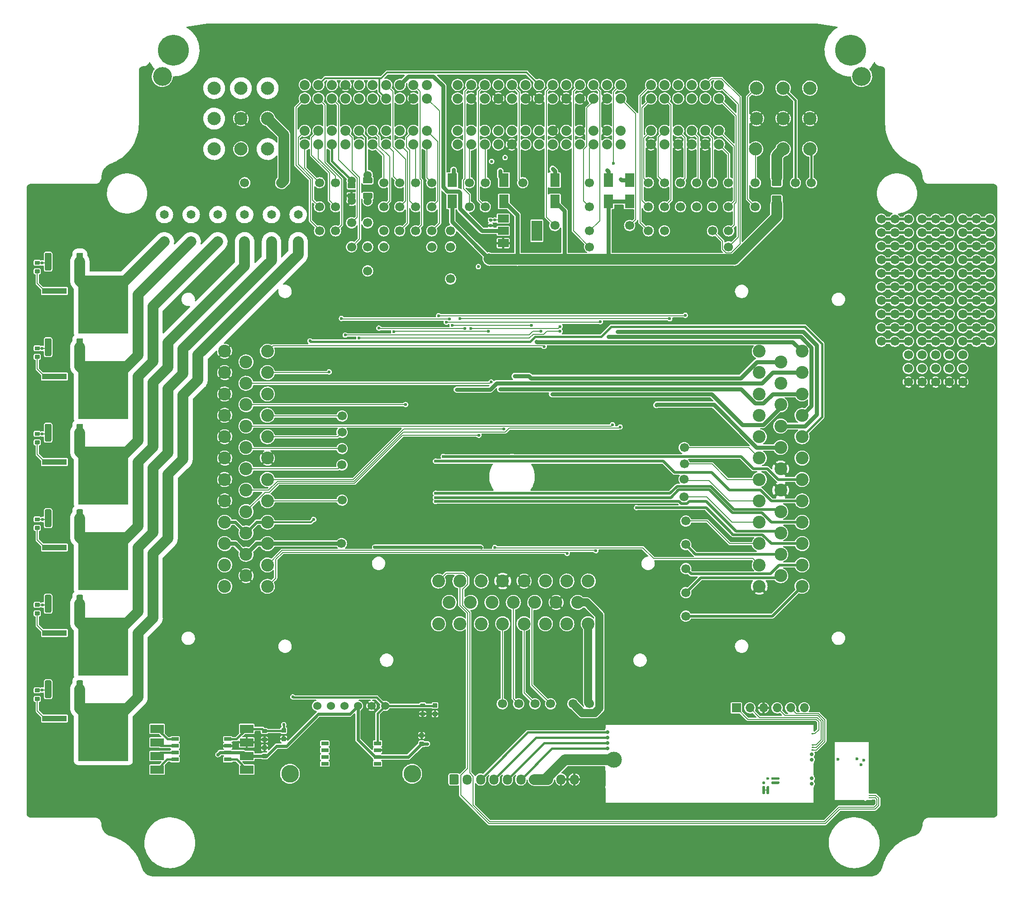
<source format=gtl>
G04 #@! TF.GenerationSoftware,KiCad,Pcbnew,(5.99.0-13086-gffd1139cfe)*
G04 #@! TF.CreationDate,2021-11-14T02:18:30+03:00*
G04 #@! TF.ProjectId,proteusM54,70726f74-6575-4734-9d35-342e6b696361,a*
G04 #@! TF.SameCoordinates,PX4d3f640PYcfb5d40*
G04 #@! TF.FileFunction,Copper,L1,Top*
G04 #@! TF.FilePolarity,Positive*
%FSLAX46Y46*%
G04 Gerber Fmt 4.6, Leading zero omitted, Abs format (unit mm)*
G04 Created by KiCad (PCBNEW (5.99.0-13086-gffd1139cfe)) date 2021-11-14 02:18:30*
%MOMM*%
%LPD*%
G01*
G04 APERTURE LIST*
G04 #@! TA.AperFunction,SMDPad,CuDef*
%ADD10R,1.800000X2.500000*%
G04 #@! TD*
G04 #@! TA.AperFunction,SMDPad,CuDef*
%ADD11R,4.600000X1.100000*%
G04 #@! TD*
G04 #@! TA.AperFunction,SMDPad,CuDef*
%ADD12R,9.400000X10.800000*%
G04 #@! TD*
G04 #@! TA.AperFunction,ComponentPad*
%ADD13C,1.700000*%
G04 #@! TD*
G04 #@! TA.AperFunction,ComponentPad*
%ADD14R,1.700000X1.700000*%
G04 #@! TD*
G04 #@! TA.AperFunction,ComponentPad*
%ADD15O,1.700000X1.700000*%
G04 #@! TD*
G04 #@! TA.AperFunction,ComponentPad*
%ADD16C,1.650000*%
G04 #@! TD*
G04 #@! TA.AperFunction,ComponentPad*
%ADD17C,2.475000*%
G04 #@! TD*
G04 #@! TA.AperFunction,ComponentPad*
%ADD18C,1.875000*%
G04 #@! TD*
G04 #@! TA.AperFunction,ComponentPad*
%ADD19C,3.525000*%
G04 #@! TD*
G04 #@! TA.AperFunction,ComponentPad*
%ADD20C,5.775000*%
G04 #@! TD*
G04 #@! TA.AperFunction,ComponentPad*
%ADD21C,3.302000*%
G04 #@! TD*
G04 #@! TA.AperFunction,SMDPad,CuDef*
%ADD22R,1.350000X0.690000*%
G04 #@! TD*
G04 #@! TA.AperFunction,ComponentPad*
%ADD23C,1.524000*%
G04 #@! TD*
G04 #@! TA.AperFunction,SMDPad,CuDef*
%ADD24R,2.000000X1.500000*%
G04 #@! TD*
G04 #@! TA.AperFunction,SMDPad,CuDef*
%ADD25R,2.000000X3.800000*%
G04 #@! TD*
G04 #@! TA.AperFunction,ComponentPad*
%ADD26C,0.700000*%
G04 #@! TD*
G04 #@! TA.AperFunction,SMDPad,CuDef*
%ADD27C,3.000000*%
G04 #@! TD*
G04 #@! TA.AperFunction,SMDPad,CuDef*
%ADD28R,0.250000X3.000000*%
G04 #@! TD*
G04 #@! TA.AperFunction,SMDPad,CuDef*
%ADD29R,39.250000X0.250000*%
G04 #@! TD*
G04 #@! TA.AperFunction,SMDPad,CuDef*
%ADD30R,0.250000X2.950000*%
G04 #@! TD*
G04 #@! TA.AperFunction,SMDPad,CuDef*
%ADD31R,0.250000X3.100000*%
G04 #@! TD*
G04 #@! TA.AperFunction,SMDPad,CuDef*
%ADD32R,0.250000X2.250000*%
G04 #@! TD*
G04 #@! TA.AperFunction,SMDPad,CuDef*
%ADD33R,0.250000X0.950000*%
G04 #@! TD*
G04 #@! TA.AperFunction,SMDPad,CuDef*
%ADD34R,0.250000X1.450000*%
G04 #@! TD*
G04 #@! TA.AperFunction,SMDPad,CuDef*
%ADD35O,5.669999X0.200000*%
G04 #@! TD*
G04 #@! TA.AperFunction,SMDPad,CuDef*
%ADD36O,0.399999X9.800001*%
G04 #@! TD*
G04 #@! TA.AperFunction,SMDPad,CuDef*
%ADD37O,6.799999X0.200000*%
G04 #@! TD*
G04 #@! TA.AperFunction,SMDPad,CuDef*
%ADD38O,0.250000X0.499999*%
G04 #@! TD*
G04 #@! TA.AperFunction,SMDPad,CuDef*
%ADD39O,0.200000X11.100001*%
G04 #@! TD*
G04 #@! TA.AperFunction,SMDPad,CuDef*
%ADD40O,0.499999X0.250000*%
G04 #@! TD*
G04 #@! TA.AperFunction,ComponentPad*
%ADD41C,0.599999*%
G04 #@! TD*
G04 #@! TA.AperFunction,SMDPad,CuDef*
%ADD42R,2.540000X1.520000*%
G04 #@! TD*
G04 #@! TA.AperFunction,ComponentPad*
%ADD43C,2.400000*%
G04 #@! TD*
G04 #@! TA.AperFunction,ComponentPad*
%ADD44O,1.700000X1.950000*%
G04 #@! TD*
G04 #@! TA.AperFunction,ViaPad*
%ADD45C,0.600000*%
G04 #@! TD*
G04 #@! TA.AperFunction,Conductor*
%ADD46C,0.800000*%
G04 #@! TD*
G04 #@! TA.AperFunction,Conductor*
%ADD47C,2.000000*%
G04 #@! TD*
G04 #@! TA.AperFunction,Conductor*
%ADD48C,0.400000*%
G04 #@! TD*
G04 #@! TA.AperFunction,Conductor*
%ADD49C,0.200000*%
G04 #@! TD*
G04 #@! TA.AperFunction,Conductor*
%ADD50C,0.350000*%
G04 #@! TD*
G04 #@! TA.AperFunction,Conductor*
%ADD51C,0.600000*%
G04 #@! TD*
G04 #@! TA.AperFunction,Conductor*
%ADD52C,0.500000*%
G04 #@! TD*
G04 #@! TA.AperFunction,Conductor*
%ADD53C,1.500000*%
G04 #@! TD*
G04 APERTURE END LIST*
D10*
G04 #@! TO.P,D2,1,K*
G04 #@! TO.N,/12V_MR*
X109000000Y126500000D03*
G04 #@! TO.P,D2,2,A*
G04 #@! TO.N,/OUT_VANOS_EXHAUST*
X109000000Y130500000D03*
G04 #@! TD*
D11*
G04 #@! TO.P,Q1,1,G*
G04 #@! TO.N,Net-(Q1-Pad1)*
X5425000Y93765000D03*
D12*
G04 #@! TO.P,Q1,2,C*
G04 #@! TO.N,/OUT_IGN1*
X14575000Y91225000D03*
D11*
G04 #@! TO.P,Q1,3,E*
G04 #@! TO.N,GND*
X5425000Y88685000D03*
G04 #@! TD*
D13*
G04 #@! TO.P,P17,1,Pin_1*
G04 #@! TO.N,Net-(J9-PadB15)*
X125500000Y130000000D03*
G04 #@! TD*
G04 #@! TO.P,P68,1,Pin_1*
G04 #@! TO.N,Net-(BRD1-PadA30(29))*
X123220000Y80424000D03*
G04 #@! TD*
D11*
G04 #@! TO.P,Q3,1,G*
G04 #@! TO.N,Net-(Q3-Pad1)*
X5425000Y29765000D03*
D12*
G04 #@! TO.P,Q3,2,C*
G04 #@! TO.N,/OUT_IGN3*
X14575000Y27225000D03*
D11*
G04 #@! TO.P,Q3,3,E*
G04 #@! TO.N,GND*
X5425000Y24685000D03*
G04 #@! TD*
D13*
G04 #@! TO.P,P38,1,Pin_1*
G04 #@! TO.N,Net-(J9-PadD4)*
X70000000Y125500000D03*
G04 #@! TD*
G04 #@! TO.P,R11,1*
G04 #@! TO.N,/GATE_IGN2*
G04 #@! TA.AperFunction,SMDPad,CuDef*
G36*
G01*
X3625000Y113800000D02*
X3625000Y116650000D01*
G75*
G02*
X3875000Y116900000I250000J0D01*
G01*
X4600000Y116900000D01*
G75*
G02*
X4850000Y116650000I0J-250000D01*
G01*
X4850000Y113800000D01*
G75*
G02*
X4600000Y113550000I-250000J0D01*
G01*
X3875000Y113550000D01*
G75*
G02*
X3625000Y113800000I0J250000D01*
G01*
G37*
G04 #@! TD.AperFunction*
G04 #@! TO.P,R11,2*
G04 #@! TO.N,/OUT_IGN2*
G04 #@! TA.AperFunction,SMDPad,CuDef*
G36*
G01*
X9550000Y113800000D02*
X9550000Y116650000D01*
G75*
G02*
X9800000Y116900000I250000J0D01*
G01*
X10525000Y116900000D01*
G75*
G02*
X10775000Y116650000I0J-250000D01*
G01*
X10775000Y113800000D01*
G75*
G02*
X10525000Y113550000I-250000J0D01*
G01*
X9800000Y113550000D01*
G75*
G02*
X9550000Y113800000I0J250000D01*
G01*
G37*
G04 #@! TD.AperFunction*
G04 #@! TD*
G04 #@! TO.P,G2,1*
G04 #@! TO.N,Net-(G2-Pad1)*
X175290000Y100330000D03*
G04 #@! TO.P,G2,2*
G04 #@! TO.N,Net-(G2-Pad12)*
X175290000Y102870000D03*
G04 #@! TO.P,G2,3*
G04 #@! TO.N,Net-(G2-Pad13)*
X175290000Y105410000D03*
G04 #@! TO.P,G2,4*
G04 #@! TO.N,Net-(G2-Pad14)*
X175290000Y107950000D03*
G04 #@! TO.P,G2,5*
G04 #@! TO.N,Net-(G2-Pad10)*
X175290000Y110490000D03*
G04 #@! TO.P,G2,6*
G04 #@! TO.N,Net-(G2-Pad1)*
X177830000Y100330000D03*
G04 #@! TO.P,G2,7*
G04 #@! TO.N,Net-(G2-Pad12)*
X177830000Y102870000D03*
G04 #@! TO.P,G2,8*
G04 #@! TO.N,Net-(G2-Pad13)*
X177830000Y105410000D03*
G04 #@! TO.P,G2,9*
G04 #@! TO.N,Net-(G2-Pad14)*
X177830000Y107950000D03*
G04 #@! TO.P,G2,10*
G04 #@! TO.N,Net-(G2-Pad10)*
X177830000Y110490000D03*
G04 #@! TO.P,G2,11*
G04 #@! TO.N,Net-(G2-Pad1)*
X180370000Y100330000D03*
G04 #@! TO.P,G2,12*
G04 #@! TO.N,Net-(G2-Pad12)*
X180370000Y102870000D03*
G04 #@! TO.P,G2,13*
G04 #@! TO.N,Net-(G2-Pad13)*
X180370000Y105410000D03*
G04 #@! TO.P,G2,14*
G04 #@! TO.N,Net-(G2-Pad14)*
X180370000Y107950000D03*
G04 #@! TO.P,G2,15*
G04 #@! TO.N,Net-(G2-Pad10)*
X180370000Y110490000D03*
G04 #@! TD*
G04 #@! TO.P,P56,1,Pin_1*
G04 #@! TO.N,Net-(J9-PadD33)*
X70000000Y121000000D03*
G04 #@! TD*
G04 #@! TO.P,R16,1*
G04 #@! TO.N,GND*
G04 #@! TA.AperFunction,SMDPad,CuDef*
G36*
G01*
X87185000Y121720000D02*
X86815000Y121720000D01*
G75*
G02*
X86680000Y121855000I0J135000D01*
G01*
X86680000Y122125000D01*
G75*
G02*
X86815000Y122260000I135000J0D01*
G01*
X87185000Y122260000D01*
G75*
G02*
X87320000Y122125000I0J-135000D01*
G01*
X87320000Y121855000D01*
G75*
G02*
X87185000Y121720000I-135000J0D01*
G01*
G37*
G04 #@! TD.AperFunction*
G04 #@! TO.P,R16,2*
G04 #@! TO.N,/SEC_AIR_PUMP_RELAY*
G04 #@! TA.AperFunction,SMDPad,CuDef*
G36*
G01*
X87185000Y122740000D02*
X86815000Y122740000D01*
G75*
G02*
X86680000Y122875000I0J135000D01*
G01*
X86680000Y123145000D01*
G75*
G02*
X86815000Y123280000I135000J0D01*
G01*
X87185000Y123280000D01*
G75*
G02*
X87320000Y123145000I0J-135000D01*
G01*
X87320000Y122875000D01*
G75*
G02*
X87185000Y122740000I-135000J0D01*
G01*
G37*
G04 #@! TD.AperFunction*
G04 #@! TD*
G04 #@! TO.P,P72,1,Pin_1*
G04 #@! TO.N,Net-(BRD1-PadB5(4))*
X95280000Y32512000D03*
G04 #@! TD*
G04 #@! TO.P,P34,1,Pin_1*
G04 #@! TO.N,Net-(J9-PadC50)*
X86000000Y130000000D03*
G04 #@! TD*
G04 #@! TO.P,R2,1*
G04 #@! TO.N,Net-(Q1-Pad1)*
G04 #@! TA.AperFunction,SMDPad,CuDef*
G36*
G01*
X2590000Y97075000D02*
X1810000Y97075000D01*
G75*
G02*
X1740000Y97145000I0J70000D01*
G01*
X1740000Y97705000D01*
G75*
G02*
X1810000Y97775000I70000J0D01*
G01*
X2590000Y97775000D01*
G75*
G02*
X2660000Y97705000I0J-70000D01*
G01*
X2660000Y97145000D01*
G75*
G02*
X2590000Y97075000I-70000J0D01*
G01*
G37*
G04 #@! TD.AperFunction*
G04 #@! TO.P,R2,2*
G04 #@! TO.N,/GATE_IGN1*
G04 #@! TA.AperFunction,SMDPad,CuDef*
G36*
G01*
X2590000Y98675000D02*
X1810000Y98675000D01*
G75*
G02*
X1740000Y98745000I0J70000D01*
G01*
X1740000Y99305000D01*
G75*
G02*
X1810000Y99375000I70000J0D01*
G01*
X2590000Y99375000D01*
G75*
G02*
X2660000Y99305000I0J-70000D01*
G01*
X2660000Y98745000D01*
G75*
G02*
X2590000Y98675000I-70000J0D01*
G01*
G37*
G04 #@! TD.AperFunction*
G04 #@! TD*
G04 #@! TO.P,P83,1,Pin_1*
G04 #@! TO.N,Net-(BRD1-PadC10(3))*
X59100000Y62500000D03*
G04 #@! TD*
G04 #@! TO.P,P59,1,Pin_1*
G04 #@! TO.N,Net-(J9-PadD39)*
X58000000Y130000000D03*
G04 #@! TD*
G04 #@! TO.P,P82,1,Pin_1*
G04 #@! TO.N,Net-(BRD1-PadC31(28))*
X59212000Y70612000D03*
G04 #@! TD*
G04 #@! TO.P,G8,1*
G04 #@! TO.N,Net-(G8-Pad1)*
X175290000Y113030000D03*
G04 #@! TO.P,G8,2*
G04 #@! TO.N,Net-(G8-Pad12)*
X175290000Y115570000D03*
G04 #@! TO.P,G8,3*
G04 #@! TO.N,Net-(G8-Pad13)*
X175290000Y118110000D03*
G04 #@! TO.P,G8,4*
G04 #@! TO.N,Net-(G8-Pad14)*
X175290000Y120650000D03*
G04 #@! TO.P,G8,5*
G04 #@! TO.N,Net-(G8-Pad10)*
X175290000Y123190000D03*
G04 #@! TO.P,G8,6*
G04 #@! TO.N,Net-(G8-Pad1)*
X177830000Y113030000D03*
G04 #@! TO.P,G8,7*
G04 #@! TO.N,Net-(G8-Pad12)*
X177830000Y115570000D03*
G04 #@! TO.P,G8,8*
G04 #@! TO.N,Net-(G8-Pad13)*
X177830000Y118110000D03*
G04 #@! TO.P,G8,9*
G04 #@! TO.N,Net-(G8-Pad14)*
X177830000Y120650000D03*
G04 #@! TO.P,G8,10*
G04 #@! TO.N,Net-(G8-Pad10)*
X177830000Y123190000D03*
G04 #@! TO.P,G8,11*
G04 #@! TO.N,Net-(G8-Pad1)*
X180370000Y113030000D03*
G04 #@! TO.P,G8,12*
G04 #@! TO.N,Net-(G8-Pad12)*
X180370000Y115570000D03*
G04 #@! TO.P,G8,13*
G04 #@! TO.N,Net-(G8-Pad13)*
X180370000Y118110000D03*
G04 #@! TO.P,G8,14*
G04 #@! TO.N,Net-(G8-Pad14)*
X180370000Y120650000D03*
G04 #@! TO.P,G8,15*
G04 #@! TO.N,Net-(G8-Pad10)*
X180370000Y123190000D03*
G04 #@! TD*
D14*
G04 #@! TO.P,J3,1,Pin_1*
G04 #@! TO.N,Net-(J3-Pad1)*
X132950000Y31750000D03*
D15*
G04 #@! TO.P,J3,2,Pin_2*
G04 #@! TO.N,Net-(J3-Pad2)*
X135490000Y31750000D03*
G04 #@! TO.P,J3,3,Pin_3*
G04 #@! TO.N,GND*
X138030000Y31750000D03*
G04 #@! TO.P,J3,4,Pin_4*
G04 #@! TO.N,Net-(J3-Pad4)*
X140570000Y31750000D03*
G04 #@! TO.P,J3,5,Pin_5*
G04 #@! TO.N,Net-(J3-Pad5)*
X143110000Y31750000D03*
G04 #@! TO.P,J3,6,Pin_6*
G04 #@! TO.N,unconnected-(J3-Pad6)*
X145650000Y31750000D03*
G04 #@! TD*
D16*
G04 #@! TO.P,F7,1,1*
G04 #@! TO.N,/HV5*
X46000000Y124040000D03*
G04 #@! TO.P,F7,2,2*
G04 #@! TO.N,/OUT_IGN5*
X46000000Y118960000D03*
G04 #@! TD*
D13*
G04 #@! TO.P,P55,1,Pin_1*
G04 #@! TO.N,Net-(J9-PadD32)*
X73000000Y130000000D03*
G04 #@! TD*
G04 #@! TO.P,C4,1*
G04 #@! TO.N,GND*
G04 #@! TA.AperFunction,SMDPad,CuDef*
G36*
G01*
X76940000Y30184999D02*
X76260000Y30184999D01*
G75*
G02*
X76175000Y30269999I0J85000D01*
G01*
X76175000Y30949999D01*
G75*
G02*
X76260000Y31034999I85000J0D01*
G01*
X76940000Y31034999D01*
G75*
G02*
X77025000Y30949999I0J-85000D01*
G01*
X77025000Y30269999D01*
G75*
G02*
X76940000Y30184999I-85000J0D01*
G01*
G37*
G04 #@! TD.AperFunction*
G04 #@! TO.P,C4,2*
G04 #@! TO.N,/IN_MAP*
G04 #@! TA.AperFunction,SMDPad,CuDef*
G36*
G01*
X76940000Y31765001D02*
X76260000Y31765001D01*
G75*
G02*
X76175000Y31850001I0J85000D01*
G01*
X76175000Y32530001D01*
G75*
G02*
X76260000Y32615001I85000J0D01*
G01*
X76940000Y32615001D01*
G75*
G02*
X77025000Y32530001I0J-85000D01*
G01*
X77025000Y31850001D01*
G75*
G02*
X76940000Y31765001I-85000J0D01*
G01*
G37*
G04 #@! TD.AperFunction*
G04 #@! TD*
G04 #@! TO.P,P80,1,Pin_1*
G04 #@! TO.N,Net-(BRD1-PadC28(31))*
X59212000Y83312000D03*
G04 #@! TD*
D10*
G04 #@! TO.P,D3,1,K*
G04 #@! TO.N,/12V_MR*
X99000000Y126500000D03*
G04 #@! TO.P,D3,2,A*
G04 #@! TO.N,/OUT_MAP_THERMOSTAT*
X99000000Y130500000D03*
G04 #@! TD*
D13*
G04 #@! TO.P,P78,1,Pin_1*
G04 #@! TO.N,Net-(BRD1-PadC27(32))*
X59212000Y86360000D03*
G04 #@! TD*
G04 #@! TO.P,P76,1,Pin_1*
G04 #@! TO.N,Net-(BRD1-PadB15(9))*
X102392000Y32512000D03*
G04 #@! TD*
G04 #@! TO.P,P50,1,Pin_1*
G04 #@! TO.N,Net-(J9-PadD25)*
X67000000Y125500000D03*
G04 #@! TD*
G04 #@! TO.P,P71,1,Pin_1*
G04 #@! TO.N,Net-(BRD1-PadA26(33))*
X123500000Y66700000D03*
G04 #@! TD*
G04 #@! TO.P,R13,1*
G04 #@! TO.N,/GATE_IGN4*
G04 #@! TA.AperFunction,SMDPad,CuDef*
G36*
G01*
X3625000Y65800000D02*
X3625000Y68650000D01*
G75*
G02*
X3875000Y68900000I250000J0D01*
G01*
X4600000Y68900000D01*
G75*
G02*
X4850000Y68650000I0J-250000D01*
G01*
X4850000Y65800000D01*
G75*
G02*
X4600000Y65550000I-250000J0D01*
G01*
X3875000Y65550000D01*
G75*
G02*
X3625000Y65800000I0J250000D01*
G01*
G37*
G04 #@! TD.AperFunction*
G04 #@! TO.P,R13,2*
G04 #@! TO.N,/OUT_IGN4*
G04 #@! TA.AperFunction,SMDPad,CuDef*
G36*
G01*
X9550000Y65800000D02*
X9550000Y68650000D01*
G75*
G02*
X9800000Y68900000I250000J0D01*
G01*
X10525000Y68900000D01*
G75*
G02*
X10775000Y68650000I0J-250000D01*
G01*
X10775000Y65800000D01*
G75*
G02*
X10525000Y65550000I-250000J0D01*
G01*
X9800000Y65550000D01*
G75*
G02*
X9550000Y65800000I0J250000D01*
G01*
G37*
G04 #@! TD.AperFunction*
G04 #@! TD*
G04 #@! TO.P,P23,1,Pin_1*
G04 #@! TO.N,Net-(J9-PadC4)*
X105500000Y118000000D03*
G04 #@! TD*
G04 #@! TO.P,P46,1,Pin_1*
G04 #@! TO.N,Net-(J9-PadD19)*
X58000000Y121000000D03*
G04 #@! TD*
G04 #@! TO.P,R5,1*
G04 #@! TO.N,/IN_BARO*
G04 #@! TA.AperFunction,SMDPad,CuDef*
G36*
G01*
X44312000Y27764001D02*
X45092000Y27764001D01*
G75*
G02*
X45162000Y27694001I0J-70000D01*
G01*
X45162000Y27134001D01*
G75*
G02*
X45092000Y27064001I-70000J0D01*
G01*
X44312000Y27064001D01*
G75*
G02*
X44242000Y27134001I0J70000D01*
G01*
X44242000Y27694001D01*
G75*
G02*
X44312000Y27764001I70000J0D01*
G01*
G37*
G04 #@! TD.AperFunction*
G04 #@! TO.P,R5,2*
G04 #@! TO.N,GND*
G04 #@! TA.AperFunction,SMDPad,CuDef*
G36*
G01*
X44312000Y26164001D02*
X45092000Y26164001D01*
G75*
G02*
X45162000Y26094001I0J-70000D01*
G01*
X45162000Y25534001D01*
G75*
G02*
X45092000Y25464001I-70000J0D01*
G01*
X44312000Y25464001D01*
G75*
G02*
X44242000Y25534001I0J70000D01*
G01*
X44242000Y26094001D01*
G75*
G02*
X44312000Y26164001I70000J0D01*
G01*
G37*
G04 #@! TD.AperFunction*
G04 #@! TD*
G04 #@! TO.P,P28,1,Pin_1*
G04 #@! TO.N,Net-(J9-PadC13)*
X79500000Y112000000D03*
G04 #@! TD*
G04 #@! TO.P,P30,1,Pin_1*
G04 #@! TO.N,Net-(J9-PadC16)*
X105500000Y125500000D03*
G04 #@! TD*
G04 #@! TO.P,P61,1,Pin_1*
G04 #@! TO.N,Net-(J9-PadE8)*
X41000000Y130000000D03*
G04 #@! TD*
G04 #@! TO.P,P20,1,Pin_1*
G04 #@! TO.N,Net-(J9-PadB18)*
X116500000Y130000000D03*
G04 #@! TD*
D17*
G04 #@! TO.P,J9,A1,A1*
G04 #@! TO.N,/OUT_INJ_RELAY*
X146700000Y147700000D03*
G04 #@! TO.P,J9,A2,A2*
G04 #@! TO.N,Net-(J9-PadA2)*
X141700000Y147700000D03*
G04 #@! TO.P,J9,A3,A3*
G04 #@! TO.N,Net-(J9-PadA3)*
X136700000Y147700000D03*
G04 #@! TO.P,J9,A4,A4*
G04 #@! TO.N,GND*
X146700000Y142000000D03*
G04 #@! TO.P,J9,A5,A5*
X141700000Y142000000D03*
G04 #@! TO.P,J9,A6,A6*
X136700000Y142000000D03*
G04 #@! TO.P,J9,A7,A7*
G04 #@! TO.N,Net-(J9-PadA7)*
X146700000Y136300000D03*
G04 #@! TO.P,J9,A8,A8*
G04 #@! TO.N,Net-(F1-Pad1)*
X141700000Y136300000D03*
G04 #@! TO.P,J9,A9,A9*
G04 #@! TO.N,Net-(J9-PadA9)*
X136540000Y136300000D03*
D18*
G04 #@! TO.P,J9,B1,B1*
G04 #@! TO.N,Net-(J9-PadB1)*
X129700000Y148300000D03*
G04 #@! TO.P,J9,B2,B2*
G04 #@! TO.N,Net-(J9-PadB2)*
X127160000Y148300000D03*
G04 #@! TO.P,J9,B3,B3*
G04 #@! TO.N,/CAN_L*
X124620000Y148300000D03*
G04 #@! TO.P,J9,B4,B4*
G04 #@! TO.N,/CAN_H*
X122080000Y148300000D03*
G04 #@! TO.P,J9,B5,B5*
G04 #@! TO.N,Net-(J9-PadB5)*
X119540000Y148300000D03*
G04 #@! TO.P,J9,B6,B6*
G04 #@! TO.N,Net-(J9-PadB6)*
X117000000Y148300000D03*
G04 #@! TO.P,J9,B7,B7*
G04 #@! TO.N,Net-(J9-PadB7)*
X129700000Y145760000D03*
G04 #@! TO.P,J9,B8,B8*
G04 #@! TO.N,Net-(J9-PadB8)*
X127160000Y145760000D03*
G04 #@! TO.P,J9,B9,B9*
G04 #@! TO.N,Net-(J9-PadB9)*
X124620000Y145760000D03*
G04 #@! TO.P,J9,B10,B10*
G04 #@! TO.N,Net-(J9-PadB10)*
X122080000Y145760000D03*
G04 #@! TO.P,J9,B11,B11*
G04 #@! TO.N,Net-(J9-PadB11)*
X119540000Y145760000D03*
G04 #@! TO.P,J9,B12,B12*
G04 #@! TO.N,Net-(J9-PadB12)*
X117000000Y145760000D03*
G04 #@! TO.P,J9,B13,B13*
G04 #@! TO.N,Net-(J9-PadB13)*
X129700000Y139710000D03*
G04 #@! TO.P,J9,B14,B14*
G04 #@! TO.N,Net-(J9-PadB14)*
X127160000Y139710000D03*
G04 #@! TO.P,J9,B15,B15*
G04 #@! TO.N,Net-(J9-PadB15)*
X124620000Y139710000D03*
G04 #@! TO.P,J9,B16,B16*
G04 #@! TO.N,Net-(J9-PadB16)*
X122080000Y139710000D03*
G04 #@! TO.P,J9,B17,B17*
G04 #@! TO.N,Net-(J9-PadB17)*
X119540000Y139710000D03*
G04 #@! TO.P,J9,B18,B18*
G04 #@! TO.N,Net-(J9-PadB18)*
X117000000Y139710000D03*
G04 #@! TO.P,J9,B19,B19*
G04 #@! TO.N,Net-(J9-PadB19)*
X129700000Y137170000D03*
G04 #@! TO.P,J9,B20,B20*
G04 #@! TO.N,GND*
X127160000Y137170000D03*
G04 #@! TO.P,J9,B21,B21*
X124620000Y137170000D03*
G04 #@! TO.P,J9,B22,B22*
X122080000Y137170000D03*
G04 #@! TO.P,J9,B23,B23*
G04 #@! TO.N,/OUT_MAIN_RELAY*
X119540000Y137170000D03*
G04 #@! TO.P,J9,B24,B24*
G04 #@! TO.N,GND*
X117000000Y137170000D03*
G04 #@! TO.P,J9,C1,C1*
G04 #@! TO.N,/IN_MAF*
X111300000Y148300000D03*
G04 #@! TO.P,J9,C2,C2*
G04 #@! TO.N,/IN_CAM2*
X108760000Y148300000D03*
G04 #@! TO.P,J9,C3,C3*
G04 #@! TO.N,Net-(J9-PadC3)*
X106220000Y148300000D03*
G04 #@! TO.P,J9,C4,C4*
G04 #@! TO.N,Net-(J9-PadC4)*
X103680000Y148300000D03*
G04 #@! TO.P,J9,C5,C5*
G04 #@! TO.N,/IN_CAM1*
X101140000Y148300000D03*
G04 #@! TO.P,J9,C6,C6*
G04 #@! TO.N,Net-(J9-PadC6)*
X98600000Y148300000D03*
G04 #@! TO.P,J9,C7,C7*
G04 #@! TO.N,+5VA*
X96060000Y148300000D03*
G04 #@! TO.P,J9,C8,C8*
G04 #@! TO.N,/IN_CRANK*
X93520000Y148300000D03*
G04 #@! TO.P,J9,C9,C9*
G04 #@! TO.N,Net-(J9-PadC9)*
X90980000Y148300000D03*
G04 #@! TO.P,J9,C10,C10*
G04 #@! TO.N,/IN_TPS2*
X88440000Y148300000D03*
G04 #@! TO.P,J9,C11,C11*
G04 #@! TO.N,Net-(J9-PadC11)*
X85900000Y148300000D03*
G04 #@! TO.P,J9,C12,C12*
G04 #@! TO.N,Net-(J9-PadC12)*
X83360000Y148300000D03*
G04 #@! TO.P,J9,C13,C13*
G04 #@! TO.N,Net-(J9-PadC13)*
X80820000Y148300000D03*
G04 #@! TO.P,J9,C14,C14*
G04 #@! TO.N,Net-(J9-PadC14)*
X111300000Y145760000D03*
G04 #@! TO.P,J9,C15,C15*
G04 #@! TO.N,GND*
X108760000Y145760000D03*
G04 #@! TO.P,J9,C16,C16*
G04 #@! TO.N,Net-(J9-PadC16)*
X106220000Y145760000D03*
G04 #@! TO.P,J9,C17,C17*
G04 #@! TO.N,GND*
X103680000Y145760000D03*
G04 #@! TO.P,J9,C18,C18*
X101140000Y145760000D03*
G04 #@! TO.P,J9,C19,C19*
G04 #@! TO.N,/IN_TPS1*
X98600000Y145760000D03*
G04 #@! TO.P,J9,C20,C20*
G04 #@! TO.N,GND*
X96060000Y145760000D03*
G04 #@! TO.P,J9,C21,C21*
X93520000Y145760000D03*
G04 #@! TO.P,J9,C22,C22*
G04 #@! TO.N,/IN_IAT*
X90980000Y145760000D03*
G04 #@! TO.P,J9,C23,C23*
G04 #@! TO.N,GND*
X88440000Y145760000D03*
G04 #@! TO.P,J9,C24,C24*
G04 #@! TO.N,/IN_CLT*
X85900000Y145760000D03*
G04 #@! TO.P,J9,C25,C25*
G04 #@! TO.N,GND*
X83360000Y145760000D03*
G04 #@! TO.P,J9,C26,C26*
G04 #@! TO.N,Net-(J9-PadC26)*
X80820000Y145760000D03*
G04 #@! TO.P,J9,C27,C27*
G04 #@! TO.N,/IN_OILT*
X111300000Y139710000D03*
G04 #@! TO.P,J9,C28,C28*
G04 #@! TO.N,GND*
X108760000Y139710000D03*
G04 #@! TO.P,J9,C29,C29*
G04 #@! TO.N,/IN_KNOCK1*
X106220000Y139710000D03*
G04 #@! TO.P,J9,C30,C30*
G04 #@! TO.N,GND*
X103680000Y139710000D03*
G04 #@! TO.P,J9,C31,C31*
G04 #@! TO.N,/IN_KNOCK2*
X101140000Y139710000D03*
G04 #@! TO.P,J9,C32,C32*
G04 #@! TO.N,GND*
X98600000Y139710000D03*
G04 #@! TO.P,J9,C33,C33*
G04 #@! TO.N,/OUT_INJ1*
X96060000Y139710000D03*
G04 #@! TO.P,J9,C34,C34*
G04 #@! TO.N,/OUT_INJ2*
X93520000Y139710000D03*
G04 #@! TO.P,J9,C35,C35*
G04 #@! TO.N,/OUT_INJ3*
X90980000Y139710000D03*
G04 #@! TO.P,J9,C36,C36*
G04 #@! TO.N,/OUT_INJ4*
X88440000Y139710000D03*
G04 #@! TO.P,J9,C37,C37*
G04 #@! TO.N,/OUT_INJ5*
X85900000Y139710000D03*
G04 #@! TO.P,J9,C38,C38*
G04 #@! TO.N,/OUT_INJ6*
X83360000Y139710000D03*
G04 #@! TO.P,J9,C39,C39*
G04 #@! TO.N,Net-(J9-PadC39)*
X80820000Y139710000D03*
G04 #@! TO.P,J9,C40,C40*
G04 #@! TO.N,/OUT_VANOS_INTAKE*
X111300000Y137170000D03*
G04 #@! TO.P,J9,C41,C41*
G04 #@! TO.N,/OUT_VANOS_EXHAUST*
X108760000Y137170000D03*
G04 #@! TO.P,J9,C42,C42*
G04 #@! TO.N,Net-(J9-PadC42)*
X106220000Y137170000D03*
G04 #@! TO.P,J9,C43,C43*
G04 #@! TO.N,/OUT_ETB1*
X103680000Y137170000D03*
G04 #@! TO.P,J9,C44,C44*
G04 #@! TO.N,/OUT_ETB2*
X101140000Y137170000D03*
G04 #@! TO.P,J9,C45,C45*
G04 #@! TO.N,/OUT_MAP_THERMOSTAT*
X98600000Y137170000D03*
G04 #@! TO.P,J9,C46,C46*
G04 #@! TO.N,/OUT_IDLE_CLOSE*
X96060000Y137170000D03*
G04 #@! TO.P,J9,C47,C47*
G04 #@! TO.N,/OUT_IDLE_OPEN*
X93520000Y137170000D03*
G04 #@! TO.P,J9,C48,C48*
G04 #@! TO.N,GND*
X90980000Y137170000D03*
G04 #@! TO.P,J9,C49,C49*
G04 #@! TO.N,/OUT_INTAKE_VALVE*
X88440000Y137170000D03*
G04 #@! TO.P,J9,C50,C50*
G04 #@! TO.N,Net-(J9-PadC50)*
X85900000Y137170000D03*
G04 #@! TO.P,J9,C51,C51*
G04 #@! TO.N,Net-(J9-PadC51)*
X83360000Y137170000D03*
G04 #@! TO.P,J9,C52,C52*
G04 #@! TO.N,/OUT_SEC_AIR_PUMP_VALVE*
X80820000Y137170000D03*
G04 #@! TO.P,J9,D1,D1*
G04 #@! TO.N,Net-(J9-PadD1)*
X75100000Y148300000D03*
G04 #@! TO.P,J9,D2,D2*
G04 #@! TO.N,Net-(J9-PadD2)*
X72560000Y148300000D03*
G04 #@! TO.P,J9,D3,D3*
G04 #@! TO.N,/OUT_SEC_AIR_PUMP_RELAY*
X70020000Y148300000D03*
G04 #@! TO.P,J9,D4,D4*
G04 #@! TO.N,Net-(J9-PadD4)*
X67480000Y148300000D03*
G04 #@! TO.P,J9,D5,D5*
G04 #@! TO.N,Net-(J9-PadD5)*
X64940000Y148300000D03*
G04 #@! TO.P,J9,D6,D6*
G04 #@! TO.N,Net-(J9-PadD6)*
X62400000Y148300000D03*
G04 #@! TO.P,J9,D7,D7*
G04 #@! TO.N,GND*
X59860000Y148300000D03*
G04 #@! TO.P,J9,D8,D8*
G04 #@! TO.N,/IN_PPS1*
X57320000Y148300000D03*
G04 #@! TO.P,J9,D9,D9*
G04 #@! TO.N,+5VA*
X54780000Y148300000D03*
G04 #@! TO.P,J9,D10,D10*
G04 #@! TO.N,/OUT_FUEL_PUMP_RELAY*
X52240000Y148300000D03*
G04 #@! TO.P,J9,D11,D11*
G04 #@! TO.N,Net-(J9-PadD11)*
X75100000Y145760000D03*
G04 #@! TO.P,J9,D12,D12*
G04 #@! TO.N,GND*
X72560000Y145760000D03*
G04 #@! TO.P,J9,D13,D13*
G04 #@! TO.N,/IN_PPS2*
X70020000Y145760000D03*
G04 #@! TO.P,J9,D14,D14*
G04 #@! TO.N,+5VA*
X67480000Y145760000D03*
G04 #@! TO.P,J9,D15,D15*
G04 #@! TO.N,Net-(J9-PadD15)*
X64940000Y145760000D03*
G04 #@! TO.P,J9,D16,D16*
G04 #@! TO.N,Net-(J9-PadD16)*
X62400000Y145760000D03*
G04 #@! TO.P,J9,D17,D17*
G04 #@! TO.N,Net-(J9-PadD17)*
X59860000Y145760000D03*
G04 #@! TO.P,J9,D18,D18*
G04 #@! TO.N,Net-(J9-PadD18)*
X57320000Y145760000D03*
G04 #@! TO.P,J9,D19,D19*
G04 #@! TO.N,Net-(J9-PadD19)*
X54780000Y145760000D03*
G04 #@! TO.P,J9,D20,D20*
G04 #@! TO.N,Net-(J9-PadD20)*
X52240000Y145760000D03*
G04 #@! TO.P,J9,D21,D21*
G04 #@! TO.N,Net-(J9-PadD21)*
X75100000Y139710000D03*
G04 #@! TO.P,J9,D22,D22*
G04 #@! TO.N,Net-(J9-PadD22)*
X72560000Y139710000D03*
G04 #@! TO.P,J9,D23,D23*
G04 #@! TO.N,/IN_CLUTCH*
X70020000Y139710000D03*
G04 #@! TO.P,J9,D24,D24*
G04 #@! TO.N,/IN_BRAKE*
X67480000Y139710000D03*
G04 #@! TO.P,J9,D25,D25*
G04 #@! TO.N,Net-(J9-PadD25)*
X64940000Y139710000D03*
G04 #@! TO.P,J9,D26,D26*
G04 #@! TO.N,Net-(F2-Pad1)*
X62400000Y139710000D03*
G04 #@! TO.P,J9,D27,D27*
G04 #@! TO.N,Net-(J9-PadD27)*
X59860000Y139710000D03*
G04 #@! TO.P,J9,D28,D28*
G04 #@! TO.N,/IN_BRAKE2*
X57320000Y139710000D03*
G04 #@! TO.P,J9,D29,D29*
G04 #@! TO.N,Net-(J9-PadD29)*
X54780000Y139710000D03*
G04 #@! TO.P,J9,D30,D30*
G04 #@! TO.N,Net-(J9-PadD30)*
X52240000Y139710000D03*
G04 #@! TO.P,J9,D31,D31*
G04 #@! TO.N,Net-(J9-PadD31)*
X75100000Y137170000D03*
G04 #@! TO.P,J9,D32,D32*
G04 #@! TO.N,Net-(J9-PadD32)*
X72560000Y137170000D03*
G04 #@! TO.P,J9,D33,D33*
G04 #@! TO.N,Net-(J9-PadD33)*
X70020000Y137170000D03*
G04 #@! TO.P,J9,D34,D34*
G04 #@! TO.N,Net-(J9-PadD34)*
X67480000Y137170000D03*
G04 #@! TO.P,J9,D35,D35*
G04 #@! TO.N,Net-(J9-PadD35)*
X64940000Y137170000D03*
G04 #@! TO.P,J9,D36,D36*
G04 #@! TO.N,/CAN2_H*
X62400000Y137170000D03*
G04 #@! TO.P,J9,D37,D37*
G04 #@! TO.N,/CAN2_L*
X59860000Y137170000D03*
G04 #@! TO.P,J9,D38,D38*
G04 #@! TO.N,Net-(J9-PadD38)*
X57320000Y137170000D03*
G04 #@! TO.P,J9,D39,D39*
G04 #@! TO.N,Net-(J9-PadD39)*
X54780000Y137170000D03*
G04 #@! TO.P,J9,D40,D40*
G04 #@! TO.N,Net-(J9-PadD40)*
X52240000Y137170000D03*
D17*
G04 #@! TO.P,J9,E1,E1*
G04 #@! TO.N,/HV3*
X45300000Y147700000D03*
G04 #@! TO.P,J9,E2,E2*
G04 #@! TO.N,/HV2*
X40300000Y147700000D03*
G04 #@! TO.P,J9,E3,E3*
G04 #@! TO.N,/HV1*
X35300000Y147700000D03*
G04 #@! TO.P,J9,E4,E4*
G04 #@! TO.N,Net-(J9-PadE4)*
X45300000Y142000000D03*
G04 #@! TO.P,J9,E5,E5*
G04 #@! TO.N,GND*
X40300000Y142000000D03*
G04 #@! TO.P,J9,E6,E6*
G04 #@! TO.N,/HV6*
X35300000Y142000000D03*
G04 #@! TO.P,J9,E7,E7*
G04 #@! TO.N,/HV5*
X45300000Y136300000D03*
G04 #@! TO.P,J9,E8,E8*
G04 #@! TO.N,Net-(J9-PadE8)*
X40300000Y136300000D03*
G04 #@! TO.P,J9,E9,E9*
G04 #@! TO.N,/HV4*
X35300000Y136300000D03*
D19*
G04 #@! TO.P,J9,MH1,MH1*
G04 #@! TO.N,unconnected-(J9-PadMH1)*
X156400000Y149900000D03*
G04 #@! TO.P,J9,MH2,MH2*
G04 #@! TO.N,unconnected-(J9-PadMH2)*
X25600000Y149900000D03*
D20*
G04 #@! TO.P,J9,MH3,MH3*
G04 #@! TO.N,unconnected-(J9-PadMH3)*
X154350000Y154800000D03*
G04 #@! TO.P,J9,MH4,MH4*
G04 #@! TO.N,unconnected-(J9-PadMH4)*
X27650000Y154800000D03*
G04 #@! TD*
D13*
G04 #@! TO.P,P1,1,Pin_1*
G04 #@! TO.N,Net-(J9-PadA2)*
X144000000Y130000000D03*
G04 #@! TD*
G04 #@! TO.P,G4,1*
G04 #@! TO.N,Net-(G4-Pad1)*
X160050000Y100330000D03*
G04 #@! TO.P,G4,2*
G04 #@! TO.N,Net-(G4-Pad12)*
X160050000Y102870000D03*
G04 #@! TO.P,G4,3*
G04 #@! TO.N,Net-(G4-Pad13)*
X160050000Y105410000D03*
G04 #@! TO.P,G4,4*
G04 #@! TO.N,Net-(G4-Pad14)*
X160050000Y107950000D03*
G04 #@! TO.P,G4,5*
G04 #@! TO.N,Net-(G4-Pad10)*
X160050000Y110490000D03*
G04 #@! TO.P,G4,6*
G04 #@! TO.N,Net-(G4-Pad1)*
X162590000Y100330000D03*
G04 #@! TO.P,G4,7*
G04 #@! TO.N,Net-(G4-Pad12)*
X162590000Y102870000D03*
G04 #@! TO.P,G4,8*
G04 #@! TO.N,Net-(G4-Pad13)*
X162590000Y105410000D03*
G04 #@! TO.P,G4,9*
G04 #@! TO.N,Net-(G4-Pad14)*
X162590000Y107950000D03*
G04 #@! TO.P,G4,10*
G04 #@! TO.N,Net-(G4-Pad10)*
X162590000Y110490000D03*
G04 #@! TO.P,G4,11*
G04 #@! TO.N,Net-(G4-Pad1)*
X165130000Y100330000D03*
G04 #@! TO.P,G4,12*
G04 #@! TO.N,Net-(G4-Pad12)*
X165130000Y102870000D03*
G04 #@! TO.P,G4,13*
G04 #@! TO.N,Net-(G4-Pad13)*
X165130000Y105410000D03*
G04 #@! TO.P,G4,14*
G04 #@! TO.N,Net-(G4-Pad14)*
X165130000Y107950000D03*
G04 #@! TO.P,G4,15*
G04 #@! TO.N,Net-(G4-Pad10)*
X165130000Y110490000D03*
G04 #@! TD*
G04 #@! TO.P,P16,1,Pin_1*
G04 #@! TO.N,Net-(J9-PadB14)*
X128500000Y130000000D03*
G04 #@! TD*
G04 #@! TO.P,P77,1,Pin_1*
G04 #@! TO.N,Net-(BRD1-PadB8(1))*
X105440000Y32512000D03*
G04 #@! TD*
G04 #@! TO.P,P31,1,Pin_1*
G04 #@! TO.N,Net-(J9-PadC26)*
X79500000Y118000000D03*
G04 #@! TD*
D21*
G04 #@! TO.P,U2,*
G04 #@! TO.N,*
X49470000Y19410000D03*
X72330000Y19410000D03*
D22*
G04 #@! TO.P,U2,0*
G04 #@! TO.N,N/C*
X56000000Y25100000D03*
X56000000Y23830000D03*
X56000000Y22560000D03*
X56000000Y21290000D03*
X65842500Y21290000D03*
G04 #@! TO.P,U2,1,VOUT*
G04 #@! TO.N,/IN_MAP*
X65842500Y25100000D03*
D23*
X67250000Y32110000D03*
G04 #@! TO.P,U2,2,GND*
G04 #@! TO.N,GND*
X64710000Y32110000D03*
D22*
X65842500Y23830000D03*
D23*
G04 #@! TO.P,U2,3,VCC*
G04 #@! TO.N,+5VA*
X62170000Y32110000D03*
D22*
X65842500Y22560000D03*
D23*
G04 #@! TO.P,U2,4,V1*
G04 #@! TO.N,unconnected-(U2-Pad4)*
X59630000Y32110000D03*
G04 #@! TO.P,U2,5,V2*
G04 #@! TO.N,unconnected-(U2-Pad5)*
X57090000Y32110000D03*
G04 #@! TO.P,U2,6,V_EX*
G04 #@! TO.N,unconnected-(U2-Pad6)*
X54550000Y32110000D03*
G04 #@! TD*
D13*
G04 #@! TO.P,P6,1,Pin_1*
G04 #@! TO.N,Net-(J9-PadB2)*
X128500000Y121000000D03*
G04 #@! TD*
D16*
G04 #@! TO.P,F3,1,1*
G04 #@! TO.N,/HV1*
X31000000Y124040000D03*
G04 #@! TO.P,F3,2,2*
G04 #@! TO.N,/OUT_IGN1*
X31000000Y118960000D03*
G04 #@! TD*
D24*
G04 #@! TO.P,Q7,1,IN*
G04 #@! TO.N,/SEC_AIR_PUMP_RELAY*
X89350000Y123300000D03*
G04 #@! TO.P,Q7,2,D*
G04 #@! TO.N,/OUT_SEC_AIR_PUMP_RELAY*
X89350000Y121000000D03*
G04 #@! TO.P,Q7,3,S*
G04 #@! TO.N,GND*
X89350000Y118700000D03*
D25*
G04 #@! TO.P,Q7,4*
G04 #@! TO.N,N/C*
X95650000Y121000000D03*
G04 #@! TD*
G04 #@! TO.P,R4,1*
G04 #@! TO.N,Net-(Q3-Pad1)*
G04 #@! TA.AperFunction,SMDPad,CuDef*
G36*
G01*
X2590000Y33075000D02*
X1810000Y33075000D01*
G75*
G02*
X1740000Y33145000I0J70000D01*
G01*
X1740000Y33705000D01*
G75*
G02*
X1810000Y33775000I70000J0D01*
G01*
X2590000Y33775000D01*
G75*
G02*
X2660000Y33705000I0J-70000D01*
G01*
X2660000Y33145000D01*
G75*
G02*
X2590000Y33075000I-70000J0D01*
G01*
G37*
G04 #@! TD.AperFunction*
G04 #@! TO.P,R4,2*
G04 #@! TO.N,/GATE_IGN3*
G04 #@! TA.AperFunction,SMDPad,CuDef*
G36*
G01*
X2590000Y34675000D02*
X1810000Y34675000D01*
G75*
G02*
X1740000Y34745000I0J70000D01*
G01*
X1740000Y35305000D01*
G75*
G02*
X1810000Y35375000I70000J0D01*
G01*
X2590000Y35375000D01*
G75*
G02*
X2660000Y35305000I0J-70000D01*
G01*
X2660000Y34745000D01*
G75*
G02*
X2590000Y34675000I-70000J0D01*
G01*
G37*
G04 #@! TD.AperFunction*
G04 #@! TD*
D13*
G04 #@! TO.P,P15,1,Pin_1*
G04 #@! TO.N,Net-(J9-PadB13)*
X131500000Y125500000D03*
G04 #@! TD*
G04 #@! TO.P,G3,1*
G04 #@! TO.N,Net-(G3-Pad1)*
X167670000Y100330000D03*
G04 #@! TO.P,G3,2*
G04 #@! TO.N,Net-(G3-Pad12)*
X167670000Y102870000D03*
G04 #@! TO.P,G3,3*
G04 #@! TO.N,Net-(G3-Pad13)*
X167670000Y105410000D03*
G04 #@! TO.P,G3,4*
G04 #@! TO.N,Net-(G3-Pad14)*
X167670000Y107950000D03*
G04 #@! TO.P,G3,5*
G04 #@! TO.N,Net-(G3-Pad10)*
X167670000Y110490000D03*
G04 #@! TO.P,G3,6*
G04 #@! TO.N,Net-(G3-Pad1)*
X170210000Y100330000D03*
G04 #@! TO.P,G3,7*
G04 #@! TO.N,Net-(G3-Pad12)*
X170210000Y102870000D03*
G04 #@! TO.P,G3,8*
G04 #@! TO.N,Net-(G3-Pad13)*
X170210000Y105410000D03*
G04 #@! TO.P,G3,9*
G04 #@! TO.N,Net-(G3-Pad14)*
X170210000Y107950000D03*
G04 #@! TO.P,G3,10*
G04 #@! TO.N,Net-(G3-Pad10)*
X170210000Y110490000D03*
G04 #@! TO.P,G3,11*
G04 #@! TO.N,Net-(G3-Pad1)*
X172750000Y100330000D03*
G04 #@! TO.P,G3,12*
G04 #@! TO.N,Net-(G3-Pad12)*
X172750000Y102870000D03*
G04 #@! TO.P,G3,13*
G04 #@! TO.N,Net-(G3-Pad13)*
X172750000Y105410000D03*
G04 #@! TO.P,G3,14*
G04 #@! TO.N,Net-(G3-Pad14)*
X172750000Y107950000D03*
G04 #@! TO.P,G3,15*
G04 #@! TO.N,Net-(G3-Pad10)*
X172750000Y110490000D03*
G04 #@! TD*
G04 #@! TO.P,P22,1,Pin_1*
G04 #@! TO.N,Net-(J9-PadC3)*
X105500000Y121000000D03*
G04 #@! TD*
G04 #@! TO.P,P74,1,Pin_1*
G04 #@! TO.N,Net-(BRD1-PadB4(5))*
X89184000Y32512000D03*
G04 #@! TD*
D10*
G04 #@! TO.P,D1,1,K*
G04 #@! TO.N,/12V_MR*
X113000000Y126500000D03*
G04 #@! TO.P,D1,2,A*
G04 #@! TO.N,/OUT_VANOS_INTAKE*
X113000000Y130500000D03*
G04 #@! TD*
D13*
G04 #@! TO.P,P13,1,Pin_1*
G04 #@! TO.N,Net-(J9-PadB11)*
X119500000Y125500000D03*
G04 #@! TD*
G04 #@! TO.P,P8,1,Pin_1*
G04 #@! TO.N,Net-(J9-PadB6)*
X116500000Y121000000D03*
G04 #@! TD*
G04 #@! TO.P,P58,1,Pin_1*
G04 #@! TO.N,Net-(J9-PadD35)*
X67000000Y130000000D03*
G04 #@! TD*
G04 #@! TO.P,P41,1,Pin_1*
G04 #@! TO.N,Net-(J9-PadD11)*
X76000000Y121000000D03*
G04 #@! TD*
G04 #@! TO.P,R1,1,1*
G04 #@! TO.N,Net-(J9-PadD38)*
G04 #@! TA.AperFunction,SMDPad,CuDef*
G36*
G01*
X60375000Y129950001D02*
X61625000Y129950001D01*
G75*
G02*
X61725000Y129850001I0J-100000D01*
G01*
X61725000Y129050001D01*
G75*
G02*
X61625000Y128950001I-100000J0D01*
G01*
X60375000Y128950001D01*
G75*
G02*
X60275000Y129050001I0J100000D01*
G01*
X60275000Y129850001D01*
G75*
G02*
X60375000Y129950001I100000J0D01*
G01*
G37*
G04 #@! TD.AperFunction*
D23*
X61000000Y130405000D03*
G04 #@! TO.P,R1,2,2*
G04 #@! TO.N,GND*
X61000000Y126595000D03*
G04 #@! TA.AperFunction,SMDPad,CuDef*
G36*
G01*
X60375000Y128049979D02*
X61625000Y128049979D01*
G75*
G02*
X61725000Y127949979I0J-100000D01*
G01*
X61725000Y127149979D01*
G75*
G02*
X61625000Y127049979I-100000J0D01*
G01*
X60375000Y127049979D01*
G75*
G02*
X60275000Y127149979I0J100000D01*
G01*
X60275000Y127949979D01*
G75*
G02*
X60375000Y128049979I100000J0D01*
G01*
G37*
G04 #@! TD.AperFunction*
G04 #@! TD*
D26*
G04 #@! TO.P,M3,E1,LSU_Un*
G04 #@! TO.N,/WBO_Vs*
X108820000Y27175000D03*
G04 #@! TO.P,M3,E2,LSU_Vm*
G04 #@! TO.N,/WBO_Vs{slash}Ip*
X108820000Y26175000D03*
G04 #@! TO.P,M3,E3,LSU_Ip*
G04 #@! TO.N,/WBO_Ip*
X108820000Y25175000D03*
G04 #@! TO.P,M3,E4,LSU_Rtrim*
G04 #@! TO.N,/WBO_R_Trim*
X108820000Y24175000D03*
D27*
G04 #@! TO.P,M3,E5,LSU_H+*
G04 #@! TO.N,/WBO_H-*
X110070000Y22025000D03*
D28*
G04 #@! TO.P,M3,E6,LSU_H-*
G04 #@! TO.N,GND*
X108445000Y18525000D03*
D29*
G04 #@! TO.P,M3,G,GND*
X127945000Y13900000D03*
D30*
X108445000Y15250000D03*
D29*
X127945000Y28650000D03*
D31*
X147445000Y15325000D03*
D32*
X147445000Y20300000D03*
D33*
X108445000Y28300000D03*
D34*
X147445000Y28050000D03*
G04 #@! TO.P,M3,J1,SEL1*
G04 #@! TO.N,Net-(M3-PadJ1)*
G04 #@! TA.AperFunction,SMDPad,CuDef*
G36*
G01*
X137820000Y15725000D02*
X137820000Y16975000D01*
G75*
G02*
X137945000Y17100000I125000J0D01*
G01*
X138195000Y17100000D01*
G75*
G02*
X138320000Y16975000I0J-125000D01*
G01*
X138320000Y15725000D01*
G75*
G02*
X138195000Y15600000I-125000J0D01*
G01*
X137945000Y15600000D01*
G75*
G02*
X137820000Y15725000I0J125000D01*
G01*
G37*
G04 #@! TD.AperFunction*
G04 #@! TO.P,M3,J2,SEL2*
G04 #@! TO.N,unconnected-(M3-PadJ2)*
G04 #@! TA.AperFunction,SMDPad,CuDef*
G36*
G01*
X139495000Y18400000D02*
X139495000Y18650000D01*
G75*
G02*
X139620000Y18775000I125000J0D01*
G01*
X140870000Y18775000D01*
G75*
G02*
X140995000Y18650000I0J-125000D01*
G01*
X140995000Y18400000D01*
G75*
G02*
X140870000Y18275000I-125000J0D01*
G01*
X139620000Y18275000D01*
G75*
G02*
X139495000Y18400000I0J125000D01*
G01*
G37*
G04 #@! TD.AperFunction*
G04 #@! TO.P,M3,J_GND1,PULL_DOWN1*
G04 #@! TO.N,Net-(M3-PadJ1)*
G04 #@! TA.AperFunction,SMDPad,CuDef*
G36*
G01*
X138620000Y15725000D02*
X138620000Y16975000D01*
G75*
G02*
X138745000Y17100000I125000J0D01*
G01*
X138995000Y17100000D01*
G75*
G02*
X139120000Y16975000I0J-125000D01*
G01*
X139120000Y15725000D01*
G75*
G02*
X138995000Y15600000I-125000J0D01*
G01*
X138745000Y15600000D01*
G75*
G02*
X138620000Y15725000I0J125000D01*
G01*
G37*
G04 #@! TD.AperFunction*
G04 #@! TO.P,M3,J_GND2,PULL_DOWN2*
G04 #@! TO.N,unconnected-(M3-PadJ_GND2)*
G04 #@! TA.AperFunction,SMDPad,CuDef*
G36*
G01*
X138945000Y18275000D02*
X138695000Y18275000D01*
G75*
G02*
X138570000Y18400000I0J125000D01*
G01*
X138570000Y18650000D01*
G75*
G02*
X138695000Y18775000I125000J0D01*
G01*
X138945000Y18775000D01*
G75*
G02*
X139070000Y18650000I0J-125000D01*
G01*
X139070000Y18400000D01*
G75*
G02*
X138945000Y18275000I-125000J0D01*
G01*
G37*
G04 #@! TD.AperFunction*
G04 #@! TO.P,M3,J_VCC1,PULL_UP1*
G04 #@! TO.N,unconnected-(M3-PadJ_VCC1)*
G04 #@! TA.AperFunction,SMDPad,CuDef*
G36*
G01*
X137820000Y17600000D02*
X137820000Y17850000D01*
G75*
G02*
X137945000Y17975000I125000J0D01*
G01*
X138195000Y17975000D01*
G75*
G02*
X138320000Y17850000I0J-125000D01*
G01*
X138320000Y17600000D01*
G75*
G02*
X138195000Y17475000I-125000J0D01*
G01*
X137945000Y17475000D01*
G75*
G02*
X137820000Y17600000I0J125000D01*
G01*
G37*
G04 #@! TD.AperFunction*
G04 #@! TO.P,M3,J_VCC2,PULL_UP2*
G04 #@! TO.N,unconnected-(M3-PadJ_VCC2)*
G04 #@! TA.AperFunction,SMDPad,CuDef*
G36*
G01*
X139495000Y17600000D02*
X139495000Y17850000D01*
G75*
G02*
X139620000Y17975000I125000J0D01*
G01*
X140870000Y17975000D01*
G75*
G02*
X140995000Y17850000I0J-125000D01*
G01*
X140995000Y17600000D01*
G75*
G02*
X140870000Y17475000I-125000J0D01*
G01*
X139620000Y17475000D01*
G75*
G02*
X139495000Y17600000I0J125000D01*
G01*
G37*
G04 #@! TD.AperFunction*
D26*
G04 #@! TO.P,M3,W1,V5_IN*
G04 #@! TO.N,+5VA*
X147070000Y17525000D03*
G04 #@! TO.P,M3,W2,CAN_VIO*
G04 #@! TO.N,Net-(M2-PadV2)*
X147070000Y18525000D03*
G04 #@! TO.P,M3,W3,CAN_RX*
G04 #@! TO.N,Net-(M2-PadV6)*
X147070000Y22075000D03*
G04 #@! TO.P,M3,W4,CAN_TX*
G04 #@! TO.N,Net-(M2-PadV5)*
X147070000Y23075000D03*
G04 #@! TO.P,M3,W5,nReset*
G04 #@! TO.N,Net-(J3-Pad5)*
G04 #@! TA.AperFunction,SMDPad,CuDef*
G36*
G01*
X147470000Y23825000D02*
X147470000Y23825000D01*
G75*
G02*
X147345000Y23700000I-125000J0D01*
G01*
X147095000Y23700000D01*
G75*
G02*
X146970000Y23825000I0J125000D01*
G01*
X146970000Y23825000D01*
G75*
G02*
X147095000Y23950000I125000J0D01*
G01*
X147345000Y23950000D01*
G75*
G02*
X147470000Y23825000I0J-125000D01*
G01*
G37*
G04 #@! TD.AperFunction*
G04 #@! TO.P,M3,W6,SWDIO*
G04 #@! TO.N,Net-(J3-Pad4)*
G04 #@! TA.AperFunction,SMDPad,CuDef*
G36*
G01*
X147470000Y24325000D02*
X147470000Y24325000D01*
G75*
G02*
X147345000Y24200000I-125000J0D01*
G01*
X147095000Y24200000D01*
G75*
G02*
X146970000Y24325000I0J125000D01*
G01*
X146970000Y24325000D01*
G75*
G02*
X147095000Y24450000I125000J0D01*
G01*
X147345000Y24450000D01*
G75*
G02*
X147470000Y24325000I0J-125000D01*
G01*
G37*
G04 #@! TD.AperFunction*
G04 #@! TO.P,M3,W7,SWCLK*
G04 #@! TO.N,Net-(J3-Pad2)*
G04 #@! TA.AperFunction,SMDPad,CuDef*
G36*
G01*
X147470000Y24825000D02*
X147470000Y24825000D01*
G75*
G02*
X147345000Y24700000I-125000J0D01*
G01*
X147095000Y24700000D01*
G75*
G02*
X146970000Y24825000I0J125000D01*
G01*
X146970000Y24825000D01*
G75*
G02*
X147095000Y24950000I125000J0D01*
G01*
X147345000Y24950000D01*
G75*
G02*
X147470000Y24825000I0J-125000D01*
G01*
G37*
G04 #@! TD.AperFunction*
G04 #@! TO.P,M3,W8,V33_OUT*
G04 #@! TO.N,Net-(J3-Pad1)*
G04 #@! TA.AperFunction,SMDPad,CuDef*
G36*
G01*
X147470000Y26925000D02*
X147470000Y26925000D01*
G75*
G02*
X147345000Y26800000I-125000J0D01*
G01*
X147095000Y26800000D01*
G75*
G02*
X146970000Y26925000I0J125000D01*
G01*
X146970000Y26925000D01*
G75*
G02*
X147095000Y27050000I125000J0D01*
G01*
X147345000Y27050000D01*
G75*
G02*
X147470000Y26925000I0J-125000D01*
G01*
G37*
G04 #@! TD.AperFunction*
G04 #@! TD*
G04 #@! TO.P,C1,1*
G04 #@! TO.N,GND*
G04 #@! TA.AperFunction,SMDPad,CuDef*
G36*
G01*
X44362000Y24729002D02*
X45042000Y24729002D01*
G75*
G02*
X45127000Y24644002I0J-85000D01*
G01*
X45127000Y23964002D01*
G75*
G02*
X45042000Y23879002I-85000J0D01*
G01*
X44362000Y23879002D01*
G75*
G02*
X44277000Y23964002I0J85000D01*
G01*
X44277000Y24644002D01*
G75*
G02*
X44362000Y24729002I85000J0D01*
G01*
G37*
G04 #@! TD.AperFunction*
G04 #@! TO.P,C1,2*
G04 #@! TO.N,+5VA*
G04 #@! TA.AperFunction,SMDPad,CuDef*
G36*
G01*
X44362000Y23149000D02*
X45042000Y23149000D01*
G75*
G02*
X45127000Y23064000I0J-85000D01*
G01*
X45127000Y22384000D01*
G75*
G02*
X45042000Y22299000I-85000J0D01*
G01*
X44362000Y22299000D01*
G75*
G02*
X44277000Y22384000I0J85000D01*
G01*
X44277000Y23064000D01*
G75*
G02*
X44362000Y23149000I85000J0D01*
G01*
G37*
G04 #@! TD.AperFunction*
G04 #@! TD*
D13*
G04 #@! TO.P,P39,1,Pin_1*
G04 #@! TO.N,Net-(J9-PadD5)*
X67000000Y118000000D03*
G04 #@! TD*
D11*
G04 #@! TO.P,Q2,1,G*
G04 #@! TO.N,Net-(Q2-Pad1)*
X5425000Y109765000D03*
D12*
G04 #@! TO.P,Q2,2,C*
G04 #@! TO.N,/OUT_IGN2*
X14575000Y107225000D03*
D11*
G04 #@! TO.P,Q2,3,E*
G04 #@! TO.N,GND*
X5425000Y104685000D03*
G04 #@! TD*
D35*
G04 #@! TO.P,M2,E1,GND*
G04 #@! TO.N,GND*
X154050837Y14437499D03*
D36*
X157913334Y20612501D03*
D37*
X154650836Y25412499D03*
D38*
X157913334Y25237495D03*
D39*
X151313337Y19912500D03*
D40*
G04 #@! TO.P,M2,S1,CANL*
G04 #@! TO.N,/CAN_L*
X157863336Y14887501D03*
G04 #@! TO.P,M2,S2,CANH*
G04 #@! TO.N,/CAN_H*
X157863336Y15387502D03*
D41*
G04 #@! TO.P,M2,V1,V5*
G04 #@! TO.N,+5VA*
X156813338Y21937499D03*
G04 #@! TO.P,M2,V2,CAN_VIO*
G04 #@! TO.N,Net-(M2-PadV2)*
X156288338Y21062497D03*
G04 #@! TO.P,M2,V5,CAN_TX*
G04 #@! TO.N,Net-(M2-PadV5)*
X155538340Y22237501D03*
G04 #@! TO.P,M2,V6,CAN_RX*
G04 #@! TO.N,Net-(M2-PadV6)*
X151988339Y22162498D03*
G04 #@! TD*
D13*
G04 #@! TO.P,P24,1,Pin_1*
G04 #@! TO.N,Net-(J9-PadC6)*
X99000000Y122000000D03*
G04 #@! TD*
G04 #@! TO.P,P4,1,Pin_1*
G04 #@! TO.N,Net-(J9-PadA9)*
X136500000Y130000000D03*
G04 #@! TD*
G04 #@! TO.P,P2,1,Pin_1*
G04 #@! TO.N,Net-(J9-PadA3)*
X136500000Y125500000D03*
G04 #@! TD*
D23*
G04 #@! TO.P,F1,1,1*
G04 #@! TO.N,Net-(F1-Pad1)*
X140500000Y130950000D03*
G04 #@! TA.AperFunction,SMDPad,CuDef*
G36*
G01*
X139600000Y129605010D02*
X139600000Y130295010D01*
G75*
G02*
X139830000Y130525010I230000J0D01*
G01*
X141170000Y130525010D01*
G75*
G02*
X141400000Y130295010I0J-230000D01*
G01*
X141400000Y129605010D01*
G75*
G02*
X141170000Y129375010I-230000J0D01*
G01*
X139830000Y129375010D01*
G75*
G02*
X139600000Y129605010I0J230000D01*
G01*
G37*
G04 #@! TD.AperFunction*
G04 #@! TO.P,F1,2,2*
G04 #@! TO.N,/12V_MR*
G04 #@! TA.AperFunction,SMDPad,CuDef*
G36*
G01*
X139600000Y126704990D02*
X139600000Y127394990D01*
G75*
G02*
X139830000Y127624990I230000J0D01*
G01*
X141170000Y127624990D01*
G75*
G02*
X141400000Y127394990I0J-230000D01*
G01*
X141400000Y126704990D01*
G75*
G02*
X141170000Y126474990I-230000J0D01*
G01*
X139830000Y126474990D01*
G75*
G02*
X139600000Y126704990I0J230000D01*
G01*
G37*
G04 #@! TD.AperFunction*
X140500000Y126050000D03*
G04 #@! TD*
D10*
G04 #@! TO.P,D5,1,K*
G04 #@! TO.N,/12V_MR*
X79800000Y126500000D03*
G04 #@! TO.P,D5,2,A*
G04 #@! TO.N,/OUT_SEC_AIR_PUMP_VALVE*
X79800000Y130500000D03*
G04 #@! TD*
D13*
G04 #@! TO.P,P53,1,Pin_1*
G04 #@! TO.N,Net-(J9-PadD30)*
X55000000Y125500000D03*
G04 #@! TD*
G04 #@! TO.P,P67,1,Pin_1*
G04 #@! TO.N,Net-(BRD1-PadA14(22))*
X123500000Y62300000D03*
G04 #@! TD*
G04 #@! TO.P,P60,1,Pin_1*
G04 #@! TO.N,Net-(J9-PadD40)*
X55000000Y130000000D03*
G04 #@! TD*
G04 #@! TO.P,P52,1,Pin_1*
G04 #@! TO.N,Net-(J9-PadD29)*
X58000000Y125500000D03*
G04 #@! TD*
G04 #@! TO.P,P45,1,Pin_1*
G04 #@! TO.N,Net-(J9-PadD18)*
X61000000Y122500000D03*
G04 #@! TD*
G04 #@! TO.P,P65,1,Pin_1*
G04 #@! TO.N,Net-(BRD1-PadA1(12))*
X123500000Y48900000D03*
G04 #@! TD*
G04 #@! TO.P,P7,1,Pin_1*
G04 #@! TO.N,Net-(J9-PadB5)*
X119500000Y121000000D03*
G04 #@! TD*
G04 #@! TO.P,C2,1*
G04 #@! TO.N,GND*
G04 #@! TA.AperFunction,SMDPad,CuDef*
G36*
G01*
X48642000Y25499000D02*
X47962000Y25499000D01*
G75*
G02*
X47877000Y25584000I0J85000D01*
G01*
X47877000Y26264000D01*
G75*
G02*
X47962000Y26349000I85000J0D01*
G01*
X48642000Y26349000D01*
G75*
G02*
X48727000Y26264000I0J-85000D01*
G01*
X48727000Y25584000D01*
G75*
G02*
X48642000Y25499000I-85000J0D01*
G01*
G37*
G04 #@! TD.AperFunction*
G04 #@! TO.P,C2,2*
G04 #@! TO.N,/IN_BARO*
G04 #@! TA.AperFunction,SMDPad,CuDef*
G36*
G01*
X48642000Y27079002D02*
X47962000Y27079002D01*
G75*
G02*
X47877000Y27164002I0J85000D01*
G01*
X47877000Y27844002D01*
G75*
G02*
X47962000Y27929002I85000J0D01*
G01*
X48642000Y27929002D01*
G75*
G02*
X48727000Y27844002I0J-85000D01*
G01*
X48727000Y27164002D01*
G75*
G02*
X48642000Y27079002I-85000J0D01*
G01*
G37*
G04 #@! TD.AperFunction*
G04 #@! TD*
G04 #@! TO.P,R14,1*
G04 #@! TO.N,/GATE_IGN5*
G04 #@! TA.AperFunction,SMDPad,CuDef*
G36*
G01*
X3625000Y49800000D02*
X3625000Y52650000D01*
G75*
G02*
X3875000Y52900000I250000J0D01*
G01*
X4600000Y52900000D01*
G75*
G02*
X4850000Y52650000I0J-250000D01*
G01*
X4850000Y49800000D01*
G75*
G02*
X4600000Y49550000I-250000J0D01*
G01*
X3875000Y49550000D01*
G75*
G02*
X3625000Y49800000I0J250000D01*
G01*
G37*
G04 #@! TD.AperFunction*
G04 #@! TO.P,R14,2*
G04 #@! TO.N,/OUT_IGN5*
G04 #@! TA.AperFunction,SMDPad,CuDef*
G36*
G01*
X9550000Y49800000D02*
X9550000Y52650000D01*
G75*
G02*
X9800000Y52900000I250000J0D01*
G01*
X10525000Y52900000D01*
G75*
G02*
X10775000Y52650000I0J-250000D01*
G01*
X10775000Y49800000D01*
G75*
G02*
X10525000Y49550000I-250000J0D01*
G01*
X9800000Y49550000D01*
G75*
G02*
X9550000Y49800000I0J250000D01*
G01*
G37*
G04 #@! TD.AperFunction*
G04 #@! TD*
G04 #@! TO.P,P63,1,Pin_1*
G04 #@! TO.N,Net-(BRD1-PadA27(32))*
X123200000Y71200000D03*
G04 #@! TD*
G04 #@! TO.P,R12,1*
G04 #@! TO.N,/GATE_IGN3*
G04 #@! TA.AperFunction,SMDPad,CuDef*
G36*
G01*
X3625000Y33800000D02*
X3625000Y36650000D01*
G75*
G02*
X3875000Y36900000I250000J0D01*
G01*
X4600000Y36900000D01*
G75*
G02*
X4850000Y36650000I0J-250000D01*
G01*
X4850000Y33800000D01*
G75*
G02*
X4600000Y33550000I-250000J0D01*
G01*
X3875000Y33550000D01*
G75*
G02*
X3625000Y33800000I0J250000D01*
G01*
G37*
G04 #@! TD.AperFunction*
G04 #@! TO.P,R12,2*
G04 #@! TO.N,/OUT_IGN3*
G04 #@! TA.AperFunction,SMDPad,CuDef*
G36*
G01*
X9550000Y33800000D02*
X9550000Y36650000D01*
G75*
G02*
X9800000Y36900000I250000J0D01*
G01*
X10525000Y36900000D01*
G75*
G02*
X10775000Y36650000I0J-250000D01*
G01*
X10775000Y33800000D01*
G75*
G02*
X10525000Y33550000I-250000J0D01*
G01*
X9800000Y33550000D01*
G75*
G02*
X9550000Y33800000I0J250000D01*
G01*
G37*
G04 #@! TD.AperFunction*
G04 #@! TD*
G04 #@! TO.P,P47,1,Pin_1*
G04 #@! TO.N,Net-(J9-PadD20)*
X55000000Y121000000D03*
G04 #@! TD*
G04 #@! TO.P,P54,1,Pin_1*
G04 #@! TO.N,Net-(J9-PadD31)*
X76000000Y130000000D03*
G04 #@! TD*
D11*
G04 #@! TO.P,Q6,1,G*
G04 #@! TO.N,Net-(Q6-Pad1)*
X5425000Y77765000D03*
D12*
G04 #@! TO.P,Q6,2,C*
G04 #@! TO.N,/OUT_IGN6*
X14575000Y75225000D03*
D11*
G04 #@! TO.P,Q6,3,E*
G04 #@! TO.N,GND*
X5425000Y72685000D03*
G04 #@! TD*
D16*
G04 #@! TO.P,F6,1,1*
G04 #@! TO.N,/HV4*
X41000000Y124040000D03*
G04 #@! TO.P,F6,2,2*
G04 #@! TO.N,/OUT_IGN4*
X41000000Y118960000D03*
G04 #@! TD*
D13*
G04 #@! TO.P,P11,1,Pin_1*
G04 #@! TO.N,Net-(J9-PadB9)*
X125500000Y125500000D03*
G04 #@! TD*
G04 #@! TO.P,G5,1*
G04 #@! TO.N,Net-(G5-Pad1)*
X167670000Y113030000D03*
G04 #@! TO.P,G5,2*
G04 #@! TO.N,Net-(G5-Pad12)*
X167670000Y115570000D03*
G04 #@! TO.P,G5,3*
G04 #@! TO.N,Net-(G5-Pad13)*
X167670000Y118110000D03*
G04 #@! TO.P,G5,4*
G04 #@! TO.N,Net-(G5-Pad14)*
X167670000Y120650000D03*
G04 #@! TO.P,G5,5*
G04 #@! TO.N,Net-(G5-Pad10)*
X167670000Y123190000D03*
G04 #@! TO.P,G5,6*
G04 #@! TO.N,Net-(G5-Pad1)*
X170210000Y113030000D03*
G04 #@! TO.P,G5,7*
G04 #@! TO.N,Net-(G5-Pad12)*
X170210000Y115570000D03*
G04 #@! TO.P,G5,8*
G04 #@! TO.N,Net-(G5-Pad13)*
X170210000Y118110000D03*
G04 #@! TO.P,G5,9*
G04 #@! TO.N,Net-(G5-Pad14)*
X170210000Y120650000D03*
G04 #@! TO.P,G5,10*
G04 #@! TO.N,Net-(G5-Pad10)*
X170210000Y123190000D03*
G04 #@! TO.P,G5,11*
G04 #@! TO.N,Net-(G5-Pad1)*
X172750000Y113030000D03*
G04 #@! TO.P,G5,12*
G04 #@! TO.N,Net-(G5-Pad12)*
X172750000Y115570000D03*
G04 #@! TO.P,G5,13*
G04 #@! TO.N,Net-(G5-Pad13)*
X172750000Y118110000D03*
G04 #@! TO.P,G5,14*
G04 #@! TO.N,Net-(G5-Pad14)*
X172750000Y120650000D03*
G04 #@! TO.P,G5,15*
G04 #@! TO.N,Net-(G5-Pad10)*
X172750000Y123190000D03*
G04 #@! TD*
G04 #@! TO.P,P48,1,Pin_1*
G04 #@! TO.N,Net-(J9-PadD21)*
X76000000Y125500000D03*
G04 #@! TD*
G04 #@! TO.P,P62,1,Pin_1*
G04 #@! TO.N,Net-(J9-PadE4)*
X47900000Y130000000D03*
G04 #@! TD*
G04 #@! TO.P,R3,1*
G04 #@! TO.N,Net-(Q2-Pad1)*
G04 #@! TA.AperFunction,SMDPad,CuDef*
G36*
G01*
X2590000Y113075000D02*
X1810000Y113075000D01*
G75*
G02*
X1740000Y113145000I0J70000D01*
G01*
X1740000Y113705000D01*
G75*
G02*
X1810000Y113775000I70000J0D01*
G01*
X2590000Y113775000D01*
G75*
G02*
X2660000Y113705000I0J-70000D01*
G01*
X2660000Y113145000D01*
G75*
G02*
X2590000Y113075000I-70000J0D01*
G01*
G37*
G04 #@! TD.AperFunction*
G04 #@! TO.P,R3,2*
G04 #@! TO.N,/GATE_IGN2*
G04 #@! TA.AperFunction,SMDPad,CuDef*
G36*
G01*
X2590000Y114675000D02*
X1810000Y114675000D01*
G75*
G02*
X1740000Y114745000I0J70000D01*
G01*
X1740000Y115305000D01*
G75*
G02*
X1810000Y115375000I70000J0D01*
G01*
X2590000Y115375000D01*
G75*
G02*
X2660000Y115305000I0J-70000D01*
G01*
X2660000Y114745000D01*
G75*
G02*
X2590000Y114675000I-70000J0D01*
G01*
G37*
G04 #@! TD.AperFunction*
G04 #@! TD*
D11*
G04 #@! TO.P,Q4,1,G*
G04 #@! TO.N,Net-(Q4-Pad1)*
X5425000Y61765000D03*
D12*
G04 #@! TO.P,Q4,2,C*
G04 #@! TO.N,/OUT_IGN4*
X14575000Y59225000D03*
D11*
G04 #@! TO.P,Q4,3,E*
G04 #@! TO.N,GND*
X5425000Y56685000D03*
G04 #@! TD*
D13*
G04 #@! TO.P,P21,1,Pin_1*
G04 #@! TO.N,Net-(J9-PadB19)*
X131500000Y130000000D03*
G04 #@! TD*
G04 #@! TO.P,P70,1,Pin_1*
G04 #@! TO.N,Net-(BRD1-PadA28(31))*
X123200000Y74500000D03*
G04 #@! TD*
G04 #@! TO.P,P14,1,Pin_1*
G04 #@! TO.N,Net-(J9-PadB12)*
X116500000Y125500000D03*
G04 #@! TD*
G04 #@! TO.P,P64,1,Pin_1*
G04 #@! TO.N,Net-(BRD1-PadA2(11))*
X123500000Y57800000D03*
G04 #@! TD*
G04 #@! TO.P,P73,1,Pin_1*
G04 #@! TO.N,Net-(BRD1-PadB13(11))*
X98200000Y32500000D03*
G04 #@! TD*
G04 #@! TO.P,P5,1,Pin_1*
G04 #@! TO.N,Net-(J9-PadB1)*
X131500000Y118000000D03*
G04 #@! TD*
G04 #@! TO.P,P79,1,Pin_1*
G04 #@! TO.N,Net-(BRD1-PadC17(19))*
X59212000Y80264000D03*
G04 #@! TD*
G04 #@! TO.P,P35,1,Pin_1*
G04 #@! TO.N,Net-(J9-PadC51)*
X83000000Y130000000D03*
G04 #@! TD*
G04 #@! TO.P,R10,1*
G04 #@! TO.N,/GATE_IGN1*
G04 #@! TA.AperFunction,SMDPad,CuDef*
G36*
G01*
X3625000Y97800000D02*
X3625000Y100650000D01*
G75*
G02*
X3875000Y100900000I250000J0D01*
G01*
X4600000Y100900000D01*
G75*
G02*
X4850000Y100650000I0J-250000D01*
G01*
X4850000Y97800000D01*
G75*
G02*
X4600000Y97550000I-250000J0D01*
G01*
X3875000Y97550000D01*
G75*
G02*
X3625000Y97800000I0J250000D01*
G01*
G37*
G04 #@! TD.AperFunction*
G04 #@! TO.P,R10,2*
G04 #@! TO.N,/OUT_IGN1*
G04 #@! TA.AperFunction,SMDPad,CuDef*
G36*
G01*
X9550000Y97800000D02*
X9550000Y100650000D01*
G75*
G02*
X9800000Y100900000I250000J0D01*
G01*
X10525000Y100900000D01*
G75*
G02*
X10775000Y100650000I0J-250000D01*
G01*
X10775000Y97800000D01*
G75*
G02*
X10525000Y97550000I-250000J0D01*
G01*
X9800000Y97550000D01*
G75*
G02*
X9550000Y97800000I0J250000D01*
G01*
G37*
G04 #@! TD.AperFunction*
G04 #@! TD*
G04 #@! TO.P,P37,1,Pin_1*
G04 #@! TO.N,Net-(J9-PadD2)*
X73000000Y121000000D03*
G04 #@! TD*
G04 #@! TO.P,P27,1,Pin_1*
G04 #@! TO.N,Net-(J9-PadC12)*
X83000000Y125500000D03*
G04 #@! TD*
D23*
G04 #@! TO.P,F2,1,1*
G04 #@! TO.N,Net-(F2-Pad1)*
X64000000Y131450000D03*
G04 #@! TA.AperFunction,SMDPad,CuDef*
G36*
G01*
X63100000Y130105010D02*
X63100000Y130795010D01*
G75*
G02*
X63330000Y131025010I230000J0D01*
G01*
X64670000Y131025010D01*
G75*
G02*
X64900000Y130795010I0J-230000D01*
G01*
X64900000Y130105010D01*
G75*
G02*
X64670000Y129875010I-230000J0D01*
G01*
X63330000Y129875010D01*
G75*
G02*
X63100000Y130105010I0J230000D01*
G01*
G37*
G04 #@! TD.AperFunction*
G04 #@! TO.P,F2,2,2*
G04 #@! TO.N,/12V_IGN*
G04 #@! TA.AperFunction,SMDPad,CuDef*
G36*
G01*
X63100000Y127204990D02*
X63100000Y127894990D01*
G75*
G02*
X63330000Y128124990I230000J0D01*
G01*
X64670000Y128124990D01*
G75*
G02*
X64900000Y127894990I0J-230000D01*
G01*
X64900000Y127204990D01*
G75*
G02*
X64670000Y126974990I-230000J0D01*
G01*
X63330000Y126974990D01*
G75*
G02*
X63100000Y127204990I0J230000D01*
G01*
G37*
G04 #@! TD.AperFunction*
X64000000Y126550000D03*
G04 #@! TD*
D13*
G04 #@! TO.P,G6,1*
G04 #@! TO.N,GND*
X175290000Y92710000D03*
G04 #@! TO.P,G6,2*
X172750000Y92710000D03*
G04 #@! TO.P,G6,3*
X170210000Y92710000D03*
G04 #@! TO.P,G6,4*
X167670000Y92710000D03*
G04 #@! TO.P,G6,5*
X165130000Y92710000D03*
G04 #@! TO.P,G6,6*
G04 #@! TO.N,+5VA*
X175290000Y95250000D03*
G04 #@! TO.P,G6,7*
X172750000Y95250000D03*
G04 #@! TO.P,G6,8*
X170210000Y95250000D03*
G04 #@! TO.P,G6,9*
X167670000Y95250000D03*
G04 #@! TO.P,G6,10*
X165130000Y95250000D03*
G04 #@! TO.P,G6,11*
G04 #@! TO.N,/12V_PROT*
X175290000Y97790000D03*
G04 #@! TO.P,G6,12*
X172750000Y97790000D03*
G04 #@! TO.P,G6,13*
X170210000Y97790000D03*
G04 #@! TO.P,G6,14*
X167670000Y97790000D03*
G04 #@! TO.P,G6,15*
X165130000Y97790000D03*
G04 #@! TD*
G04 #@! TO.P,P36,1,Pin_1*
G04 #@! TO.N,Net-(J9-PadD1)*
X76000000Y118000000D03*
G04 #@! TD*
G04 #@! TO.P,P44,1,Pin_1*
G04 #@! TO.N,Net-(J9-PadD17)*
X64000000Y113500000D03*
G04 #@! TD*
G04 #@! TO.P,P66,1,Pin_1*
G04 #@! TO.N,Net-(BRD1-PadA13(23))*
X123500000Y53300000D03*
G04 #@! TD*
D11*
G04 #@! TO.P,Q5,1,G*
G04 #@! TO.N,Net-(Q5-Pad1)*
X5425000Y45765000D03*
D12*
G04 #@! TO.P,Q5,2,C*
G04 #@! TO.N,/OUT_IGN5*
X14575000Y43225000D03*
D11*
G04 #@! TO.P,Q5,3,E*
G04 #@! TO.N,GND*
X5425000Y40685000D03*
G04 #@! TD*
D13*
G04 #@! TO.P,P51,1,Pin_1*
G04 #@! TO.N,Net-(J9-PadD27)*
X61000000Y118000000D03*
G04 #@! TD*
G04 #@! TO.P,C3,1*
G04 #@! TO.N,GND*
G04 #@! TA.AperFunction,SMDPad,CuDef*
G36*
G01*
X73760000Y27015001D02*
X74440000Y27015001D01*
G75*
G02*
X74525000Y26930001I0J-85000D01*
G01*
X74525000Y26250001D01*
G75*
G02*
X74440000Y26165001I-85000J0D01*
G01*
X73760000Y26165001D01*
G75*
G02*
X73675000Y26250001I0J85000D01*
G01*
X73675000Y26930001D01*
G75*
G02*
X73760000Y27015001I85000J0D01*
G01*
G37*
G04 #@! TD.AperFunction*
G04 #@! TO.P,C3,2*
G04 #@! TO.N,+5VA*
G04 #@! TA.AperFunction,SMDPad,CuDef*
G36*
G01*
X73760000Y25434999D02*
X74440000Y25434999D01*
G75*
G02*
X74525000Y25349999I0J-85000D01*
G01*
X74525000Y24669999D01*
G75*
G02*
X74440000Y24584999I-85000J0D01*
G01*
X73760000Y24584999D01*
G75*
G02*
X73675000Y24669999I0J85000D01*
G01*
X73675000Y25349999D01*
G75*
G02*
X73760000Y25434999I85000J0D01*
G01*
G37*
G04 #@! TD.AperFunction*
G04 #@! TD*
D16*
G04 #@! TO.P,F8,1,1*
G04 #@! TO.N,/HV6*
X36000000Y124040000D03*
G04 #@! TO.P,F8,2,2*
G04 #@! TO.N,/OUT_IGN6*
X36000000Y118960000D03*
G04 #@! TD*
G04 #@! TO.P,F5,1,1*
G04 #@! TO.N,/HV3*
X51000000Y124040000D03*
G04 #@! TO.P,F5,2,2*
G04 #@! TO.N,/OUT_IGN3*
X51000000Y118960000D03*
G04 #@! TD*
D13*
G04 #@! TO.P,P49,1,Pin_1*
G04 #@! TO.N,Net-(J9-PadD22)*
X73000000Y125500000D03*
G04 #@! TD*
G04 #@! TO.P,P29,1,Pin_1*
G04 #@! TO.N,Net-(J9-PadC14)*
X113000000Y122000000D03*
G04 #@! TD*
G04 #@! TO.P,P57,1,Pin_1*
G04 #@! TO.N,Net-(J9-PadD34)*
X70000000Y130000000D03*
G04 #@! TD*
D22*
G04 #@! TO.P,U1,1,NC*
G04 #@! TO.N,unconnected-(U1-Pad1)*
X37826000Y22095000D03*
D42*
X41382000Y20195000D03*
G04 #@! TO.P,U1,2,Vs*
G04 #@! TO.N,+5VA*
X41382000Y22735000D03*
D22*
X37826000Y23365000D03*
D42*
G04 #@! TO.P,U1,3,GND*
G04 #@! TO.N,GND*
X41382000Y25275000D03*
D22*
X37826000Y24635000D03*
D42*
G04 #@! TO.P,U1,4,Vout*
G04 #@! TO.N,/IN_BARO*
X41382000Y27815000D03*
D22*
X37826000Y25905000D03*
G04 #@! TO.P,U1,5,NC*
G04 #@! TO.N,unconnected-(U1-Pad5)*
X27983500Y25905000D03*
D42*
X24618000Y27815000D03*
G04 #@! TO.P,U1,6,NC*
G04 #@! TO.N,unconnected-(U1-Pad6)*
X24618000Y25275000D03*
D22*
X27983500Y24635000D03*
D42*
G04 #@! TO.P,U1,7,NC*
G04 #@! TO.N,unconnected-(U1-Pad7)*
X24618000Y22735000D03*
D22*
X27983500Y23365000D03*
G04 #@! TO.P,U1,8,NC*
G04 #@! TO.N,unconnected-(U1-Pad8)*
X27983500Y22095000D03*
D42*
X24618000Y20195000D03*
G04 #@! TD*
D13*
G04 #@! TO.P,P33,1,Pin_1*
G04 #@! TO.N,Net-(J9-PadC42)*
X105500000Y130000000D03*
G04 #@! TD*
G04 #@! TO.P,R6,1*
G04 #@! TO.N,/IN_MAP*
G04 #@! TA.AperFunction,SMDPad,CuDef*
G36*
G01*
X73910000Y32550000D02*
X74690000Y32550000D01*
G75*
G02*
X74760000Y32480000I0J-70000D01*
G01*
X74760000Y31920000D01*
G75*
G02*
X74690000Y31850000I-70000J0D01*
G01*
X73910000Y31850000D01*
G75*
G02*
X73840000Y31920000I0J70000D01*
G01*
X73840000Y32480000D01*
G75*
G02*
X73910000Y32550000I70000J0D01*
G01*
G37*
G04 #@! TD.AperFunction*
G04 #@! TO.P,R6,2*
G04 #@! TO.N,GND*
G04 #@! TA.AperFunction,SMDPad,CuDef*
G36*
G01*
X73910000Y30950000D02*
X74690000Y30950000D01*
G75*
G02*
X74760000Y30880000I0J-70000D01*
G01*
X74760000Y30320000D01*
G75*
G02*
X74690000Y30250000I-70000J0D01*
G01*
X73910000Y30250000D01*
G75*
G02*
X73840000Y30320000I0J70000D01*
G01*
X73840000Y30880000D01*
G75*
G02*
X73910000Y30950000I70000J0D01*
G01*
G37*
G04 #@! TD.AperFunction*
G04 #@! TD*
G04 #@! TO.P,P81,1,Pin_1*
G04 #@! TO.N,Net-(BRD1-PadC18(18))*
X59200000Y77200000D03*
G04 #@! TD*
G04 #@! TO.P,R7,1*
G04 #@! TO.N,Net-(Q4-Pad1)*
G04 #@! TA.AperFunction,SMDPad,CuDef*
G36*
G01*
X2590000Y65075000D02*
X1810000Y65075000D01*
G75*
G02*
X1740000Y65145000I0J70000D01*
G01*
X1740000Y65705000D01*
G75*
G02*
X1810000Y65775000I70000J0D01*
G01*
X2590000Y65775000D01*
G75*
G02*
X2660000Y65705000I0J-70000D01*
G01*
X2660000Y65145000D01*
G75*
G02*
X2590000Y65075000I-70000J0D01*
G01*
G37*
G04 #@! TD.AperFunction*
G04 #@! TO.P,R7,2*
G04 #@! TO.N,/GATE_IGN4*
G04 #@! TA.AperFunction,SMDPad,CuDef*
G36*
G01*
X2590000Y66675000D02*
X1810000Y66675000D01*
G75*
G02*
X1740000Y66745000I0J70000D01*
G01*
X1740000Y67305000D01*
G75*
G02*
X1810000Y67375000I70000J0D01*
G01*
X2590000Y67375000D01*
G75*
G02*
X2660000Y67305000I0J-70000D01*
G01*
X2660000Y66745000D01*
G75*
G02*
X2590000Y66675000I-70000J0D01*
G01*
G37*
G04 #@! TD.AperFunction*
G04 #@! TD*
G04 #@! TO.P,G7,1*
G04 #@! TO.N,Net-(G7-Pad1)*
X160050000Y113030000D03*
G04 #@! TO.P,G7,2*
G04 #@! TO.N,Net-(G7-Pad12)*
X160050000Y115570000D03*
G04 #@! TO.P,G7,3*
G04 #@! TO.N,Net-(G7-Pad13)*
X160050000Y118110000D03*
G04 #@! TO.P,G7,4*
G04 #@! TO.N,Net-(G7-Pad14)*
X160050000Y120650000D03*
G04 #@! TO.P,G7,5*
G04 #@! TO.N,Net-(G7-Pad10)*
X160050000Y123190000D03*
G04 #@! TO.P,G7,6*
G04 #@! TO.N,Net-(G7-Pad1)*
X162590000Y113030000D03*
G04 #@! TO.P,G7,7*
G04 #@! TO.N,Net-(G7-Pad12)*
X162590000Y115570000D03*
G04 #@! TO.P,G7,8*
G04 #@! TO.N,Net-(G7-Pad13)*
X162590000Y118110000D03*
G04 #@! TO.P,G7,9*
G04 #@! TO.N,Net-(G7-Pad14)*
X162590000Y120650000D03*
G04 #@! TO.P,G7,10*
G04 #@! TO.N,Net-(G7-Pad10)*
X162590000Y123190000D03*
G04 #@! TO.P,G7,11*
G04 #@! TO.N,Net-(G7-Pad1)*
X165130000Y113030000D03*
G04 #@! TO.P,G7,12*
G04 #@! TO.N,Net-(G7-Pad12)*
X165130000Y115570000D03*
G04 #@! TO.P,G7,13*
G04 #@! TO.N,Net-(G7-Pad13)*
X165130000Y118110000D03*
G04 #@! TO.P,G7,14*
G04 #@! TO.N,Net-(G7-Pad14)*
X165130000Y120650000D03*
G04 #@! TO.P,G7,15*
G04 #@! TO.N,Net-(G7-Pad10)*
X165130000Y123190000D03*
G04 #@! TD*
G04 #@! TO.P,P26,1,Pin_1*
G04 #@! TO.N,Net-(J9-PadC11)*
X86000000Y125500000D03*
G04 #@! TD*
G04 #@! TO.P,P3,1,Pin_1*
G04 #@! TO.N,Net-(J9-PadA7)*
X147000000Y130000000D03*
G04 #@! TD*
G04 #@! TO.P,R8,1*
G04 #@! TO.N,Net-(Q5-Pad1)*
G04 #@! TA.AperFunction,SMDPad,CuDef*
G36*
G01*
X2590000Y49075000D02*
X1810000Y49075000D01*
G75*
G02*
X1740000Y49145000I0J70000D01*
G01*
X1740000Y49705000D01*
G75*
G02*
X1810000Y49775000I70000J0D01*
G01*
X2590000Y49775000D01*
G75*
G02*
X2660000Y49705000I0J-70000D01*
G01*
X2660000Y49145000D01*
G75*
G02*
X2590000Y49075000I-70000J0D01*
G01*
G37*
G04 #@! TD.AperFunction*
G04 #@! TO.P,R8,2*
G04 #@! TO.N,/GATE_IGN5*
G04 #@! TA.AperFunction,SMDPad,CuDef*
G36*
G01*
X2590000Y50675000D02*
X1810000Y50675000D01*
G75*
G02*
X1740000Y50745000I0J70000D01*
G01*
X1740000Y51305000D01*
G75*
G02*
X1810000Y51375000I70000J0D01*
G01*
X2590000Y51375000D01*
G75*
G02*
X2660000Y51305000I0J-70000D01*
G01*
X2660000Y50745000D01*
G75*
G02*
X2590000Y50675000I-70000J0D01*
G01*
G37*
G04 #@! TD.AperFunction*
G04 #@! TD*
D43*
G04 #@! TO.P,BRD1,A1(12),HS2*
G04 #@! TO.N,Net-(BRD1-PadA1(12))*
X145250001Y54475000D03*
G04 #@! TO.P,BRD1,A2(11),HS1*
G04 #@! TO.N,Net-(BRD1-PadA2(11))*
X145250001Y58475000D03*
G04 #@! TO.P,BRD1,A3(10),LS1(INJ1)*
G04 #@! TO.N,/OUT_INJ1*
X145250001Y62475000D03*
G04 #@! TO.P,BRD1,A4(9),LS3(INJ3)*
G04 #@! TO.N,/OUT_INJ3*
X145250001Y66475000D03*
G04 #@! TO.P,BRD1,A5(8),LS5(INJ5)*
G04 #@! TO.N,/OUT_INJ5*
X145250001Y70475000D03*
G04 #@! TO.P,BRD1,A6(7),LS6(INJ6)*
G04 #@! TO.N,/OUT_INJ6*
X145250001Y74475000D03*
G04 #@! TO.P,BRD1,A7(6),LS7(INJ7)*
G04 #@! TO.N,/OUT_INJ_RELAY*
X145250001Y78475000D03*
G04 #@! TO.P,BRD1,A8(5),LS9(INJ9)*
G04 #@! TO.N,/OUT_FUEL_PUMP_RELAY*
X145250001Y82475000D03*
G04 #@! TO.P,BRD1,A9(4),LS11(INJ11)*
G04 #@! TO.N,/OUT_VANOS_EXHAUST*
X145250001Y86475000D03*
G04 #@! TO.P,BRD1,A10(3),LS13(MAIN)*
G04 #@! TO.N,/OUT_INTAKE_VALVE*
X145250001Y90475000D03*
G04 #@! TO.P,BRD1,A11(2),LS14*
G04 #@! TO.N,/OUT_SEC_AIR_PUMP_VALVE*
X145250001Y94475000D03*
G04 #@! TO.P,BRD1,A12(1),LS15(FAN)*
G04 #@! TO.N,/OUT_IDLE_CLOSE*
X145250001Y98475000D03*
G04 #@! TO.P,BRD1,A13(23),HS3*
G04 #@! TO.N,Net-(BRD1-PadA13(23))*
X141250001Y56475000D03*
G04 #@! TO.P,BRD1,A14(22),HS4*
G04 #@! TO.N,Net-(BRD1-PadA14(22))*
X141250001Y60475000D03*
G04 #@! TO.P,BRD1,A15(21),LS2(INJ2)*
G04 #@! TO.N,/OUT_INJ2*
X141250001Y64475000D03*
G04 #@! TO.P,BRD1,A16(20),LS4(INJ4)*
G04 #@! TO.N,/OUT_INJ4*
X141250001Y68475000D03*
G04 #@! TO.P,BRD1,A17(19),GND*
G04 #@! TO.N,GND*
X141250001Y72475000D03*
G04 #@! TO.P,BRD1,A18(18),GND*
X141250001Y76475000D03*
G04 #@! TO.P,BRD1,A19(17),LS8(INJ8)*
G04 #@! TO.N,/OUT_MAIN_RELAY*
X141250001Y80475000D03*
G04 #@! TO.P,BRD1,A20(16),LS10(INJ10)*
G04 #@! TO.N,/OUT_VANOS_INTAKE*
X141250001Y84475000D03*
G04 #@! TO.P,BRD1,A21(15),LS12(INJ12)*
G04 #@! TO.N,/OUT_MAP_THERMOSTAT*
X141250001Y88475000D03*
G04 #@! TO.P,BRD1,A22(14),IGN3*
G04 #@! TO.N,/GATE_IGN3*
X141250001Y92475000D03*
G04 #@! TO.P,BRD1,A23(13),LS16(FUEL)*
G04 #@! TO.N,/OUT_IDLE_OPEN*
X141250001Y96475000D03*
G04 #@! TO.P,BRD1,A24(35),GND*
G04 #@! TO.N,GND*
X137250001Y54475000D03*
G04 #@! TO.P,BRD1,A25(34),IGN12*
G04 #@! TO.N,/SEC_AIR_PUMP_RELAY*
X137250001Y58475000D03*
G04 #@! TO.P,BRD1,A26(33),IGN11*
G04 #@! TO.N,Net-(BRD1-PadA26(33))*
X137250001Y62475000D03*
G04 #@! TO.P,BRD1,A27(32),IGN10*
G04 #@! TO.N,Net-(BRD1-PadA27(32))*
X137250001Y66475000D03*
G04 #@! TO.P,BRD1,A28(31),IGN9*
G04 #@! TO.N,Net-(BRD1-PadA28(31))*
X137250001Y70475000D03*
G04 #@! TO.P,BRD1,A29(30),IGN8*
G04 #@! TO.N,Net-(BRD1-PadA29(30))*
X137250001Y74475000D03*
G04 #@! TO.P,BRD1,A30(29),IGN7*
G04 #@! TO.N,Net-(BRD1-PadA30(29))*
X137250001Y78475000D03*
G04 #@! TO.P,BRD1,A31(28),IGN6*
G04 #@! TO.N,/GATE_IGN6*
X137250001Y82475000D03*
G04 #@! TO.P,BRD1,A32(27),IGN5*
G04 #@! TO.N,/GATE_IGN5*
X137250001Y86475000D03*
G04 #@! TO.P,BRD1,A33(26),IGN4*
G04 #@! TO.N,/GATE_IGN4*
X137250001Y90475000D03*
G04 #@! TO.P,BRD1,A34(25),IGN2*
G04 #@! TO.N,/GATE_IGN2*
X137250001Y94475000D03*
G04 #@! TO.P,BRD1,A35(24),IGN1*
G04 #@! TO.N,/GATE_IGN1*
X137250001Y98475000D03*
G04 #@! TO.P,BRD1,B1(8),D2*
G04 #@! TO.N,/IN_CAM2*
X77250001Y47475000D03*
G04 #@! TO.P,BRD1,B2(7),D3*
G04 #@! TO.N,/IN_CRANK*
X81250001Y47475000D03*
G04 #@! TO.P,BRD1,B3(6),D4*
G04 #@! TO.N,/IN_BRAKE*
X85250001Y47475000D03*
G04 #@! TO.P,BRD1,B4(5),VR2+*
G04 #@! TO.N,Net-(BRD1-PadB4(5))*
X89250001Y47475000D03*
G04 #@! TO.P,BRD1,B5(4),VR1+*
G04 #@! TO.N,Net-(BRD1-PadB5(4))*
X93250001Y47475000D03*
G04 #@! TO.P,BRD1,B6(3),ETB1-*
G04 #@! TO.N,/OUT_ETB2*
X97250001Y47475000D03*
G04 #@! TO.P,BRD1,B7(2),ETB1+*
G04 #@! TO.N,/OUT_ETB1*
X101250001Y47475000D03*
G04 #@! TO.P,BRD1,B8(1),ETB2-*
G04 #@! TO.N,Net-(BRD1-PadB8(1))*
X105250001Y47475000D03*
G04 #@! TO.P,BRD1,B9(15),D5*
G04 #@! TO.N,/IN_BRAKE2*
X79250001Y51475000D03*
G04 #@! TO.P,BRD1,B10(14),D1*
G04 #@! TO.N,/IN_CAM1*
X83250001Y51475000D03*
G04 #@! TO.P,BRD1,B11(13),D6*
G04 #@! TO.N,/IN_CLUTCH*
X87250001Y51475000D03*
G04 #@! TO.P,BRD1,B12(12),VR2-*
G04 #@! TO.N,Net-(BRD1-PadB12(12))*
X91250001Y51475000D03*
G04 #@! TO.P,BRD1,B13(11),VR1-*
G04 #@! TO.N,Net-(BRD1-PadB13(11))*
X95250001Y51475000D03*
G04 #@! TO.P,BRD1,B14(10),GND*
G04 #@! TO.N,GND*
X99250001Y51475000D03*
G04 #@! TO.P,BRD1,B15(9),ETB2+*
G04 #@! TO.N,Net-(BRD1-PadB15(9))*
X103250001Y51475000D03*
G04 #@! TO.P,BRD1,B16(23),CAN-*
G04 #@! TO.N,/CAN_L*
X77250001Y55475000D03*
G04 #@! TO.P,BRD1,B17(22),CAN+*
G04 #@! TO.N,/CAN_H*
X81250001Y55475000D03*
G04 #@! TO.P,BRD1,B18(21),12V_IGN*
G04 #@! TO.N,/12V_IGN*
X85250001Y55475000D03*
G04 #@! TO.P,BRD1,B19(20),GND*
G04 #@! TO.N,GND*
X89250001Y55475000D03*
G04 #@! TO.P,BRD1,B20(19),GND*
X93250001Y55475000D03*
G04 #@! TO.P,BRD1,B21(18),CAN2-*
G04 #@! TO.N,/CAN2_L*
X97250001Y55475000D03*
G04 #@! TO.P,BRD1,B22(17),CAN2+*
G04 #@! TO.N,/CAN2_H*
X101250001Y55475000D03*
G04 #@! TO.P,BRD1,B23(16),12V_MR*
G04 #@! TO.N,/12V_MR*
X105250001Y55475000D03*
G04 #@! TO.P,BRD1,C1(12),GND_SENS*
G04 #@! TO.N,GND*
X37250001Y98475000D03*
G04 #@! TO.P,BRD1,C2(11),GND_SENS*
X37250001Y94475000D03*
G04 #@! TO.P,BRD1,C3(10),GND_SENS*
X37250001Y90475000D03*
G04 #@! TO.P,BRD1,C4(9),GND_SENS*
X37250001Y86475000D03*
G04 #@! TO.P,BRD1,C5(8),GND_SENS*
X37250001Y82475000D03*
G04 #@! TO.P,BRD1,C6(7),GND_SENS*
X37250001Y78475000D03*
G04 #@! TO.P,BRD1,C7(6),GND_SENS*
X37250001Y74475000D03*
G04 #@! TO.P,BRD1,C8(5),GND_SENS*
X37250001Y70475000D03*
G04 #@! TO.P,BRD1,C9(4),5V_1*
G04 #@! TO.N,+5VA*
X37250001Y66475000D03*
G04 #@! TO.P,BRD1,C10(3),5V_2*
G04 #@! TO.N,Net-(BRD1-PadC10(3))*
X37250001Y62475000D03*
G04 #@! TO.P,BRD1,C11(2),12V_PROT*
G04 #@! TO.N,/12V_PROT*
X37250001Y58475000D03*
G04 #@! TO.P,BRD1,C12(1),12V_PROT*
X37250001Y54475000D03*
G04 #@! TO.P,BRD1,C13(23),AV1(MAP)*
G04 #@! TO.N,/IN_MAP*
X41250001Y96475000D03*
G04 #@! TO.P,BRD1,C14(22),AV3*
G04 #@! TO.N,/IN_TPS2*
X41250001Y92475000D03*
G04 #@! TO.P,BRD1,C15(21),AV5*
G04 #@! TO.N,/IN_PPS2*
X41250001Y88475000D03*
G04 #@! TO.P,BRD1,C16(20),AV7*
G04 #@! TO.N,/IN_MAF*
X41250001Y84475000D03*
G04 #@! TO.P,BRD1,C17(19),AV9*
G04 #@! TO.N,Net-(BRD1-PadC17(19))*
X41250001Y80475000D03*
G04 #@! TO.P,BRD1,C18(18),AV11*
G04 #@! TO.N,Net-(BRD1-PadC18(18))*
X41250001Y76475000D03*
G04 #@! TO.P,BRD1,C19(17),AT1*
G04 #@! TO.N,/IN_OILT*
X41250001Y72475000D03*
G04 #@! TO.P,BRD1,C20(16),AT3(CLT)*
G04 #@! TO.N,/IN_CLT*
X41250001Y68475000D03*
G04 #@! TO.P,BRD1,C21(15),5V_1*
G04 #@! TO.N,+5VA*
X41250001Y64475000D03*
G04 #@! TO.P,BRD1,C22(14),5V_2*
G04 #@! TO.N,Net-(BRD1-PadC10(3))*
X41250001Y60475000D03*
G04 #@! TO.P,BRD1,C23(13),GND_SENS*
G04 #@! TO.N,GND*
X41250001Y56475000D03*
G04 #@! TO.P,BRD1,C24(35),AV2(TPS)*
G04 #@! TO.N,/IN_TPS1*
X45250001Y98475000D03*
G04 #@! TO.P,BRD1,C25(34),AV4*
G04 #@! TO.N,/IN_PPS1*
X45250001Y94475000D03*
G04 #@! TO.P,BRD1,C26(33),AV6*
G04 #@! TO.N,/IN_BARO*
X45250001Y90475000D03*
G04 #@! TO.P,BRD1,C27(32),AV8*
G04 #@! TO.N,Net-(BRD1-PadC27(32))*
X45250001Y86475000D03*
G04 #@! TO.P,BRD1,C28(31),AV10*
G04 #@! TO.N,Net-(BRD1-PadC28(31))*
X45250001Y82475000D03*
G04 #@! TO.P,BRD1,C29(30),GND_SENS*
G04 #@! TO.N,GND*
X45250001Y78475000D03*
G04 #@! TO.P,BRD1,C30(29),AT2(IAT)*
G04 #@! TO.N,/IN_IAT*
X45250001Y74475000D03*
G04 #@! TO.P,BRD1,C31(28),AT4*
G04 #@! TO.N,Net-(BRD1-PadC31(28))*
X45250001Y70475000D03*
G04 #@! TO.P,BRD1,C32(27),5V_1*
G04 #@! TO.N,+5VA*
X45250001Y66475000D03*
G04 #@! TO.P,BRD1,C33(26),5V_2*
G04 #@! TO.N,Net-(BRD1-PadC10(3))*
X45250001Y62475000D03*
G04 #@! TO.P,BRD1,C34(25),KNOCK1*
G04 #@! TO.N,/IN_KNOCK1*
X45250001Y58475000D03*
G04 #@! TO.P,BRD1,C35(24),KNOCK2*
G04 #@! TO.N,/IN_KNOCK2*
X45250001Y54475000D03*
G04 #@! TD*
D13*
G04 #@! TO.P,P75,1,Pin_1*
G04 #@! TO.N,Net-(BRD1-PadB12(12))*
X92232000Y32512000D03*
G04 #@! TD*
G04 #@! TO.P,J10,1,Pin_1*
G04 #@! TO.N,/12V_MR*
G04 #@! TA.AperFunction,ComponentPad*
G36*
G01*
X79300000Y17625000D02*
X79300000Y19075000D01*
G75*
G02*
X79550000Y19325000I250000J0D01*
G01*
X80750000Y19325000D01*
G75*
G02*
X81000000Y19075000I0J-250000D01*
G01*
X81000000Y17625000D01*
G75*
G02*
X80750000Y17375000I-250000J0D01*
G01*
X79550000Y17375000D01*
G75*
G02*
X79300000Y17625000I0J250000D01*
G01*
G37*
G04 #@! TD.AperFunction*
D44*
G04 #@! TO.P,J10,2,Pin_2*
X82650000Y18350000D03*
G04 #@! TO.P,J10,3,Pin_3*
G04 #@! TO.N,/WBO_Vs*
X85150000Y18350000D03*
G04 #@! TO.P,J10,4,Pin_4*
G04 #@! TO.N,/WBO_Vs{slash}Ip*
X87650000Y18350000D03*
G04 #@! TO.P,J10,5,Pin_5*
G04 #@! TO.N,/WBO_Ip*
X90150000Y18350000D03*
G04 #@! TO.P,J10,6,Pin_6*
G04 #@! TO.N,/WBO_R_Trim*
X92650000Y18350000D03*
G04 #@! TO.P,J10,7,Pin_7*
G04 #@! TO.N,/WBO_H-*
X95150000Y18350000D03*
G04 #@! TO.P,J10,8,Pin_8*
X97650000Y18350000D03*
G04 #@! TO.P,J10,9,Pin_9*
G04 #@! TO.N,GND*
X100150000Y18350000D03*
G04 #@! TO.P,J10,10,Pin_10*
X102650000Y18350000D03*
G04 #@! TD*
D16*
G04 #@! TO.P,F4,1,1*
G04 #@! TO.N,/HV2*
X26000000Y124040000D03*
G04 #@! TO.P,F4,2,2*
G04 #@! TO.N,/OUT_IGN2*
X26000000Y118960000D03*
G04 #@! TD*
G04 #@! TO.P,R9,1*
G04 #@! TO.N,Net-(Q6-Pad1)*
G04 #@! TA.AperFunction,SMDPad,CuDef*
G36*
G01*
X2590000Y81075000D02*
X1810000Y81075000D01*
G75*
G02*
X1740000Y81145000I0J70000D01*
G01*
X1740000Y81705000D01*
G75*
G02*
X1810000Y81775000I70000J0D01*
G01*
X2590000Y81775000D01*
G75*
G02*
X2660000Y81705000I0J-70000D01*
G01*
X2660000Y81145000D01*
G75*
G02*
X2590000Y81075000I-70000J0D01*
G01*
G37*
G04 #@! TD.AperFunction*
G04 #@! TO.P,R9,2*
G04 #@! TO.N,/GATE_IGN6*
G04 #@! TA.AperFunction,SMDPad,CuDef*
G36*
G01*
X2590000Y82675000D02*
X1810000Y82675000D01*
G75*
G02*
X1740000Y82745000I0J70000D01*
G01*
X1740000Y83305000D01*
G75*
G02*
X1810000Y83375000I70000J0D01*
G01*
X2590000Y83375000D01*
G75*
G02*
X2660000Y83305000I0J-70000D01*
G01*
X2660000Y82745000D01*
G75*
G02*
X2590000Y82675000I-70000J0D01*
G01*
G37*
G04 #@! TD.AperFunction*
G04 #@! TD*
D13*
G04 #@! TO.P,P12,1,Pin_1*
G04 #@! TO.N,Net-(J9-PadB10)*
X122500000Y125500000D03*
G04 #@! TD*
G04 #@! TO.P,P18,1,Pin_1*
G04 #@! TO.N,Net-(J9-PadB16)*
X122500000Y130000000D03*
G04 #@! TD*
D10*
G04 #@! TO.P,D4,1,K*
G04 #@! TO.N,/12V_MR*
X89500000Y126500000D03*
G04 #@! TO.P,D4,2,A*
G04 #@! TO.N,/OUT_INTAKE_VALVE*
X89500000Y130500000D03*
G04 #@! TD*
D13*
G04 #@! TO.P,P43,1,Pin_1*
G04 #@! TO.N,Net-(J9-PadD16)*
X64000000Y122500000D03*
G04 #@! TD*
G04 #@! TO.P,P69,1,Pin_1*
G04 #@! TO.N,Net-(BRD1-PadA29(30))*
X123220000Y77376000D03*
G04 #@! TD*
G04 #@! TO.P,P10,1,Pin_1*
G04 #@! TO.N,Net-(J9-PadB8)*
X128500000Y125500000D03*
G04 #@! TD*
G04 #@! TO.P,P32,1,Pin_1*
G04 #@! TO.N,Net-(J9-PadC39)*
X79500000Y121000000D03*
G04 #@! TD*
G04 #@! TO.P,P42,1,Pin_1*
G04 #@! TO.N,Net-(J9-PadD15)*
X67000000Y121000000D03*
G04 #@! TD*
G04 #@! TO.P,R15,1*
G04 #@! TO.N,/GATE_IGN6*
G04 #@! TA.AperFunction,SMDPad,CuDef*
G36*
G01*
X3625000Y81800000D02*
X3625000Y84650000D01*
G75*
G02*
X3875000Y84900000I250000J0D01*
G01*
X4600000Y84900000D01*
G75*
G02*
X4850000Y84650000I0J-250000D01*
G01*
X4850000Y81800000D01*
G75*
G02*
X4600000Y81550000I-250000J0D01*
G01*
X3875000Y81550000D01*
G75*
G02*
X3625000Y81800000I0J250000D01*
G01*
G37*
G04 #@! TD.AperFunction*
G04 #@! TO.P,R15,2*
G04 #@! TO.N,/OUT_IGN6*
G04 #@! TA.AperFunction,SMDPad,CuDef*
G36*
G01*
X9550000Y81800000D02*
X9550000Y84650000D01*
G75*
G02*
X9800000Y84900000I250000J0D01*
G01*
X10525000Y84900000D01*
G75*
G02*
X10775000Y84650000I0J-250000D01*
G01*
X10775000Y81800000D01*
G75*
G02*
X10525000Y81550000I-250000J0D01*
G01*
X9800000Y81550000D01*
G75*
G02*
X9550000Y81800000I0J250000D01*
G01*
G37*
G04 #@! TD.AperFunction*
G04 #@! TD*
G04 #@! TO.P,P40,1,Pin_1*
G04 #@! TO.N,Net-(J9-PadD6)*
X64000000Y118000000D03*
G04 #@! TD*
G04 #@! TO.P,P9,1,Pin_1*
G04 #@! TO.N,Net-(J9-PadB7)*
X131500000Y121000000D03*
G04 #@! TD*
G04 #@! TO.P,P19,1,Pin_1*
G04 #@! TO.N,Net-(J9-PadB17)*
X119500000Y130000000D03*
G04 #@! TD*
G04 #@! TO.P,P25,1,Pin_1*
G04 #@! TO.N,Net-(J9-PadC9)*
X93000000Y130000000D03*
G04 #@! TD*
D45*
G04 #@! TO.N,GND*
X8200000Y90000000D03*
X61800000Y14000000D03*
X147850500Y28200000D03*
X1300000Y12000000D03*
X53200000Y42000000D03*
X112400000Y29400000D03*
X80800000Y86200000D03*
X50800000Y83500000D03*
X99600000Y97700000D03*
X19414525Y13388732D03*
X80700000Y74600000D03*
X151800000Y132200000D03*
X110300000Y80500000D03*
X150200000Y24200000D03*
X11842434Y122279841D03*
X107200000Y13800000D03*
X150200000Y33000000D03*
X97600000Y97800000D03*
X69016861Y97682434D03*
X74500000Y51700000D03*
X105300000Y64800000D03*
X5400000Y39500000D03*
X145700000Y29052429D03*
X71100000Y7200000D03*
X41300000Y8800000D03*
X158900000Y1300000D03*
X79200000Y108700000D03*
X181000000Y12000000D03*
X153200000Y26500000D03*
X116600000Y85000000D03*
X77500000Y13500000D03*
X59541681Y157859439D03*
X166200000Y9000000D03*
X27100000Y105300000D03*
X33500000Y13700000D03*
X55800000Y112000000D03*
X69900000Y112000000D03*
X159000000Y16400000D03*
X62800000Y78700000D03*
X107800000Y86300000D03*
X73100000Y73200000D03*
X98711791Y74180490D03*
X147200000Y60900000D03*
X142800000Y53800000D03*
X90400000Y1300000D03*
X132600000Y6100000D03*
X19900000Y135000000D03*
X117486215Y51467549D03*
X61300000Y103100000D03*
X154000000Y63800000D03*
X73200000Y109800000D03*
X93400000Y105900000D03*
X147600000Y70900000D03*
X105800000Y7200000D03*
X105700000Y113200000D03*
X158800000Y142900000D03*
X36200000Y24500000D03*
X61500000Y105300000D03*
X130773483Y83604024D03*
X61000000Y108400000D03*
X164900000Y25300000D03*
X73300056Y90309400D03*
X5400000Y103400000D03*
X122200000Y106000000D03*
X67100000Y114300000D03*
X98200000Y38600000D03*
X61100000Y114500000D03*
X137000000Y13100000D03*
X32000000Y76000000D03*
X69500000Y90300000D03*
X49600000Y26700000D03*
X159200000Y23900000D03*
X72846026Y103730775D03*
X5400000Y26100000D03*
X58100000Y97600000D03*
X5400000Y58000000D03*
X105500000Y105900000D03*
X73100000Y115200000D03*
X34967576Y157467820D03*
X50600000Y78500000D03*
X131806472Y104731580D03*
X139595343Y111432619D03*
X50500000Y68600000D03*
X84300000Y43400000D03*
X119300000Y106000000D03*
X15900000Y131800000D03*
X70000000Y1200000D03*
X66600000Y81100000D03*
X85800000Y105900000D03*
X112700000Y98500000D03*
X99175932Y80620451D03*
X75900000Y42400000D03*
X22300000Y146300000D03*
X153400000Y73600000D03*
X46400000Y25800000D03*
X129543612Y157174105D03*
X64500000Y24600000D03*
X5400000Y74000000D03*
X93900000Y86300000D03*
X75500000Y64500000D03*
X86100000Y88400000D03*
X130000000Y78000000D03*
X5400000Y89900000D03*
X95600000Y72700000D03*
X131600000Y29300000D03*
X5400000Y23300000D03*
X115200000Y1500000D03*
X108400000Y62900000D03*
X118800000Y38100000D03*
X1800000Y88700000D03*
X125600000Y122000000D03*
X69783015Y43597905D03*
X51000000Y81100000D03*
X145000000Y123500000D03*
X54900000Y55600000D03*
X107700000Y28400000D03*
X85700000Y86000000D03*
X116200000Y13100000D03*
X89800000Y64600000D03*
X123600000Y85000000D03*
X35800000Y113800000D03*
X86703489Y118500000D03*
X112800000Y105900000D03*
X170839828Y125314890D03*
X80063019Y39290094D03*
X126628396Y104470500D03*
X85800000Y80200000D03*
X153100000Y88100000D03*
X102000000Y38100000D03*
X22600000Y121500000D03*
X63795271Y105732384D03*
X107300000Y19500000D03*
X148300000Y19700000D03*
X67400000Y23900000D03*
X78000000Y74500000D03*
X149900000Y13200000D03*
X168000000Y44500000D03*
X61500000Y51600000D03*
X122800000Y13200000D03*
X83900000Y97700000D03*
X119700000Y112900000D03*
X51000000Y90200000D03*
X163500000Y133200000D03*
X51100000Y72200000D03*
X179800000Y127400000D03*
X85600000Y113500000D03*
X63000000Y97700000D03*
X1800000Y104700000D03*
X181300000Y41800000D03*
X117700000Y29500000D03*
X55312165Y117874125D03*
X90400000Y97700000D03*
X26500000Y41700000D03*
X105524473Y97856487D03*
X47500000Y1200000D03*
X112500000Y118200000D03*
X124500000Y29500000D03*
X73200000Y105600000D03*
X18000000Y7700000D03*
X97500000Y113400000D03*
X51200000Y64100000D03*
X110200000Y13100000D03*
X31500000Y1200000D03*
X82000000Y97800000D03*
X110779464Y74151482D03*
X133800000Y75800000D03*
X24600000Y34200000D03*
X62400000Y63000000D03*
X112700000Y113100000D03*
X94795599Y80910539D03*
X181100000Y66400000D03*
X130000000Y13100000D03*
X128800000Y117300000D03*
X143000000Y111800000D03*
X105600000Y73300000D03*
X51300000Y97500000D03*
X86703489Y120150500D03*
X142900000Y43600000D03*
X143300000Y13100000D03*
X67300000Y109400000D03*
X5400000Y55500000D03*
X156300000Y126700000D03*
X153300000Y49400000D03*
X1000000Y72600000D03*
X87400000Y38400000D03*
X30700000Y58200000D03*
X172500000Y33100000D03*
X74300000Y29700000D03*
X135000000Y121700000D03*
X122100000Y104100000D03*
X90650500Y119800000D03*
X73100000Y97600000D03*
X90400000Y117200000D03*
X58300000Y101600000D03*
X1800000Y40600000D03*
X116100000Y118600000D03*
X76600000Y29600000D03*
X5400000Y105900000D03*
X63700000Y103300000D03*
X63100000Y85700000D03*
X145600000Y132900000D03*
X1400000Y128900000D03*
X83600000Y116000000D03*
X88800000Y86300000D03*
X117248433Y80359371D03*
X90468890Y105906437D03*
X107300000Y16000000D03*
X70300000Y85700000D03*
X70000000Y107700000D03*
X84758544Y74615623D03*
X122000000Y113100000D03*
X99100000Y65200000D03*
X148300000Y21000000D03*
X42400000Y29600000D03*
X117016362Y75021746D03*
X15800000Y115100000D03*
X169300000Y63600000D03*
X21500000Y20800000D03*
X5400000Y41900000D03*
X60100000Y90600000D03*
X148500000Y156700000D03*
X112921724Y103991855D03*
X70000000Y105700000D03*
X116000000Y105900000D03*
X83300000Y105900000D03*
X148200000Y16500000D03*
X42000000Y36200000D03*
X93500000Y97600000D03*
X10900000Y12500000D03*
X66700000Y65400000D03*
X99100000Y86400000D03*
X75200000Y26590001D03*
X156100000Y13800000D03*
X127700000Y51800000D03*
X150100000Y16400000D03*
X115900000Y97900000D03*
X154165269Y101660076D03*
X137000000Y29052429D03*
X109473129Y157076200D03*
X80610282Y80591442D03*
X51200000Y75300000D03*
X112500000Y86100000D03*
X90300000Y113200000D03*
X85500000Y97600000D03*
X70300000Y118300000D03*
X43400000Y25100000D03*
X105500000Y102500000D03*
X108900000Y29600000D03*
X142100000Y1300000D03*
X94100000Y64500000D03*
X114744881Y49444183D03*
X97400000Y105900000D03*
X93036172Y113303689D03*
X85400000Y64900000D03*
X44400000Y15400000D03*
X94199980Y157761534D03*
X128760545Y111128027D03*
X108600000Y60700000D03*
X2300000Y24600000D03*
X81178642Y157761534D03*
X5400000Y71400000D03*
X70800000Y80400000D03*
X107300000Y17500000D03*
X63400000Y110000000D03*
X67000000Y70700000D03*
X67232818Y105949951D03*
X1683565Y56656423D03*
X45500000Y105200000D03*
X116200000Y112900000D03*
X46422438Y157859439D03*
X64600000Y36900000D03*
X107300000Y18500000D03*
X146100000Y104900000D03*
X121600000Y118800000D03*
X67900000Y157800000D03*
X105600000Y80100000D03*
X119400000Y118700000D03*
X6100000Y87000000D03*
X70104692Y103730775D03*
X63379037Y71308616D03*
X42200000Y48700000D03*
X122200000Y97600000D03*
X67300000Y103600000D03*
X99100000Y43800000D03*
X181335251Y91186270D03*
X70400000Y57400000D03*
X51000000Y85300000D03*
G04 #@! TO.N,+5VA*
X75200000Y25000000D03*
X53900000Y67000000D03*
X36000000Y23000000D03*
G04 #@! TO.N,/IN_BARO*
X48300000Y28600000D03*
G04 #@! TO.N,/IN_MAP*
X50000000Y33800000D03*
G04 #@! TO.N,/OUT_VANOS_INTAKE*
X111300000Y130700000D03*
X110700000Y102123551D03*
G04 #@! TO.N,/OUT_VANOS_EXHAUST*
X108760000Y132340000D03*
X109000000Y101174031D03*
G04 #@! TO.N,/OUT_MAP_THERMOSTAT*
X98600000Y132600000D03*
X98500000Y90425491D03*
G04 #@! TO.N,/OUT_INTAKE_VALVE*
X88800000Y91375011D03*
X88800000Y132200000D03*
G04 #@! TO.N,/OUT_SEC_AIR_PUMP_VALVE*
X80700000Y91300000D03*
X80049500Y132400000D03*
G04 #@! TO.N,/12V_IGN*
X65300000Y61800000D03*
X85200000Y61749500D03*
G04 #@! TO.N,/CAN_L*
X123400000Y105200000D03*
X77300000Y105100000D03*
G04 #@! TO.N,/CAN_H*
X81300000Y104550500D03*
X120500000Y104550500D03*
G04 #@! TO.N,/OUT_MAIN_RELAY*
X118000000Y88400000D03*
G04 #@! TO.N,/IN_MAF*
X110000000Y133600000D03*
X109800000Y84700000D03*
G04 #@! TO.N,/IN_CAM2*
X78700000Y103900000D03*
X107500000Y104000000D03*
G04 #@! TO.N,/IN_CAM1*
X100000000Y103100000D03*
X83300000Y102750500D03*
G04 #@! TO.N,/IN_CRANK*
X94600000Y103350500D03*
X79800000Y103300000D03*
G04 #@! TO.N,/IN_TPS2*
X87100000Y92700000D03*
X87200000Y134000000D03*
G04 #@! TO.N,/IN_TPS1*
X97000000Y99375011D03*
G04 #@! TO.N,/IN_IAT*
X89500000Y83925500D03*
X89700000Y134700000D03*
G04 #@! TO.N,/IN_CLT*
X84800000Y82750489D03*
X84700000Y114300000D03*
G04 #@! TO.N,/IN_OILT*
X111200000Y84300000D03*
G04 #@! TO.N,/IN_KNOCK1*
X106700000Y61150500D03*
G04 #@! TO.N,/IN_KNOCK2*
X101300000Y60650500D03*
G04 #@! TO.N,/OUT_INJ1*
X114300000Y69200500D03*
G04 #@! TO.N,/OUT_INJ2*
X76700501Y70350497D03*
G04 #@! TO.N,/OUT_INJ3*
X76700501Y71100000D03*
G04 #@! TO.N,/OUT_INJ4*
X76700501Y71900000D03*
G04 #@! TO.N,/OUT_INJ5*
X76700501Y77900000D03*
G04 #@! TO.N,/OUT_INJ6*
X78150500Y78800000D03*
G04 #@! TO.N,/OUT_IDLE_CLOSE*
X95600000Y100300000D03*
G04 #@! TO.N,/OUT_IDLE_OPEN*
X91500000Y93824500D03*
G04 #@! TO.N,/IN_PPS1*
X56800000Y94600000D03*
G04 #@! TO.N,/OUT_FUEL_PUMP_RELAY*
X53200000Y100400000D03*
G04 #@! TO.N,/IN_PPS2*
X71100000Y88500000D03*
G04 #@! TO.N,/IN_CLUTCH*
X68900000Y102150500D03*
X86600000Y102201000D03*
G04 #@! TO.N,/IN_BRAKE*
X82200000Y102750500D03*
X66100000Y102800000D03*
G04 #@! TO.N,/IN_BRAKE2*
X79300000Y104500000D03*
X59100000Y104600000D03*
G04 #@! TO.N,/CAN2_H*
X100000000Y102200000D03*
X62400000Y100950500D03*
G04 #@! TO.N,/CAN2_L*
X59800000Y101500000D03*
X96400000Y102201000D03*
G04 #@! TO.N,/SEC_AIR_PUMP_RELAY*
X87802489Y123010000D03*
X87800000Y61749500D03*
G04 #@! TO.N,/GATE_IGN1*
X3100000Y99000000D03*
G04 #@! TO.N,/GATE_IGN2*
X3100000Y115000000D03*
G04 #@! TO.N,/GATE_IGN3*
X3100000Y35100000D03*
G04 #@! TO.N,/GATE_IGN4*
X3200000Y67000000D03*
G04 #@! TO.N,/GATE_IGN5*
X3200000Y51000000D03*
G04 #@! TO.N,/GATE_IGN6*
X3148540Y83000000D03*
G04 #@! TD*
D46*
G04 #@! TO.N,/12V_MR*
X79800000Y126500000D02*
X79800000Y122679209D01*
D47*
X91950969Y115650969D02*
X86828240Y115650969D01*
D46*
X100800000Y115800000D02*
X100800000Y124700000D01*
D47*
X132550969Y115650969D02*
X140500000Y123600000D01*
X92049031Y115650969D02*
X92000000Y115700000D01*
X100700000Y115700000D02*
X100749031Y115650969D01*
D46*
X100700000Y115700000D02*
X100800000Y115800000D01*
X113000000Y126500000D02*
X109000000Y126500000D01*
D47*
X92000000Y115700000D02*
X91950969Y115650969D01*
D46*
X92000000Y115700000D02*
X92000000Y124000000D01*
D47*
X100700000Y115700000D02*
X100650969Y115650969D01*
X86828240Y115650969D02*
X86679209Y115800000D01*
X140500000Y123600000D02*
X140500000Y126050000D01*
D46*
X109000000Y116100000D02*
X108700000Y115800000D01*
X109000000Y126500000D02*
X109000000Y116100000D01*
X79800000Y122679209D02*
X86679209Y115800000D01*
D47*
X100749031Y115650969D02*
X132550969Y115650969D01*
X100650969Y115650969D02*
X92049031Y115650969D01*
D46*
X92000000Y124000000D02*
X89500000Y126500000D01*
X100800000Y124700000D02*
X99000000Y126500000D01*
D47*
G04 #@! TO.N,/WBO_H-*
X97650000Y18350000D02*
X95150000Y18350000D01*
X97650000Y18802748D02*
X97650000Y18350000D01*
X110070000Y22025000D02*
X100872252Y22025000D01*
X100872252Y22025000D02*
X97650000Y18802748D01*
D48*
G04 #@! TO.N,/WBO_R_Trim*
X98475000Y24175000D02*
X108820000Y24175000D01*
X92650000Y18350000D02*
X98475000Y24175000D01*
G04 #@! TO.N,/WBO_Ip*
X108820000Y25175000D02*
X96975000Y25175000D01*
X96975000Y25175000D02*
X90150000Y18350000D01*
G04 #@! TO.N,/WBO_Vs{slash}Ip*
X87650000Y18350000D02*
X95475000Y26175000D01*
X95475000Y26175000D02*
X108820000Y26175000D01*
G04 #@! TO.N,/WBO_Vs*
X93975000Y27175000D02*
X85150000Y18350000D01*
X108820000Y27175000D02*
X93975000Y27175000D01*
D49*
G04 #@! TO.N,Net-(J3-Pad1)*
X148400000Y27655978D02*
X148400000Y29117112D01*
X135098071Y29601929D02*
X132950000Y31750000D01*
X148400000Y29117112D02*
X147915183Y29601929D01*
X147669022Y26925000D02*
X148400000Y27655978D01*
X147220000Y26925000D02*
X147669022Y26925000D01*
X147915183Y29601929D02*
X135098071Y29601929D01*
G04 #@! TO.N,Net-(J3-Pad2)*
X147878332Y24825000D02*
X148800000Y25746668D01*
X148059959Y29951449D02*
X137288551Y29951449D01*
X137288551Y29951449D02*
X135490000Y31750000D01*
X148800000Y29211408D02*
X148059959Y29951449D01*
X147220000Y24825000D02*
X147878332Y24825000D01*
X148800000Y25746668D02*
X148800000Y29211408D01*
G04 #@! TO.N,Net-(J3-Pad4)*
X149149520Y29356183D02*
X148204735Y30300969D01*
X149149519Y25601891D02*
X149149520Y29356183D01*
X148204735Y30300969D02*
X142019031Y30300969D01*
X147872628Y24325000D02*
X149149519Y25601891D01*
X142019031Y30300969D02*
X140570000Y31750000D01*
X147220000Y24325000D02*
X147872628Y24325000D01*
G04 #@! TO.N,Net-(J3-Pad5)*
X149500000Y25458076D02*
X149500000Y29500000D01*
X144209511Y30650489D02*
X143110000Y31750000D01*
X147220000Y23825000D02*
X147866924Y23825000D01*
X149500000Y29500000D02*
X148349511Y30650489D01*
X148349511Y30650489D02*
X144209511Y30650489D01*
X147866924Y23825000D02*
X149500000Y25458076D01*
D50*
G04 #@! TO.N,+5VA*
X67624520Y150624520D02*
X66562011Y149562011D01*
D51*
X60660000Y30600000D02*
X62170000Y32110000D01*
D50*
X93735480Y150624520D02*
X67624520Y150624520D01*
X66217989Y147022011D02*
X67480000Y145760000D01*
D51*
X65393478Y22560000D02*
X62170000Y25783478D01*
X40752000Y23365000D02*
X41382000Y22735000D01*
X54800000Y30600000D02*
X60660000Y30600000D01*
D50*
X54780000Y148300000D02*
X56042011Y149562011D01*
X53900000Y67000000D02*
X53375000Y66475000D01*
D51*
X44691000Y22735000D02*
X44702000Y22724000D01*
D50*
X53375000Y66475000D02*
X45250001Y66475000D01*
D51*
X48800000Y24600000D02*
X54800000Y30600000D01*
D50*
X96060000Y148300000D02*
X93735480Y150624520D01*
D51*
X45250001Y66475000D02*
X43250001Y66475000D01*
X71650001Y22560000D02*
X65842500Y22560000D01*
X74100000Y25009999D02*
X71650001Y22560000D01*
X65842500Y22560000D02*
X65393478Y22560000D01*
X37826000Y23365000D02*
X40752000Y23365000D01*
X41382000Y22735000D02*
X44691000Y22735000D01*
X39250001Y66475000D02*
X41250001Y64475000D01*
X44702000Y22724000D02*
X45124000Y22724000D01*
X74109999Y25000000D02*
X74100000Y25009999D01*
D50*
X66562011Y149562011D02*
X65462743Y149562011D01*
D51*
X47000000Y24600000D02*
X48800000Y24600000D01*
X37250001Y66475000D02*
X39250001Y66475000D01*
X45124000Y22724000D02*
X47000000Y24600000D01*
X36365000Y23365000D02*
X36000000Y23000000D01*
D50*
X56042011Y149562011D02*
X65462743Y149562011D01*
D51*
X37826000Y23365000D02*
X36365000Y23365000D01*
D50*
X66217989Y149562011D02*
X66217989Y147022011D01*
D51*
X75200000Y25000000D02*
X74109999Y25000000D01*
X62170000Y25783478D02*
X62170000Y32110000D01*
X43250001Y66475000D02*
X41250001Y64475000D01*
D48*
G04 #@! TO.N,/IN_BARO*
X48302000Y28598000D02*
X48300000Y28600000D01*
X44702000Y27414001D02*
X48211999Y27414001D01*
X48211999Y27414001D02*
X48302000Y27504002D01*
X37826000Y25905000D02*
X39472000Y25905000D01*
X44301001Y27815000D02*
X44702000Y27414001D01*
X41382000Y27815000D02*
X44301001Y27815000D01*
X39472000Y25905000D02*
X41382000Y27815000D01*
X48302000Y27504002D02*
X48302000Y28598000D01*
D49*
G04 #@! TO.N,Net-(M3-PadJ1)*
X138070000Y16350000D02*
X138870000Y16350000D01*
D48*
G04 #@! TO.N,unconnected-(U1-Pad1)*
X39482000Y22095000D02*
X41382000Y20195000D01*
X37826000Y22095000D02*
X39482000Y22095000D01*
G04 #@! TO.N,unconnected-(U1-Pad5)*
X26528000Y25905000D02*
X24618000Y27815000D01*
X27983500Y25905000D02*
X26528000Y25905000D01*
G04 #@! TO.N,unconnected-(U1-Pad6)*
X25258000Y24635000D02*
X24618000Y25275000D01*
X27983500Y24635000D02*
X25258000Y24635000D01*
G04 #@! TO.N,unconnected-(U1-Pad7)*
X27983500Y23365000D02*
X25248000Y23365000D01*
X25248000Y23365000D02*
X24618000Y22735000D01*
G04 #@! TO.N,unconnected-(U1-Pad8)*
X27983500Y22095000D02*
X26518000Y22095000D01*
X26518000Y22095000D02*
X24618000Y20195000D01*
G04 #@! TO.N,/IN_MAP*
X67250000Y32110000D02*
X76519999Y32110000D01*
X65842500Y25100000D02*
X65842500Y30702500D01*
X50000000Y33800000D02*
X50100000Y33700000D01*
X50100000Y33700000D02*
X65660000Y33700000D01*
X76519999Y32110000D02*
X76600000Y32190001D01*
X65842500Y30702500D02*
X67250000Y32110000D01*
X65660000Y33700000D02*
X67250000Y32110000D01*
D46*
G04 #@! TO.N,/OUT_VANOS_INTAKE*
X110700000Y102123551D02*
X145418457Y102123551D01*
X113000000Y130500000D02*
X111500000Y130500000D01*
X145418457Y102123551D02*
X147949032Y99592976D01*
X111500000Y130500000D02*
X111300000Y130700000D01*
X147949032Y86649032D02*
X145775000Y84475000D01*
X145775000Y84475000D02*
X141250001Y84475000D01*
X147949032Y99592976D02*
X147949032Y86649032D01*
G04 #@! TO.N,/OUT_VANOS_EXHAUST*
X146999512Y99199672D02*
X145025153Y101174031D01*
X145250001Y86475000D02*
X146999512Y88224511D01*
X109000000Y130500000D02*
X109000000Y132100000D01*
X145025153Y101174031D02*
X119300000Y101174031D01*
X146999512Y88224511D02*
X146999512Y99199672D01*
X119300000Y101174031D02*
X109000000Y101174031D01*
X109000000Y132100000D02*
X108760000Y132340000D01*
G04 #@! TO.N,/OUT_MAP_THERMOSTAT*
X99000000Y132200000D02*
X98600000Y132600000D01*
X99000000Y130500000D02*
X99000000Y132200000D01*
X128374509Y90425491D02*
X98500000Y90425491D01*
X141250001Y88000817D02*
X137949184Y84700000D01*
X137949184Y84700000D02*
X134100000Y84700000D01*
X141250001Y88475000D02*
X141250001Y88000817D01*
X134100000Y84700000D02*
X128374509Y90425491D01*
G04 #@! TO.N,/OUT_INTAKE_VALVE*
X145250001Y90475000D02*
X139724184Y90475000D01*
X133824989Y91375011D02*
X88800000Y91375011D01*
X89500000Y130500000D02*
X88800000Y131200000D01*
X139724184Y90475000D02*
X137974673Y88725489D01*
X88800000Y131200000D02*
X88800000Y132200000D01*
X136474511Y88725489D02*
X135000000Y90200000D01*
X137974673Y88725489D02*
X136474511Y88725489D01*
X135000000Y90200000D02*
X133824989Y91375011D01*
G04 #@! TO.N,/OUT_SEC_AIR_PUMP_VALVE*
X137749184Y92500000D02*
X139724184Y94475000D01*
X88101391Y92500000D02*
X137749184Y92500000D01*
X139724184Y94475000D02*
X145250001Y94475000D01*
X80700000Y91300000D02*
X86901391Y91300000D01*
X86901391Y91300000D02*
X88101391Y92500000D01*
X80049500Y132400000D02*
X80049500Y130749500D01*
D52*
G04 #@! TO.N,Net-(BRD1-PadA1(12))*
X123500000Y48900000D02*
X139675001Y48900000D01*
X139675001Y48900000D02*
X145250001Y54475000D01*
G04 #@! TO.N,Net-(BRD1-PadA2(11))*
X139312950Y56800000D02*
X140987950Y58475000D01*
X124500000Y56800000D02*
X139312950Y56800000D01*
X140987950Y58475000D02*
X145250001Y58475000D01*
X123500000Y57800000D02*
X124500000Y56800000D01*
D51*
G04 #@! TO.N,/12V_IGN*
X85149500Y61800000D02*
X85200000Y61749500D01*
X65300000Y61800000D02*
X85149500Y61800000D01*
D47*
G04 #@! TO.N,/OUT_IGN1*
X21074511Y97724511D02*
X21074511Y109034511D01*
X10162500Y99225000D02*
X10162500Y95637500D01*
X10162500Y95637500D02*
X14575000Y91225000D01*
X21074511Y109034511D02*
X31000000Y118960000D01*
X14575000Y91225000D02*
X21074511Y97724511D01*
G04 #@! TO.N,/OUT_IGN2*
X10162500Y111637500D02*
X14575000Y107225000D01*
X10162500Y115225000D02*
X10162500Y111637500D01*
X14575000Y107225000D02*
X14575000Y107535000D01*
X14575000Y107535000D02*
X26000000Y118960000D01*
G04 #@! TO.N,/OUT_IGN3*
X10162500Y35225000D02*
X10162500Y31637500D01*
X23874031Y60605792D02*
X26673551Y63405313D01*
X21074511Y45765391D02*
X23874031Y48564912D01*
X32272590Y97772590D02*
X51000000Y116500000D01*
X29473071Y90286594D02*
X32272590Y93086113D01*
X21074511Y33724511D02*
X21074511Y45765391D01*
X51000000Y116500000D02*
X51000000Y118960000D01*
X10162500Y31637500D02*
X14575000Y27225000D01*
X29473071Y78245714D02*
X29473071Y90286594D01*
X26673551Y63405313D02*
X26673551Y75446193D01*
X14575000Y27225000D02*
X21074511Y33724511D01*
X32272590Y93086113D02*
X32272590Y97772590D01*
X23874031Y48564912D02*
X23874031Y60605792D01*
X26673551Y75446193D02*
X29473071Y78245714D01*
G04 #@! TO.N,/OUT_IGN4*
X14575000Y59225000D02*
X21074511Y65724511D01*
X23874031Y80564912D02*
X23874031Y92605792D01*
X21074511Y65724511D02*
X21074511Y77765391D01*
X10162500Y63637500D02*
X14575000Y59225000D01*
X23874031Y92605792D02*
X26673550Y95405311D01*
X26673550Y100091790D02*
X41000000Y114418240D01*
X21074511Y77765391D02*
X23874031Y80564912D01*
X41000000Y114418240D02*
X41000000Y118960000D01*
X26673550Y95405311D02*
X26673550Y100091790D01*
X10162500Y67225000D02*
X10162500Y63637500D01*
G04 #@! TO.N,/OUT_IGN5*
X10162500Y51225000D02*
X10162500Y47637500D01*
X46000000Y115459120D02*
X46000000Y118960000D01*
X29473070Y94245712D02*
X29473070Y98932190D01*
X23874031Y76605792D02*
X26673551Y79405313D01*
X10162500Y47637500D02*
X14575000Y43225000D01*
X29473070Y98932190D02*
X46000000Y115459120D01*
X26673551Y79405313D02*
X26673551Y91446193D01*
X21074511Y61765391D02*
X23874031Y64564912D01*
X26673551Y91446193D02*
X29473070Y94245712D01*
X23874031Y64564912D02*
X23874031Y76605792D01*
X21074511Y49724511D02*
X21074511Y61765391D01*
X14575000Y43225000D02*
X21074511Y49724511D01*
G04 #@! TO.N,/OUT_IGN6*
X23874031Y106834031D02*
X36000000Y118960000D01*
X21074511Y81724511D02*
X21074511Y93765391D01*
X10162500Y79637500D02*
X14575000Y75225000D01*
X14575000Y75225000D02*
X21074511Y81724511D01*
X23874031Y96564912D02*
X23874031Y106834031D01*
X10162500Y83225000D02*
X10162500Y79637500D01*
X21074511Y93765391D02*
X23874031Y96564912D01*
D48*
G04 #@! TO.N,Net-(J9-PadA2)*
X144000000Y145400000D02*
X141700000Y147700000D01*
X144000000Y130000000D02*
X144000000Y145400000D01*
D49*
G04 #@! TO.N,Net-(J9-PadA3)*
X136500000Y125500000D02*
X135052989Y126947011D01*
X135052989Y146052989D02*
X136700000Y147700000D01*
X135052989Y126947011D02*
X135052989Y146052989D01*
D48*
G04 #@! TO.N,Net-(J9-PadA7)*
X147000000Y136000000D02*
X146700000Y136300000D01*
X147000000Y130000000D02*
X147000000Y136000000D01*
D49*
G04 #@! TO.N,Net-(J9-PadA9)*
X136540000Y136300000D02*
X136540000Y130040000D01*
X136540000Y130040000D02*
X136500000Y130000000D01*
G04 #@! TO.N,Net-(J9-PadB1)*
X133298549Y144701451D02*
X133298549Y119798549D01*
X133298549Y119798549D02*
X131500000Y118000000D01*
X129700000Y148300000D02*
X133298549Y144701451D01*
G04 #@! TO.N,Net-(J9-PadB2)*
X130191677Y149487011D02*
X128347011Y149487011D01*
X133648068Y118593124D02*
X133648068Y146030620D01*
X128500000Y121000000D02*
X130400489Y119099511D01*
X131044567Y116900489D02*
X131955433Y116900489D01*
X131955433Y116900489D02*
X133648068Y118593124D01*
X130400489Y119099511D02*
X130400489Y117544567D01*
X128347011Y149487011D02*
X127160000Y148300000D01*
X133648068Y146030620D02*
X130191677Y149487011D01*
X130400489Y117544567D02*
X131044567Y116900489D01*
G04 #@! TO.N,/CAN_L*
X158755224Y13149520D02*
X152155225Y13149520D01*
X81975489Y56924511D02*
X78699512Y56924511D01*
X159250480Y13644776D02*
X158755224Y13149520D01*
X78699512Y56924511D02*
X77250001Y55475000D01*
X83100000Y49575082D02*
X81800490Y50874592D01*
X157863336Y14887501D02*
X158962979Y14887501D01*
X82699512Y56200488D02*
X81975489Y56924511D01*
X158962979Y14887501D02*
X159250480Y14600000D01*
X123400000Y105200000D02*
X123300000Y105100000D01*
X159250480Y14600000D02*
X159250480Y13644776D01*
X83749520Y13550480D02*
X83749520Y18930436D01*
X81800490Y53975570D02*
X82699512Y54874592D01*
X83749520Y18930436D02*
X83100000Y19579956D01*
X86850480Y10449520D02*
X83749520Y13550480D01*
X81800490Y50874592D02*
X81800490Y53975570D01*
X152155225Y13149520D02*
X149455224Y10449520D01*
X149455224Y10449520D02*
X86850480Y10449520D01*
X123300000Y105100000D02*
X77300000Y105100000D01*
X82699512Y54874592D02*
X82699512Y56200488D01*
X83100000Y19579956D02*
X83100000Y49575082D01*
G04 #@! TO.N,/CAN_H*
X159012498Y15387502D02*
X159600000Y14800000D01*
X149600000Y10100000D02*
X86700000Y10100000D01*
X81400000Y19138354D02*
X82700000Y20438354D01*
X152300000Y12800000D02*
X149600000Y10100000D01*
X81250001Y50930785D02*
X81250001Y55475000D01*
X158900000Y12800000D02*
X152300000Y12800000D01*
X81300000Y104550500D02*
X120500000Y104550500D01*
X82700000Y20438354D02*
X82700000Y49480786D01*
X86700000Y10100000D02*
X81400000Y15400000D01*
X81400000Y15400000D02*
X81400000Y19138354D01*
X82700000Y49480786D02*
X81250001Y50930785D01*
X159600000Y14800000D02*
X159600000Y13500000D01*
X157863336Y15387502D02*
X159012498Y15387502D01*
X159600000Y13500000D02*
X158900000Y12800000D01*
G04 #@! TO.N,Net-(J9-PadB6)*
X114950960Y146250960D02*
X117000000Y148300000D01*
X116500000Y121000000D02*
X114950960Y122549040D01*
X114950960Y122549040D02*
X114950960Y146250960D01*
G04 #@! TO.N,Net-(J9-PadB7)*
X131500000Y121000000D02*
X132599511Y122099511D01*
X132599511Y126000489D02*
X132949030Y126350008D01*
X132949030Y126350008D02*
X132949030Y142510970D01*
X132599511Y122099511D02*
X132599511Y126000489D01*
X132949030Y142510970D02*
X129700000Y145760000D01*
G04 #@! TO.N,Net-(J9-PadB11)*
X120727011Y144572989D02*
X119540000Y145760000D01*
X119500000Y125500000D02*
X120727011Y126727011D01*
X120727011Y126727011D02*
X120727011Y144572989D01*
G04 #@! TO.N,Net-(J9-PadB12)*
X115300480Y144060480D02*
X117000000Y145760000D01*
X116500000Y125500000D02*
X115300480Y126699520D01*
X115300480Y126699520D02*
X115300480Y144060480D01*
G04 #@! TO.N,Net-(J9-PadB13)*
X131500000Y125500000D02*
X132599511Y126599511D01*
X132599511Y136810489D02*
X129700000Y139710000D01*
X132599511Y126599511D02*
X132599511Y136810489D01*
G04 #@! TO.N,Net-(J9-PadB14)*
X128500000Y130000000D02*
X128500000Y138370000D01*
X128500000Y138370000D02*
X127160000Y139710000D01*
G04 #@! TO.N,Net-(J9-PadB15)*
X125807011Y130307011D02*
X125807011Y138522989D01*
X125807011Y138522989D02*
X124620000Y139710000D01*
X125500000Y130000000D02*
X125807011Y130307011D01*
G04 #@! TO.N,Net-(J9-PadB16)*
X123350000Y130850000D02*
X123350000Y138440000D01*
X122500000Y130000000D02*
X123350000Y130850000D01*
X123350000Y138440000D02*
X122080000Y139710000D01*
G04 #@! TO.N,Net-(J9-PadB17)*
X118352989Y138522989D02*
X119540000Y139710000D01*
X119500000Y130000000D02*
X118352989Y131147011D01*
X118352989Y131147011D02*
X118352989Y138522989D01*
G04 #@! TO.N,Net-(J9-PadB18)*
X115650000Y138360000D02*
X117000000Y139710000D01*
X116500000Y130000000D02*
X115650000Y130850000D01*
X115650000Y130850000D02*
X115650000Y138360000D01*
G04 #@! TO.N,Net-(J9-PadB19)*
X131500000Y135370000D02*
X129700000Y137170000D01*
X131500000Y130000000D02*
X131500000Y135370000D01*
D46*
G04 #@! TO.N,/OUT_MAIN_RELAY*
X136725000Y80475000D02*
X141250001Y80475000D01*
X118075989Y88475989D02*
X128724011Y88475989D01*
X118000000Y88400000D02*
X118075989Y88475989D01*
X128724011Y88475989D02*
X136725000Y80475000D01*
D49*
G04 #@! TO.N,/IN_MAF*
X109800000Y84700000D02*
X109575000Y84475000D01*
X110000000Y147000000D02*
X111300000Y148300000D01*
X110000000Y133600000D02*
X110000000Y147000000D01*
X109575000Y84475000D02*
X41250001Y84475000D01*
G04 #@! TO.N,/IN_CAM2*
X107400000Y103900000D02*
X78700000Y103900000D01*
X107500000Y104000000D02*
X107400000Y103900000D01*
G04 #@! TO.N,Net-(J9-PadC3)*
X107407011Y147112989D02*
X106220000Y148300000D01*
X107407011Y122907011D02*
X107407011Y147112989D01*
X105500000Y121000000D02*
X107407011Y122907011D01*
G04 #@! TO.N,Net-(J9-PadC4)*
X102492989Y147112989D02*
X102492989Y129707011D01*
X102492989Y129707011D02*
X102500000Y129700000D01*
X103680000Y148300000D02*
X102492989Y147112989D01*
X102500000Y129700000D02*
X102500000Y121000000D01*
X102500000Y121000000D02*
X105500000Y118000000D01*
G04 #@! TO.N,/IN_CAM1*
X100000000Y103100000D02*
X99650500Y102750500D01*
X99650500Y102750500D02*
X83300000Y102750500D01*
G04 #@! TO.N,Net-(J9-PadC6)*
X97412989Y123587011D02*
X97412989Y147112989D01*
X99000000Y122000000D02*
X97412989Y123587011D01*
X97412989Y147112989D02*
X98600000Y148300000D01*
G04 #@! TO.N,/IN_CRANK*
X94549500Y103300000D02*
X94600000Y103350500D01*
X79800000Y103300000D02*
X94549500Y103300000D01*
G04 #@! TO.N,Net-(J9-PadC9)*
X93000000Y130000000D02*
X92332989Y130667011D01*
X92332989Y146947011D02*
X90980000Y148300000D01*
X92332989Y130667011D02*
X92332989Y146947011D01*
G04 #@! TO.N,/IN_TPS2*
X87100000Y92700000D02*
X86875000Y92475000D01*
X86875000Y92475000D02*
X41250001Y92475000D01*
G04 #@! TO.N,Net-(J9-PadC11)*
X84712989Y126787011D02*
X84712989Y147112989D01*
X84712989Y147112989D02*
X85900000Y148300000D01*
X86000000Y125500000D02*
X84712989Y126787011D01*
G04 #@! TO.N,Net-(J9-PadC12)*
X81900489Y130455433D02*
X82172989Y130727933D01*
X82172989Y130727933D02*
X82172989Y147112989D01*
X83000000Y125500000D02*
X83000000Y127800000D01*
X81900489Y128899511D02*
X81900489Y130455433D01*
X82172989Y147112989D02*
X83360000Y148300000D01*
X83000000Y127800000D02*
X81900489Y128899511D01*
G04 #@! TO.N,Net-(J9-PadC14)*
X114149511Y142910489D02*
X111300000Y145760000D01*
X113000000Y122000000D02*
X114149511Y123149511D01*
X114149511Y123149511D02*
X114149511Y142910489D01*
G04 #@! TO.N,Net-(J9-PadC16)*
X105500000Y125500000D02*
X104400489Y126599511D01*
X105000000Y144000000D02*
X106220000Y145220000D01*
X105000000Y136811312D02*
X105000000Y144000000D01*
X106220000Y145220000D02*
X106220000Y145760000D01*
X104400489Y136211801D02*
X105000000Y136811312D01*
X104400489Y126599511D02*
X104400489Y136211801D01*
G04 #@! TO.N,/IN_TPS1*
X96875011Y99500000D02*
X46275001Y99500000D01*
X46275001Y99500000D02*
X45250001Y98475000D01*
X97000000Y99375011D02*
X96875011Y99500000D01*
G04 #@! TO.N,/IN_IAT*
X61275000Y74475000D02*
X45250001Y74475000D01*
X70725500Y83925500D02*
X61275000Y74475000D01*
X89500000Y83925500D02*
X70725500Y83925500D01*
G04 #@! TO.N,/IN_CLT*
X44825082Y72100000D02*
X41250001Y68524919D01*
X70539091Y82750500D02*
X61564550Y73775960D01*
X47270256Y73775960D02*
X45594295Y72100000D01*
X41250001Y68524919D02*
X41250001Y68475000D01*
X45594295Y72100000D02*
X44825082Y72100000D01*
X61564550Y73775960D02*
X47270256Y73775960D01*
X84799989Y82750500D02*
X70539091Y82750500D01*
G04 #@! TO.N,/IN_OILT*
X45475000Y72475000D02*
X41250001Y72475000D01*
X111000000Y84100000D02*
X90451627Y84100000D01*
X70670284Y83375989D02*
X61419775Y74125480D01*
X61419775Y74125480D02*
X47125480Y74125480D01*
X90451627Y84100000D02*
X89727616Y83375989D01*
X47125480Y74125480D02*
X45475000Y72475000D01*
X111200000Y84300000D02*
X111000000Y84100000D01*
X89727616Y83375989D02*
X70670284Y83375989D01*
G04 #@! TO.N,/IN_KNOCK1*
X106700000Y61150500D02*
X106650500Y61200000D01*
X47975001Y61200000D02*
X45250001Y58475000D01*
X106650500Y61200000D02*
X47975001Y61200000D01*
G04 #@! TO.N,/IN_KNOCK2*
X45250001Y54475000D02*
X46800000Y56024999D01*
X48119777Y60850480D02*
X101100020Y60850480D01*
X46800000Y59530703D02*
X48119777Y60850480D01*
X46800000Y56024999D02*
X46800000Y59530703D01*
X101100020Y60850480D02*
X101300000Y60650500D01*
D52*
G04 #@! TO.N,/OUT_INJ1*
X132349520Y64150480D02*
X131600000Y64900000D01*
X131600000Y64900000D02*
X127299500Y69200500D01*
X137836572Y64150480D02*
X132349520Y64150480D01*
X139512052Y62475000D02*
X137836572Y64150480D01*
X127299500Y69200500D02*
X114300000Y69200500D01*
X145250001Y62475000D02*
X139512052Y62475000D01*
G04 #@! TO.N,/OUT_INJ2*
X124167076Y70400000D02*
X123717565Y69950489D01*
X122682435Y69950489D02*
X122232924Y70400000D01*
X122232924Y70400000D02*
X76750004Y70400000D01*
X123717565Y69950489D02*
X122682435Y69950489D01*
X141250001Y64475000D02*
X140925001Y64800000D01*
X132900000Y64800000D02*
X127300000Y70400000D01*
X140925001Y64800000D02*
X132900000Y64800000D01*
X76750004Y70400000D02*
X76700501Y70350497D01*
X127300000Y70400000D02*
X124167076Y70400000D01*
G04 #@! TO.N,/OUT_INJ3*
X145250001Y66475000D02*
X139512052Y66475000D01*
X122150480Y72550480D02*
X120700000Y71100000D01*
X120700000Y71100000D02*
X76700501Y71100000D01*
X132249044Y68225969D02*
X127924533Y72550480D01*
X127924533Y72550480D02*
X122150480Y72550480D01*
X139512052Y66475000D02*
X137761083Y68225969D01*
X137761083Y68225969D02*
X132249044Y68225969D01*
G04 #@! TO.N,/OUT_INJ4*
X141250001Y68475000D02*
X140849512Y68875489D01*
X128193572Y73200000D02*
X121881439Y73199999D01*
X132518083Y68875489D02*
X128193572Y73200000D01*
X120581440Y71900000D02*
X76700501Y71900000D01*
X121881439Y73199999D02*
X120581440Y71900000D01*
X140849512Y68875489D02*
X132518083Y68875489D01*
G04 #@! TO.N,/OUT_INJ5*
X128300000Y75800000D02*
X121400000Y75800000D01*
X145250001Y70475000D02*
X139512052Y70475000D01*
X119300000Y77900000D02*
X76700501Y77900000D01*
X121400000Y75800000D02*
X119300000Y77900000D01*
X137487052Y72500000D02*
X131600000Y72500000D01*
X131600000Y72500000D02*
X128300000Y75800000D01*
X139512052Y70475000D02*
X137487052Y72500000D01*
G04 #@! TO.N,/OUT_INJ6*
X83924489Y78775511D02*
X78174989Y78775511D01*
X133824489Y78775511D02*
X83924489Y78775511D01*
X138750818Y76500000D02*
X136100000Y76500000D01*
X78174989Y78775511D02*
X78150500Y78800000D01*
X145250001Y74475000D02*
X140775818Y74475000D01*
X136100000Y76500000D02*
X133824489Y78775511D01*
X140775818Y74475000D02*
X138750818Y76500000D01*
D49*
G04 #@! TO.N,Net-(J9-PadC42)*
X105500000Y136450000D02*
X106220000Y137170000D01*
X105500000Y130000000D02*
X105500000Y136450000D01*
D46*
G04 #@! TO.N,/OUT_IDLE_CLOSE*
X95675489Y100224511D02*
X143500490Y100224511D01*
X143500490Y100224511D02*
X145250001Y98475000D01*
X95600000Y100300000D02*
X95675489Y100224511D01*
G04 #@! TO.N,/OUT_IDLE_OPEN*
X94149511Y93824500D02*
X94524491Y93449520D01*
X136775818Y96475000D02*
X141250001Y96475000D01*
X94524491Y93449520D02*
X133750338Y93449520D01*
X91500000Y93824500D02*
X94149511Y93824500D01*
X133750338Y93449520D02*
X136775818Y96475000D01*
D49*
G04 #@! TO.N,Net-(J9-PadC50)*
X86000000Y130000000D02*
X86000000Y137070000D01*
X86000000Y137070000D02*
X85900000Y137170000D01*
G04 #@! TO.N,Net-(J9-PadC51)*
X83000000Y130000000D02*
X83000000Y136810000D01*
X83000000Y136810000D02*
X83360000Y137170000D01*
G04 #@! TO.N,Net-(J9-PadD2)*
X73000000Y121000000D02*
X74099511Y122099511D01*
X73800000Y130754944D02*
X73800000Y147060000D01*
X74099511Y122099511D02*
X74099511Y130455433D01*
X74099511Y130455433D02*
X73800000Y130754944D01*
X73800000Y147060000D02*
X72560000Y148300000D01*
D46*
G04 #@! TO.N,/OUT_SEC_AIR_PUMP_RELAY*
X85400000Y121000000D02*
X81249511Y125150489D01*
X78900000Y128400000D02*
X78098550Y129201450D01*
X89350000Y121000000D02*
X85400000Y121000000D01*
X81000000Y128400000D02*
X78900000Y128400000D01*
X78098550Y148101450D02*
X76300000Y149900000D01*
X81249511Y125150489D02*
X81249511Y128150489D01*
X71620000Y149900000D02*
X70020000Y148300000D01*
X78098550Y129201450D02*
X78098550Y148101450D01*
X81249511Y128150489D02*
X81000000Y128400000D01*
X76300000Y149900000D02*
X71620000Y149900000D01*
D49*
G04 #@! TO.N,Net-(J9-PadD4)*
X68700000Y147080000D02*
X67480000Y148300000D01*
X70000000Y125500000D02*
X71099511Y126599511D01*
X71099511Y126599511D02*
X71099511Y134400489D01*
X68700000Y136800000D02*
X68700000Y147080000D01*
X71099511Y134400489D02*
X68700000Y136800000D01*
G04 #@! TO.N,/IN_PPS1*
X56800000Y94600000D02*
X56675000Y94475000D01*
X56675000Y94475000D02*
X45250001Y94475000D01*
D48*
G04 #@! TO.N,/OUT_FUEL_PUMP_RELAY*
X53300000Y100300000D02*
X94400000Y100300000D01*
X107683145Y101200000D02*
X109556216Y103073071D01*
X149000000Y99884832D02*
X149000000Y86224999D01*
X95300000Y101200000D02*
X107683145Y101200000D01*
X145811761Y103073071D02*
X149000000Y99884832D01*
X149000000Y86224999D02*
X145250001Y82475000D01*
X53200000Y100400000D02*
X53300000Y100300000D01*
X109556216Y103073071D02*
X145811761Y103073071D01*
X94400000Y100300000D02*
X95300000Y101200000D01*
D49*
G04 #@! TO.N,Net-(J9-PadD11)*
X76000000Y121000000D02*
X77449030Y122449030D01*
X77449030Y122449030D02*
X77449030Y143410970D01*
X77449030Y143410970D02*
X75100000Y145760000D01*
G04 #@! TO.N,/IN_PPS2*
X71075000Y88475000D02*
X41250001Y88475000D01*
X71100000Y88500000D02*
X71075000Y88475000D01*
G04 #@! TO.N,Net-(J9-PadD18)*
X59700000Y133200000D02*
X59706204Y133200000D01*
X62061511Y123561511D02*
X61000000Y122500000D01*
X58557011Y134342989D02*
X59700000Y133200000D01*
X62061511Y130844693D02*
X62061511Y123561511D01*
X58557011Y144522989D02*
X58557011Y134342989D01*
X59706204Y133200000D02*
X62061511Y130844693D01*
X57320000Y145760000D02*
X58557011Y144522989D01*
G04 #@! TO.N,Net-(J9-PadD19)*
X56017011Y133782989D02*
X56017011Y144522989D01*
X58000000Y121000000D02*
X59149511Y122149511D01*
X59149511Y122149511D02*
X59149511Y130650489D01*
X59149511Y130650489D02*
X56017011Y133782989D01*
X56017011Y144522989D02*
X54780000Y145760000D01*
G04 #@! TO.N,Net-(J9-PadD20)*
X53300000Y130569988D02*
X50600000Y133269988D01*
X50600000Y133269988D02*
X50600000Y144120000D01*
X50600000Y144120000D02*
X52240000Y145760000D01*
X55000000Y121000000D02*
X55000000Y121201172D01*
X53300000Y122901172D02*
X53300000Y130569988D01*
X55000000Y121201172D02*
X53300000Y122901172D01*
G04 #@! TO.N,Net-(J9-PadD21)*
X77099511Y126599511D02*
X77099511Y137710489D01*
X76000000Y125500000D02*
X77099511Y126599511D01*
X77099511Y137710489D02*
X75100000Y139710000D01*
G04 #@! TO.N,Net-(J9-PadD22)*
X71900489Y126599511D02*
X71900489Y136099511D01*
X73000000Y125500000D02*
X71900489Y126599511D01*
X71300000Y138450000D02*
X72560000Y139710000D01*
X71900489Y136099511D02*
X71300000Y136700000D01*
X71300000Y136700000D02*
X71300000Y138450000D01*
G04 #@! TO.N,/IN_CLUTCH*
X68950500Y102201000D02*
X86600000Y102201000D01*
X68900000Y102150500D02*
X68950500Y102201000D01*
G04 #@! TO.N,/IN_BRAKE*
X66100000Y102800000D02*
X66200000Y102700000D01*
X82149500Y102700000D02*
X82200000Y102750500D01*
X66200000Y102700000D02*
X82149500Y102700000D01*
G04 #@! TO.N,Net-(J9-PadD25)*
X66127011Y138522989D02*
X64940000Y139710000D01*
X68099511Y126599511D02*
X68099511Y134871801D01*
X66127011Y136844301D02*
X66127011Y138522989D01*
X67000000Y125500000D02*
X68099511Y126599511D01*
X68099511Y134871801D02*
X66127011Y136844301D01*
G04 #@! TO.N,Net-(J9-PadD27)*
X61097011Y138472989D02*
X59860000Y139710000D01*
X61097011Y132374199D02*
X61097011Y138472989D01*
X61000000Y118000000D02*
X62461031Y119461031D01*
X62461031Y131010179D02*
X61097011Y132374199D01*
X62461031Y119461031D02*
X62461031Y131010179D01*
G04 #@! TO.N,/IN_BRAKE2*
X59200000Y104500000D02*
X59100000Y104600000D01*
X79300000Y104500000D02*
X59200000Y104500000D01*
G04 #@! TO.N,Net-(J9-PadD29)*
X58000000Y125500000D02*
X56850489Y126649511D01*
X53500000Y138430000D02*
X54780000Y139710000D01*
X56850489Y126649511D02*
X56850489Y131819499D01*
X56850489Y131819499D02*
X53500000Y135169988D01*
X53500000Y135169988D02*
X53500000Y138430000D01*
G04 #@! TO.N,Net-(J9-PadD30)*
X51002989Y138472989D02*
X52240000Y139710000D01*
X55000000Y125500000D02*
X53700000Y126800000D01*
X51002989Y133432005D02*
X51002989Y138472989D01*
X53700000Y126800000D02*
X53700000Y130734994D01*
X53700000Y130734994D02*
X51002989Y133432005D01*
G04 #@! TO.N,Net-(J9-PadD31)*
X75100000Y130900000D02*
X75100000Y137170000D01*
X76000000Y130000000D02*
X75100000Y130900000D01*
G04 #@! TO.N,Net-(J9-PadD32)*
X73000000Y130000000D02*
X73000000Y136730000D01*
X73000000Y136730000D02*
X72560000Y137170000D01*
G04 #@! TO.N,Net-(J9-PadD33)*
X70000000Y121000000D02*
X71449030Y122449030D01*
X71449030Y135740970D02*
X70020000Y137170000D01*
X71449030Y122449030D02*
X71449030Y135740970D01*
G04 #@! TO.N,Net-(J9-PadD34)*
X68832989Y135817011D02*
X67480000Y137170000D01*
X68832989Y131167011D02*
X68832989Y135817011D01*
X70000000Y130000000D02*
X68832989Y131167011D01*
G04 #@! TO.N,Net-(J9-PadD35)*
X67000000Y130000000D02*
X67000000Y135110000D01*
X67000000Y135110000D02*
X64940000Y137170000D01*
G04 #@! TO.N,/CAN2_H*
X94951489Y101651489D02*
X96951489Y101651489D01*
X62400000Y100950500D02*
X94250500Y100950500D01*
X96951489Y101651489D02*
X97500000Y102200000D01*
X97500000Y102200000D02*
X100000000Y102200000D01*
X94250500Y100950500D02*
X94951489Y101651489D01*
G04 #@! TO.N,/CAN2_L*
X94901000Y102201000D02*
X94200000Y101500000D01*
X94200000Y101500000D02*
X59800000Y101500000D01*
X96400000Y102201000D02*
X94901000Y102201000D01*
D48*
G04 #@! TO.N,Net-(J9-PadD38)*
X57320000Y134085000D02*
X57320000Y137170000D01*
X61000000Y130405000D02*
X57320000Y134085000D01*
D49*
G04 #@! TO.N,Net-(J9-PadD39)*
X54780000Y134454994D02*
X54780000Y137170000D01*
X58000000Y130000000D02*
X58000000Y131234994D01*
X58000000Y131234994D02*
X54780000Y134454994D01*
G04 #@! TO.N,Net-(J9-PadD40)*
X52240000Y132760000D02*
X52240000Y137170000D01*
X55000000Y130000000D02*
X52240000Y132760000D01*
G04 #@! TO.N,Net-(Q1-Pad1)*
X2200000Y97400000D02*
X2200000Y95175000D01*
X3635000Y93740000D02*
X5425000Y93740000D01*
X2200000Y95175000D02*
X3635000Y93740000D01*
G04 #@! TO.N,Net-(Q2-Pad1)*
X2200000Y111175000D02*
X3635000Y109740000D01*
X2200000Y113400000D02*
X2200000Y111175000D01*
X3635000Y109740000D02*
X5425000Y109740000D01*
G04 #@! TO.N,Net-(Q3-Pad1)*
X2200000Y33425000D02*
X2200000Y31200000D01*
X2200000Y31200000D02*
X3635000Y29765000D01*
X3635000Y29765000D02*
X5425000Y29765000D01*
G04 #@! TO.N,Net-(Q4-Pad1)*
X2200000Y63175000D02*
X3635000Y61740000D01*
X3635000Y61740000D02*
X5425000Y61740000D01*
X2200000Y65400000D02*
X2200000Y63175000D01*
G04 #@! TO.N,Net-(Q5-Pad1)*
X2200000Y49400000D02*
X2200000Y47175000D01*
X3635000Y45740000D02*
X5425000Y45740000D01*
X2200000Y47175000D02*
X3635000Y45740000D01*
G04 #@! TO.N,Net-(Q6-Pad1)*
X3635000Y77740000D02*
X5425000Y77740000D01*
X2200000Y79175000D02*
X3635000Y77740000D01*
X2200000Y81400000D02*
X2200000Y79175000D01*
G04 #@! TO.N,/SEC_AIR_PUMP_RELAY*
X87800000Y61749500D02*
X87849500Y61700000D01*
X87849500Y61700000D02*
X115433513Y61700000D01*
X87000000Y123010000D02*
X89060000Y123010000D01*
X115433513Y61700000D02*
X117458513Y59675000D01*
X136050001Y59675000D02*
X137250001Y58475000D01*
X89060000Y123010000D02*
X89350000Y123300000D01*
X117458513Y59675000D02*
X136050001Y59675000D01*
G04 #@! TO.N,/GATE_IGN1*
X3100000Y99000000D02*
X2225000Y99000000D01*
X4012500Y99000000D02*
X4237500Y99225000D01*
X3100000Y99000000D02*
X4012500Y99000000D01*
X2225000Y99000000D02*
X2200000Y99025000D01*
G04 #@! TO.N,/GATE_IGN2*
X2225000Y115000000D02*
X2200000Y115025000D01*
X4012500Y115000000D02*
X4237500Y115225000D01*
X3100000Y115000000D02*
X2225000Y115000000D01*
X3100000Y115000000D02*
X4012500Y115000000D01*
G04 #@! TO.N,/GATE_IGN3*
X4112500Y35100000D02*
X4237500Y35225000D01*
X3100000Y35100000D02*
X4112500Y35100000D01*
X2275000Y35100000D02*
X2200000Y35025000D01*
X3100000Y35100000D02*
X2275000Y35100000D01*
G04 #@! TO.N,/GATE_IGN4*
X3200000Y67000000D02*
X2225000Y67000000D01*
X2225000Y67000000D02*
X2200000Y67025000D01*
X3200000Y67000000D02*
X4012500Y67000000D01*
X4012500Y67000000D02*
X4237500Y67225000D01*
G04 #@! TO.N,/GATE_IGN5*
X2225000Y51000000D02*
X2200000Y51025000D01*
X3200000Y51000000D02*
X2225000Y51000000D01*
X3200000Y51000000D02*
X4012500Y51000000D01*
X4012500Y51000000D02*
X4237500Y51225000D01*
G04 #@! TO.N,/GATE_IGN6*
X4012500Y83000000D02*
X4237500Y83225000D01*
X3148540Y83000000D02*
X4012500Y83000000D01*
X2225000Y83000000D02*
X2200000Y83025000D01*
X3148540Y83000000D02*
X2225000Y83000000D01*
D52*
G04 #@! TO.N,Net-(BRD1-PadA13(23))*
X123500000Y53300000D02*
X126300000Y56100000D01*
X140875001Y56100000D02*
X141250001Y56475000D01*
X126300000Y56100000D02*
X140875001Y56100000D01*
G04 #@! TO.N,Net-(BRD1-PadA14(22))*
X123500000Y62300000D02*
X125325000Y60475000D01*
X125325000Y60475000D02*
X141250001Y60475000D01*
D49*
G04 #@! TO.N,Net-(BRD1-PadA26(33))*
X123500000Y66700000D02*
X127500000Y66700000D01*
X131725000Y62475000D02*
X137250001Y62475000D01*
X127500000Y66700000D02*
X131725000Y62475000D01*
G04 #@! TO.N,Net-(BRD1-PadA28(31))*
X123400000Y74300000D02*
X127800000Y74300000D01*
X127800000Y74300000D02*
X131625000Y70475000D01*
X123200000Y74500000D02*
X123400000Y74300000D01*
X131625000Y70475000D02*
X137250001Y70475000D01*
G04 #@! TO.N,Net-(BRD1-PadA29(30))*
X128424000Y77376000D02*
X131325000Y74475000D01*
X131325000Y74475000D02*
X137250001Y74475000D01*
X123220000Y77376000D02*
X128424000Y77376000D01*
G04 #@! TO.N,Net-(BRD1-PadA30(29))*
X123220000Y80424000D02*
X135301001Y80424000D01*
X135301001Y80424000D02*
X137250001Y78475000D01*
G04 #@! TO.N,Net-(BRD1-PadB4(5))*
X89184000Y47408999D02*
X89250001Y47475000D01*
X89184000Y32512000D02*
X89184000Y47408999D01*
G04 #@! TO.N,Net-(BRD1-PadB5(4))*
X93250001Y34541999D02*
X95280000Y32512000D01*
X93250001Y47475000D02*
X93250001Y34541999D01*
D53*
G04 #@! TO.N,Net-(BRD1-PadB8(1))*
X105250001Y47475000D02*
X105250001Y32701999D01*
X105250001Y32701999D02*
X105440000Y32512000D01*
D49*
G04 #@! TO.N,Net-(BRD1-PadB12(12))*
X91250001Y33493999D02*
X91250001Y51475000D01*
X92232000Y32512000D02*
X91250001Y33493999D01*
G04 #@! TO.N,Net-(BRD1-PadB13(11))*
X94699512Y36000488D02*
X98200000Y32500000D01*
X94699512Y50924511D02*
X94699512Y36000488D01*
X95250001Y51475000D02*
X94699512Y50924511D01*
D53*
G04 #@! TO.N,Net-(BRD1-PadB15(9))*
X107349512Y49072545D02*
X107349512Y31649512D01*
X107349512Y31649512D02*
X106462489Y30762489D01*
X103250001Y51475000D02*
X104947057Y51475000D01*
X104947057Y51475000D02*
X107349512Y49072545D01*
X106462489Y30762489D02*
X104141511Y30762489D01*
X104141511Y30762489D02*
X102392000Y32512000D01*
D49*
G04 #@! TO.N,Net-(BRD1-PadA27(32))*
X127400000Y71200000D02*
X132125000Y66475000D01*
X123200000Y71200000D02*
X127400000Y71200000D01*
X132125000Y66475000D02*
X137250001Y66475000D01*
G04 #@! TO.N,Net-(BRD1-PadC17(19))*
X59212000Y80264000D02*
X41461001Y80264000D01*
X41461001Y80264000D02*
X41250001Y80475000D01*
G04 #@! TO.N,Net-(BRD1-PadC18(18))*
X58475000Y76475000D02*
X59200000Y77200000D01*
X41250001Y76475000D02*
X58475000Y76475000D01*
G04 #@! TO.N,Net-(BRD1-PadC27(32))*
X59212000Y86360000D02*
X45365001Y86360000D01*
X45365001Y86360000D02*
X45250001Y86475000D01*
G04 #@! TO.N,Net-(BRD1-PadC28(31))*
X45250001Y82475000D02*
X58375000Y82475000D01*
X58375000Y82475000D02*
X59212000Y83312000D01*
G04 #@! TO.N,Net-(BRD1-PadC31(28))*
X59075000Y70475000D02*
X59212000Y70612000D01*
X45250001Y70475000D02*
X59075000Y70475000D01*
D47*
G04 #@! TO.N,Net-(F1-Pad1)*
X141700000Y136300000D02*
X140500000Y135100000D01*
X140500000Y135100000D02*
X140500000Y130950000D01*
D50*
G04 #@! TO.N,Net-(F2-Pad1)*
X63677989Y131772011D02*
X63677989Y138432011D01*
X64000000Y131450000D02*
X63677989Y131772011D01*
X63677989Y138432011D02*
X62400000Y139710000D01*
D52*
G04 #@! TO.N,Net-(G2-Pad1)*
X180370000Y100330000D02*
X175290000Y100330000D01*
G04 #@! TO.N,Net-(G2-Pad12)*
X180370000Y102870000D02*
X175290000Y102870000D01*
G04 #@! TO.N,Net-(G2-Pad13)*
X175290000Y105410000D02*
X180370000Y105410000D01*
D47*
G04 #@! TO.N,Net-(J9-PadE4)*
X48337011Y130437011D02*
X47900000Y130000000D01*
X45300000Y142000000D02*
X48337011Y138962989D01*
X48337011Y138962989D02*
X48337011Y130437011D01*
D52*
G04 #@! TO.N,Net-(G2-Pad14)*
X175290000Y107950000D02*
X180370000Y107950000D01*
G04 #@! TO.N,Net-(G2-Pad10)*
X175290000Y110490000D02*
X180370000Y110490000D01*
G04 #@! TO.N,Net-(G3-Pad1)*
X172750000Y100330000D02*
X167670000Y100330000D01*
G04 #@! TO.N,Net-(G3-Pad12)*
X172750000Y102870000D02*
X167670000Y102870000D01*
G04 #@! TO.N,Net-(G3-Pad13)*
X167670000Y105410000D02*
X172750000Y105410000D01*
G04 #@! TO.N,Net-(G3-Pad14)*
X167670000Y107950000D02*
X172750000Y107950000D01*
G04 #@! TO.N,Net-(G3-Pad10)*
X167670000Y110490000D02*
X172750000Y110490000D01*
G04 #@! TO.N,Net-(G4-Pad1)*
X165130000Y100330000D02*
X160050000Y100330000D01*
G04 #@! TO.N,Net-(G4-Pad12)*
X165130000Y102870000D02*
X160050000Y102870000D01*
G04 #@! TO.N,Net-(G4-Pad13)*
X160050000Y105410000D02*
X165130000Y105410000D01*
G04 #@! TO.N,Net-(G4-Pad14)*
X160050000Y107950000D02*
X165130000Y107950000D01*
G04 #@! TO.N,Net-(G4-Pad10)*
X160050000Y110490000D02*
X165130000Y110490000D01*
G04 #@! TO.N,Net-(G5-Pad1)*
X172750000Y113030000D02*
X167670000Y113030000D01*
G04 #@! TO.N,Net-(G5-Pad12)*
X172750000Y115570000D02*
X167670000Y115570000D01*
G04 #@! TO.N,Net-(G5-Pad13)*
X167670000Y118110000D02*
X172750000Y118110000D01*
G04 #@! TO.N,Net-(G5-Pad14)*
X167670000Y120650000D02*
X172750000Y120650000D01*
G04 #@! TO.N,Net-(G5-Pad10)*
X167670000Y123190000D02*
X172750000Y123190000D01*
G04 #@! TO.N,Net-(G7-Pad1)*
X165130000Y113030000D02*
X160050000Y113030000D01*
G04 #@! TO.N,Net-(G7-Pad12)*
X165130000Y115570000D02*
X160050000Y115570000D01*
G04 #@! TO.N,Net-(G7-Pad13)*
X160050000Y118110000D02*
X165130000Y118110000D01*
G04 #@! TO.N,Net-(G7-Pad14)*
X160050000Y120650000D02*
X165130000Y120650000D01*
G04 #@! TO.N,Net-(G7-Pad10)*
X160050000Y123190000D02*
X165130000Y123190000D01*
G04 #@! TO.N,Net-(G8-Pad1)*
X180370000Y113030000D02*
X175290000Y113030000D01*
G04 #@! TO.N,Net-(G8-Pad12)*
X180370000Y115570000D02*
X175290000Y115570000D01*
G04 #@! TO.N,Net-(G8-Pad13)*
X175290000Y118110000D02*
X180370000Y118110000D01*
G04 #@! TO.N,Net-(G8-Pad14)*
X175290000Y120650000D02*
X180370000Y120650000D01*
G04 #@! TO.N,Net-(G8-Pad10)*
X175290000Y123190000D02*
X180370000Y123190000D01*
D46*
G04 #@! TO.N,Net-(BRD1-PadC10(3))*
X37250001Y62475000D02*
X39250001Y62475000D01*
X45250001Y62475000D02*
X59075000Y62475000D01*
X59075000Y62475000D02*
X59100000Y62500000D01*
X39250001Y62475000D02*
X41250001Y60475000D01*
X45250001Y62475000D02*
X43250001Y62475000D01*
X43250001Y62475000D02*
X41250001Y60475000D01*
G04 #@! TD*
G04 #@! TA.AperFunction,Conductor*
G04 #@! TO.N,GND*
G36*
X147994198Y159798520D02*
G01*
X151770948Y159214486D01*
X151835210Y159184309D01*
X151872957Y159124179D01*
X151872203Y159053186D01*
X151833187Y158993871D01*
X151814405Y158980683D01*
X151761841Y158950518D01*
X151728239Y158931235D01*
X151725947Y158929633D01*
X151725939Y158929628D01*
X151628018Y158861190D01*
X151371375Y158681820D01*
X151038095Y158401669D01*
X150731039Y158093001D01*
X150452637Y157758259D01*
X150451043Y157755952D01*
X150451041Y157755950D01*
X150212283Y157410495D01*
X150205094Y157400094D01*
X149990370Y157021342D01*
X149989211Y157018793D01*
X149989209Y157018789D01*
X149811322Y156627548D01*
X149811317Y156627537D01*
X149810165Y156625002D01*
X149809243Y156622376D01*
X149809238Y156622364D01*
X149666834Y156216855D01*
X149666831Y156216845D01*
X149665906Y156214211D01*
X149665216Y156211493D01*
X149559425Y155794946D01*
X149559423Y155794934D01*
X149558734Y155792223D01*
X149489500Y155362379D01*
X149458750Y154928082D01*
X149466728Y154492771D01*
X149513372Y154059892D01*
X149598311Y153632873D01*
X149720873Y153215096D01*
X149721900Y153212483D01*
X149721900Y153212482D01*
X149862651Y152854250D01*
X149880089Y152809867D01*
X149938058Y152693853D01*
X150067742Y152434314D01*
X150074696Y152420396D01*
X150303155Y152049767D01*
X150563656Y151700914D01*
X150565517Y151698836D01*
X150565518Y151698835D01*
X150803162Y151433511D01*
X150854137Y151376598D01*
X150856174Y151374695D01*
X150856181Y151374688D01*
X151016681Y151224758D01*
X151172298Y151079389D01*
X151515620Y150811639D01*
X151586603Y150765806D01*
X151879039Y150576982D01*
X151879047Y150576977D01*
X151881383Y150575469D01*
X152266693Y150372747D01*
X152269286Y150371665D01*
X152665914Y150206158D01*
X152665919Y150206156D01*
X152668498Y150205080D01*
X152671164Y150204237D01*
X152671169Y150204235D01*
X152788741Y150167052D01*
X153083617Y150073795D01*
X153508763Y149979932D01*
X153511537Y149979574D01*
X153511538Y149979574D01*
X153937800Y149924590D01*
X153937807Y149924589D01*
X153940570Y149924233D01*
X153943357Y149924123D01*
X153943363Y149924123D01*
X154187720Y149914523D01*
X154318814Y149909372D01*
X154386097Y149886711D01*
X154430447Y149831271D01*
X154439770Y149788416D01*
X154443014Y149705864D01*
X154443871Y149684041D01*
X154493815Y149410575D01*
X154495224Y149406352D01*
X154577804Y149158829D01*
X154581792Y149146874D01*
X154620879Y149068649D01*
X154696618Y148917072D01*
X154706048Y148898199D01*
X154864102Y148669514D01*
X154867118Y148666252D01*
X154867123Y148666245D01*
X155049786Y148468642D01*
X155049791Y148468638D01*
X155052802Y148465380D01*
X155268382Y148289870D01*
X155272200Y148287571D01*
X155272202Y148287570D01*
X155467894Y148169754D01*
X155506540Y148146487D01*
X155510635Y148144753D01*
X155510637Y148144752D01*
X155758425Y148039827D01*
X155758432Y148039825D01*
X155762526Y148038091D01*
X155860800Y148012034D01*
X156026934Y147967984D01*
X156026938Y147967983D01*
X156031231Y147966845D01*
X156035640Y147966323D01*
X156035646Y147966322D01*
X156216426Y147944926D01*
X156307294Y147934171D01*
X156585206Y147940720D01*
X156589601Y147941452D01*
X156589606Y147941452D01*
X156855022Y147985629D01*
X156855026Y147985630D01*
X156859424Y147986362D01*
X157124474Y148070187D01*
X157128485Y148072113D01*
X157128490Y148072115D01*
X157371051Y148188591D01*
X157371052Y148188592D01*
X157375070Y148190521D01*
X157527968Y148292684D01*
X157602502Y148342486D01*
X157602506Y148342489D01*
X157606210Y148344964D01*
X157609527Y148347935D01*
X157609531Y148347938D01*
X157809967Y148527464D01*
X157813283Y148530434D01*
X157992157Y148743230D01*
X158016414Y148782124D01*
X158136902Y148975322D01*
X158136903Y148975324D01*
X158139263Y148979108D01*
X158251667Y149233359D01*
X158296879Y149393671D01*
X158325913Y149496617D01*
X158325914Y149496621D01*
X158327124Y149500912D01*
X158364131Y149776427D01*
X158364232Y149779636D01*
X158367913Y149896778D01*
X158367913Y149896783D01*
X158368014Y149900000D01*
X158367509Y149907140D01*
X158348695Y150172847D01*
X158348380Y150177296D01*
X158289871Y150449058D01*
X158242678Y150576982D01*
X158195195Y150705689D01*
X158193654Y150709866D01*
X158098535Y150886153D01*
X158063762Y150950599D01*
X158063762Y150950600D01*
X158061649Y150954515D01*
X157896490Y151178123D01*
X157859593Y151215604D01*
X157826058Y151278181D01*
X157831679Y151348955D01*
X157862414Y151395167D01*
X157879485Y151411452D01*
X157879496Y151411463D01*
X157881520Y151413394D01*
X157883357Y151415488D01*
X157883365Y151415497D01*
X158102327Y151665176D01*
X158168589Y151740733D01*
X158303636Y151925590D01*
X158423765Y152090026D01*
X158423768Y152090031D01*
X158425423Y152092296D01*
X158426867Y152094694D01*
X158426874Y152094705D01*
X158648537Y152462886D01*
X158648542Y152462895D01*
X158649988Y152465297D01*
X158674720Y152516118D01*
X158722514Y152568618D01*
X158791104Y152586944D01*
X158858714Y152565279D01*
X158904425Y152509199D01*
X158925588Y152458105D01*
X158925590Y152458101D01*
X158927485Y152453527D01*
X159026177Y152292476D01*
X159148847Y152148847D01*
X159292476Y152026177D01*
X159453527Y151927485D01*
X159458097Y151925592D01*
X159458101Y151925590D01*
X159623459Y151857097D01*
X159623466Y151857095D01*
X159628033Y151855203D01*
X159692181Y151839803D01*
X159806885Y151812264D01*
X159806891Y151812263D01*
X159811698Y151811109D01*
X159980186Y151797848D01*
X159985128Y151797084D01*
X159985152Y151797296D01*
X159992284Y151796481D01*
X159999284Y151794858D01*
X159999640Y151794858D01*
X159999642Y151794857D01*
X160000000Y151794857D01*
X160006890Y151796429D01*
X160007382Y151796484D01*
X160033828Y151796668D01*
X160069313Y151793173D01*
X160143722Y151785844D01*
X160167939Y151781028D01*
X160294273Y151742706D01*
X160317093Y151733253D01*
X160433511Y151671026D01*
X160454048Y151657303D01*
X160556092Y151573558D01*
X160573558Y151556092D01*
X160657303Y151454048D01*
X160671026Y151433511D01*
X160733253Y151317093D01*
X160742706Y151294274D01*
X160781028Y151167939D01*
X160785844Y151143722D01*
X160791993Y151081294D01*
X160797429Y151026102D01*
X160798010Y151014070D01*
X160794857Y151000358D01*
X160797989Y150986518D01*
X160797980Y150981628D01*
X160800000Y150963552D01*
X160800000Y141037018D01*
X160796797Y141008791D01*
X160794857Y141000351D01*
X160794857Y140999635D01*
X160795724Y140995868D01*
X160795749Y140995526D01*
X160814145Y140474619D01*
X160814148Y140474579D01*
X160814222Y140472477D01*
X160814438Y140470378D01*
X160814438Y140470372D01*
X160866410Y139964335D01*
X160868113Y139947750D01*
X160957035Y139427811D01*
X160957529Y139425759D01*
X160957530Y139425756D01*
X160986479Y139305603D01*
X161080589Y138914997D01*
X161238221Y138411613D01*
X161319048Y138203540D01*
X161421946Y137938649D01*
X161429221Y137919920D01*
X161430116Y137918008D01*
X161430118Y137918002D01*
X161651837Y137444037D01*
X161651843Y137444025D01*
X161652731Y137442127D01*
X161907748Y136980380D01*
X161908881Y136978619D01*
X161908885Y136978612D01*
X162191986Y136538528D01*
X162193126Y136536756D01*
X162194385Y136535061D01*
X162194388Y136535056D01*
X162425097Y136224336D01*
X162507582Y136113245D01*
X162508946Y136111645D01*
X162508947Y136111643D01*
X162847989Y135713765D01*
X162849703Y135711753D01*
X162851164Y135710255D01*
X162851170Y135710248D01*
X163012345Y135544949D01*
X163217952Y135334081D01*
X163610676Y134981929D01*
X163708827Y134905131D01*
X164024437Y134658183D01*
X164024446Y134658177D01*
X164026108Y134656876D01*
X164462384Y134360385D01*
X164464186Y134359329D01*
X164464190Y134359327D01*
X164915718Y134094855D01*
X164915726Y134094851D01*
X164917542Y134093787D01*
X164919424Y134092848D01*
X164919435Y134092842D01*
X165102071Y134001714D01*
X165389537Y133858279D01*
X165871421Y133656938D01*
X165872134Y133656605D01*
X165875315Y133654476D01*
X165875984Y133654222D01*
X165880000Y133653664D01*
X165883471Y133651547D01*
X165889725Y133650925D01*
X165889544Y133650217D01*
X165896474Y133648527D01*
X165902724Y133648421D01*
X165911043Y133645632D01*
X165910840Y133645025D01*
X165918536Y133643149D01*
X166174054Y133541528D01*
X166187019Y133535499D01*
X166454468Y133392132D01*
X166466655Y133384680D01*
X166716161Y133211915D01*
X166727409Y133203141D01*
X166855949Y133090591D01*
X166955710Y133003239D01*
X166965917Y132993224D01*
X167082967Y132864536D01*
X167155270Y132785044D01*
X167170099Y132768740D01*
X167179105Y132757632D01*
X167340791Y132533305D01*
X167356532Y132511465D01*
X167364220Y132499411D01*
X167507723Y132243448D01*
X167512613Y132234725D01*
X167518885Y132221880D01*
X167635443Y131944200D01*
X167636334Y131942078D01*
X167641110Y131928604D01*
X167725903Y131637976D01*
X167726099Y131637303D01*
X167729317Y131623377D01*
X167746187Y131525291D01*
X167780753Y131324312D01*
X167782373Y131310105D01*
X167795006Y131087855D01*
X167797439Y131045052D01*
X167797930Y131036406D01*
X167796079Y131014987D01*
X167797296Y131014848D01*
X167796480Y131007713D01*
X167794858Y131000716D01*
X167794858Y131000360D01*
X167794857Y131000358D01*
X167794857Y131000000D01*
X167796428Y130993112D01*
X167797220Y130986078D01*
X167797032Y130986057D01*
X167797764Y130981250D01*
X167804366Y130897369D01*
X167811109Y130811698D01*
X167812263Y130806891D01*
X167812264Y130806885D01*
X167836109Y130707567D01*
X167855203Y130628033D01*
X167857095Y130623466D01*
X167857097Y130623459D01*
X167925428Y130458492D01*
X167927485Y130453527D01*
X168026177Y130292476D01*
X168148847Y130148847D01*
X168292476Y130026177D01*
X168453527Y129927485D01*
X168458097Y129925592D01*
X168458101Y129925590D01*
X168623459Y129857097D01*
X168623466Y129857095D01*
X168628033Y129855203D01*
X168692181Y129839803D01*
X168806885Y129812264D01*
X168806891Y129812263D01*
X168811698Y129811109D01*
X168980186Y129797848D01*
X168985215Y129797071D01*
X168985240Y129797286D01*
X168992328Y129796470D01*
X168999284Y129794858D01*
X169000000Y129794857D01*
X169008718Y129796846D01*
X169036733Y129800000D01*
X180962976Y129800000D01*
X180980182Y129798047D01*
X180985813Y129798037D01*
X180999642Y129794857D01*
X181013481Y129797989D01*
X181014472Y129797987D01*
X181026601Y129797380D01*
X181044410Y129795626D01*
X181143722Y129785844D01*
X181167939Y129781028D01*
X181294273Y129742706D01*
X181317093Y129733253D01*
X181433511Y129671026D01*
X181454048Y129657303D01*
X181556092Y129573558D01*
X181573558Y129556092D01*
X181657303Y129454048D01*
X181671026Y129433511D01*
X181733253Y129317093D01*
X181742706Y129294274D01*
X181781028Y129167939D01*
X181785844Y129143722D01*
X181793300Y129068026D01*
X181797429Y129026102D01*
X181798010Y129014070D01*
X181794857Y129000358D01*
X181797989Y128986518D01*
X181797980Y128981628D01*
X181800000Y128963552D01*
X181800000Y12037024D01*
X181798047Y12019818D01*
X181798037Y12014187D01*
X181794857Y12000358D01*
X181797989Y11986519D01*
X181797987Y11985528D01*
X181797380Y11973399D01*
X181785845Y11856281D01*
X181781028Y11832061D01*
X181742706Y11705727D01*
X181733253Y11682907D01*
X181671026Y11566489D01*
X181657303Y11545952D01*
X181573558Y11443908D01*
X181556092Y11426442D01*
X181454048Y11342697D01*
X181433511Y11328974D01*
X181317093Y11266747D01*
X181294274Y11257294D01*
X181167939Y11218972D01*
X181143722Y11214156D01*
X181052206Y11205142D01*
X181026102Y11202571D01*
X181014070Y11201990D01*
X181000358Y11205143D01*
X180986518Y11202011D01*
X180981628Y11202020D01*
X180963552Y11200000D01*
X169037312Y11200000D01*
X169008863Y11203254D01*
X169000716Y11205142D01*
X169000000Y11205143D01*
X168993063Y11203561D01*
X168985991Y11202770D01*
X168985970Y11202955D01*
X168981250Y11202236D01*
X168887568Y11194862D01*
X168811698Y11188891D01*
X168806891Y11187737D01*
X168806885Y11187736D01*
X168692181Y11160197D01*
X168628033Y11144797D01*
X168623466Y11142905D01*
X168623459Y11142903D01*
X168458101Y11074410D01*
X168458097Y11074408D01*
X168453527Y11072515D01*
X168292476Y10973823D01*
X168148847Y10851153D01*
X168026177Y10707524D01*
X167927485Y10546473D01*
X167925592Y10541903D01*
X167925590Y10541899D01*
X167857097Y10376541D01*
X167857095Y10376534D01*
X167855203Y10371967D01*
X167811109Y10188302D01*
X167807542Y10142981D01*
X167797849Y10019818D01*
X167797084Y10014872D01*
X167797296Y10014848D01*
X167796480Y10007714D01*
X167794858Y10000716D01*
X167794858Y10000360D01*
X167794857Y10000358D01*
X167794857Y10000000D01*
X167796431Y9993100D01*
X167797222Y9986077D01*
X167796026Y9985942D01*
X167797796Y9964155D01*
X167782716Y9718893D01*
X167780821Y9703544D01*
X167730648Y9434289D01*
X167726887Y9419289D01*
X167644109Y9158217D01*
X167638539Y9143790D01*
X167524396Y8894813D01*
X167517107Y8881188D01*
X167373310Y8648050D01*
X167364416Y8635436D01*
X167321667Y8582082D01*
X167193150Y8421685D01*
X167182758Y8410233D01*
X167084682Y8314657D01*
X166986602Y8219077D01*
X166974894Y8208991D01*
X166824663Y8094863D01*
X166756800Y8043309D01*
X166743935Y8034727D01*
X166507183Y7897009D01*
X166493363Y7890068D01*
X166241524Y7782392D01*
X166226958Y7777197D01*
X166084200Y7735957D01*
X165990468Y7708880D01*
X165982765Y7706916D01*
X165975083Y7705214D01*
X165961731Y7706117D01*
X165962029Y7704093D01*
X165955619Y7704133D01*
X165951935Y7702388D01*
X165947860Y7702255D01*
X165947168Y7702071D01*
X165943431Y7700103D01*
X165941734Y7699517D01*
X165446854Y7550066D01*
X164957302Y7366414D01*
X164955435Y7365570D01*
X164955425Y7365566D01*
X164818352Y7303609D01*
X164480846Y7151057D01*
X164479028Y7150087D01*
X164068429Y6931010D01*
X164019536Y6904923D01*
X163575357Y6629072D01*
X163150221Y6324690D01*
X163148626Y6323381D01*
X163148616Y6323374D01*
X162747563Y5994405D01*
X162747555Y5994398D01*
X162745958Y5993088D01*
X162364307Y5635693D01*
X162006912Y5254042D01*
X162005602Y5252445D01*
X162005595Y5252437D01*
X161676626Y4851384D01*
X161676619Y4851374D01*
X161675310Y4849779D01*
X161370928Y4424643D01*
X161095077Y3980464D01*
X161094107Y3978645D01*
X161094103Y3978639D01*
X161051338Y3898488D01*
X160848943Y3519154D01*
X160848097Y3517282D01*
X160734904Y3266853D01*
X160633586Y3042698D01*
X160632862Y3040768D01*
X160487930Y2654429D01*
X160449934Y2553146D01*
X160300752Y2059154D01*
X160300089Y2057242D01*
X160298114Y2053524D01*
X160297929Y2052832D01*
X160297782Y2048762D01*
X160296022Y2045080D01*
X160296039Y2038803D01*
X160295219Y2038926D01*
X160294290Y2032306D01*
X160294871Y2025608D01*
X160292940Y2017039D01*
X160292173Y2017212D01*
X160291073Y2009373D01*
X160222801Y1773038D01*
X160217606Y1758472D01*
X160109933Y1506639D01*
X160102992Y1492820D01*
X159965274Y1256066D01*
X159956698Y1243208D01*
X159791009Y1025106D01*
X159780923Y1013398D01*
X159685343Y915318D01*
X159589767Y817242D01*
X159578315Y806850D01*
X159489642Y735802D01*
X159364564Y635584D01*
X159351950Y626690D01*
X159118812Y482893D01*
X159105188Y475604D01*
X158856204Y361457D01*
X158841790Y355893D01*
X158580707Y273111D01*
X158565712Y269352D01*
X158296444Y219177D01*
X158281119Y217284D01*
X158035406Y202177D01*
X158027471Y201940D01*
X158014185Y201963D01*
X158000358Y205143D01*
X157986518Y202011D01*
X157981629Y202020D01*
X157963552Y200000D01*
X24037024Y200000D01*
X24019816Y201953D01*
X24014187Y201963D01*
X24000358Y205143D01*
X23986519Y202012D01*
X23972330Y202037D01*
X23972331Y202823D01*
X23964436Y202187D01*
X23937232Y203860D01*
X23718893Y217284D01*
X23703544Y219179D01*
X23550124Y247767D01*
X23434288Y269352D01*
X23419293Y273111D01*
X23158210Y355893D01*
X23143796Y361457D01*
X22894812Y475604D01*
X22881188Y482893D01*
X22648050Y626690D01*
X22635436Y635584D01*
X22510358Y735802D01*
X22421685Y806850D01*
X22410233Y817242D01*
X22314657Y915318D01*
X22219077Y1013398D01*
X22208991Y1025106D01*
X22043302Y1243208D01*
X22034726Y1256066D01*
X21897008Y1492820D01*
X21890067Y1506639D01*
X21782394Y1758472D01*
X21777199Y1773038D01*
X21708884Y2009522D01*
X21706918Y2017231D01*
X21705215Y2024916D01*
X21706118Y2038270D01*
X21704094Y2037972D01*
X21704134Y2044381D01*
X21702388Y2048067D01*
X21702255Y2052140D01*
X21702071Y2052832D01*
X21700103Y2056569D01*
X21699513Y2058276D01*
X21697377Y2065352D01*
X21550066Y2553146D01*
X21512071Y2654429D01*
X21367138Y3040768D01*
X21366414Y3042698D01*
X21265097Y3266853D01*
X21151903Y3517282D01*
X21151057Y3519154D01*
X20948662Y3898488D01*
X20905897Y3978639D01*
X20905893Y3978645D01*
X20904923Y3980464D01*
X20629072Y4424643D01*
X20324690Y4849779D01*
X20323381Y4851374D01*
X20323374Y4851384D01*
X19994405Y5252437D01*
X19994398Y5252445D01*
X19993088Y5254042D01*
X19635693Y5635693D01*
X19254042Y5993088D01*
X19252445Y5994398D01*
X19252437Y5994405D01*
X18851384Y6323374D01*
X18851374Y6323381D01*
X18849779Y6324690D01*
X18836729Y6334033D01*
X22247323Y6334033D01*
X22247552Y6331188D01*
X22247552Y6331185D01*
X22276847Y5967086D01*
X22281925Y5903969D01*
X22355363Y5478810D01*
X22467031Y5062058D01*
X22616012Y4657141D01*
X22617237Y4654561D01*
X22617240Y4654554D01*
X22768106Y4336831D01*
X22801077Y4267393D01*
X23020705Y3896023D01*
X23023125Y3892668D01*
X23236927Y3596225D01*
X23273088Y3546086D01*
X23556147Y3220463D01*
X23558212Y3218483D01*
X23865498Y2923806D01*
X23865506Y2923799D01*
X23867554Y2921835D01*
X23869772Y2920065D01*
X23869777Y2920060D01*
X24155385Y2692063D01*
X24204744Y2652660D01*
X24207107Y2651102D01*
X24207111Y2651099D01*
X24504555Y2454971D01*
X24564942Y2415153D01*
X24945184Y2211269D01*
X25342340Y2042686D01*
X25422221Y2017039D01*
X25750414Y1911668D01*
X25750418Y1911667D01*
X25753140Y1910793D01*
X25755930Y1910169D01*
X25755935Y1910168D01*
X25897986Y1878416D01*
X26174203Y1816674D01*
X26602064Y1761104D01*
X27033200Y1744542D01*
X27036062Y1744692D01*
X27036063Y1744692D01*
X27461207Y1766972D01*
X27461214Y1766973D01*
X27464063Y1767122D01*
X27466886Y1767529D01*
X27466888Y1767529D01*
X27888284Y1828253D01*
X27888291Y1828254D01*
X27891106Y1828660D01*
X28310814Y1928649D01*
X28313512Y1929557D01*
X28313519Y1929559D01*
X28717020Y2065352D01*
X28717026Y2065354D01*
X28719732Y2066265D01*
X29114495Y2240376D01*
X29427365Y2413803D01*
X29489352Y2448163D01*
X29489354Y2448164D01*
X29491854Y2449550D01*
X29698050Y2589680D01*
X29846328Y2690450D01*
X29846333Y2690453D01*
X29848701Y2692063D01*
X30182100Y2965920D01*
X30184138Y2967929D01*
X30184145Y2967936D01*
X30332501Y3114236D01*
X30489307Y3268867D01*
X30767792Y3598410D01*
X31015264Y3951836D01*
X31229685Y4326237D01*
X31234536Y4336831D01*
X31408098Y4715925D01*
X31408099Y4715927D01*
X31409291Y4718531D01*
X31423810Y4759758D01*
X31551654Y5122791D01*
X31552604Y5125488D01*
X31658443Y5543759D01*
X31725937Y5969901D01*
X31749933Y6331185D01*
X31750122Y6334033D01*
X150247323Y6334033D01*
X150247552Y6331188D01*
X150247552Y6331185D01*
X150276847Y5967086D01*
X150281925Y5903969D01*
X150355363Y5478810D01*
X150467031Y5062058D01*
X150616012Y4657141D01*
X150617237Y4654561D01*
X150617240Y4654554D01*
X150768106Y4336831D01*
X150801077Y4267393D01*
X151020705Y3896023D01*
X151023125Y3892668D01*
X151236927Y3596225D01*
X151273088Y3546086D01*
X151556147Y3220463D01*
X151558212Y3218483D01*
X151865498Y2923806D01*
X151865506Y2923799D01*
X151867554Y2921835D01*
X151869772Y2920065D01*
X151869777Y2920060D01*
X152155385Y2692063D01*
X152204744Y2652660D01*
X152207107Y2651102D01*
X152207111Y2651099D01*
X152504555Y2454971D01*
X152564942Y2415153D01*
X152945184Y2211269D01*
X153342340Y2042686D01*
X153422221Y2017039D01*
X153750414Y1911668D01*
X153750418Y1911667D01*
X153753140Y1910793D01*
X153755930Y1910169D01*
X153755935Y1910168D01*
X153897986Y1878416D01*
X154174203Y1816674D01*
X154602064Y1761104D01*
X155033200Y1744542D01*
X155036062Y1744692D01*
X155036063Y1744692D01*
X155461207Y1766972D01*
X155461214Y1766973D01*
X155464063Y1767122D01*
X155466886Y1767529D01*
X155466888Y1767529D01*
X155888284Y1828253D01*
X155888291Y1828254D01*
X155891106Y1828660D01*
X156310814Y1928649D01*
X156313512Y1929557D01*
X156313519Y1929559D01*
X156717020Y2065352D01*
X156717026Y2065354D01*
X156719732Y2066265D01*
X157114495Y2240376D01*
X157427365Y2413803D01*
X157489352Y2448163D01*
X157489354Y2448164D01*
X157491854Y2449550D01*
X157698050Y2589680D01*
X157846328Y2690450D01*
X157846333Y2690453D01*
X157848701Y2692063D01*
X158182100Y2965920D01*
X158184138Y2967929D01*
X158184145Y2967936D01*
X158332501Y3114236D01*
X158489307Y3268867D01*
X158767792Y3598410D01*
X159015264Y3951836D01*
X159229685Y4326237D01*
X159234536Y4336831D01*
X159408098Y4715925D01*
X159408099Y4715927D01*
X159409291Y4718531D01*
X159423810Y4759758D01*
X159551654Y5122791D01*
X159552604Y5125488D01*
X159658443Y5543759D01*
X159725937Y5969901D01*
X159749933Y6331185D01*
X159754415Y6398657D01*
X159754415Y6398665D01*
X159754531Y6400407D01*
X159755574Y6500000D01*
X159736002Y6931010D01*
X159677447Y7358472D01*
X159675614Y7366414D01*
X159581035Y7776079D01*
X159581034Y7776081D01*
X159580391Y7778868D01*
X159579233Y7782392D01*
X159446528Y8186015D01*
X159446528Y8186016D01*
X159445633Y8188737D01*
X159444502Y8191351D01*
X159444498Y8191361D01*
X159344827Y8421685D01*
X159274282Y8584706D01*
X159112641Y8881176D01*
X159069118Y8961004D01*
X159069114Y8961011D01*
X159067748Y8963516D01*
X158937407Y9158217D01*
X158829324Y9319670D01*
X158829316Y9319681D01*
X158827732Y9322047D01*
X158556209Y9657350D01*
X158511288Y9703544D01*
X158257404Y9964618D01*
X158257400Y9964622D01*
X158255414Y9966664D01*
X158253256Y9968514D01*
X158253246Y9968523D01*
X157929998Y10245580D01*
X157929993Y10245584D01*
X157927824Y10247443D01*
X157925493Y10249100D01*
X157925486Y10249105D01*
X157578469Y10495717D01*
X157578467Y10495718D01*
X157576133Y10497377D01*
X157337538Y10636243D01*
X157205695Y10712978D01*
X157205688Y10712982D01*
X157203239Y10714407D01*
X157023044Y10798433D01*
X156814804Y10895537D01*
X156814794Y10895541D01*
X156812208Y10896747D01*
X156607055Y10970607D01*
X156408952Y11041929D01*
X156408943Y11041932D01*
X156406262Y11042897D01*
X156129883Y11114888D01*
X155991508Y11150932D01*
X155991502Y11150933D01*
X155988739Y11151653D01*
X155563079Y11222121D01*
X155560236Y11222330D01*
X155560234Y11222330D01*
X155135629Y11253511D01*
X155132783Y11253720D01*
X154954225Y11250603D01*
X154704246Y11246240D01*
X154704241Y11246240D01*
X154701395Y11246190D01*
X154698562Y11245882D01*
X154698558Y11245882D01*
X154354234Y11208476D01*
X154272465Y11199593D01*
X153849523Y11114313D01*
X153846795Y11113500D01*
X153846784Y11113497D01*
X153606714Y11041929D01*
X153436050Y10991052D01*
X153035451Y10830824D01*
X152876865Y10750020D01*
X152653566Y10636243D01*
X152653561Y10636240D01*
X152651023Y10634947D01*
X152285929Y10405036D01*
X151943176Y10142981D01*
X151625584Y9850940D01*
X151335767Y9531317D01*
X151076112Y9186742D01*
X151074613Y9184324D01*
X151074610Y9184320D01*
X150936148Y8961004D01*
X150848754Y8820053D01*
X150655567Y8434266D01*
X150654527Y8431612D01*
X150654526Y8431610D01*
X150592347Y8272948D01*
X150498139Y8032558D01*
X150497347Y8029831D01*
X150497343Y8029820D01*
X150378565Y7620980D01*
X150377768Y7618236D01*
X150295442Y7194709D01*
X150251841Y6765463D01*
X150247323Y6334033D01*
X31750122Y6334033D01*
X31754415Y6398657D01*
X31754415Y6398665D01*
X31754531Y6400407D01*
X31755574Y6500000D01*
X31736002Y6931010D01*
X31677447Y7358472D01*
X31675614Y7366414D01*
X31581035Y7776079D01*
X31581034Y7776081D01*
X31580391Y7778868D01*
X31579233Y7782392D01*
X31446528Y8186015D01*
X31446528Y8186016D01*
X31445633Y8188737D01*
X31444502Y8191351D01*
X31444498Y8191361D01*
X31344827Y8421685D01*
X31274282Y8584706D01*
X31112641Y8881176D01*
X31069118Y8961004D01*
X31069114Y8961011D01*
X31067748Y8963516D01*
X30937407Y9158217D01*
X30829324Y9319670D01*
X30829316Y9319681D01*
X30827732Y9322047D01*
X30556209Y9657350D01*
X30511288Y9703544D01*
X30257404Y9964618D01*
X30257400Y9964622D01*
X30255414Y9966664D01*
X30253256Y9968514D01*
X30253246Y9968523D01*
X29929998Y10245580D01*
X29929993Y10245584D01*
X29927824Y10247443D01*
X29925493Y10249100D01*
X29925486Y10249105D01*
X29578469Y10495717D01*
X29578467Y10495718D01*
X29576133Y10497377D01*
X29337538Y10636243D01*
X29205695Y10712978D01*
X29205688Y10712982D01*
X29203239Y10714407D01*
X29023044Y10798433D01*
X28814804Y10895537D01*
X28814794Y10895541D01*
X28812208Y10896747D01*
X28607055Y10970607D01*
X28408952Y11041929D01*
X28408943Y11041932D01*
X28406262Y11042897D01*
X28129883Y11114888D01*
X27991508Y11150932D01*
X27991502Y11150933D01*
X27988739Y11151653D01*
X27563079Y11222121D01*
X27560236Y11222330D01*
X27560234Y11222330D01*
X27135629Y11253511D01*
X27132783Y11253720D01*
X26954225Y11250603D01*
X26704246Y11246240D01*
X26704241Y11246240D01*
X26701395Y11246190D01*
X26698562Y11245882D01*
X26698558Y11245882D01*
X26354234Y11208476D01*
X26272465Y11199593D01*
X25849523Y11114313D01*
X25846795Y11113500D01*
X25846784Y11113497D01*
X25606714Y11041929D01*
X25436050Y10991052D01*
X25035451Y10830824D01*
X24876865Y10750020D01*
X24653566Y10636243D01*
X24653561Y10636240D01*
X24651023Y10634947D01*
X24285929Y10405036D01*
X23943176Y10142981D01*
X23625584Y9850940D01*
X23335767Y9531317D01*
X23076112Y9186742D01*
X23074613Y9184324D01*
X23074610Y9184320D01*
X22936148Y8961004D01*
X22848754Y8820053D01*
X22655567Y8434266D01*
X22654527Y8431612D01*
X22654526Y8431610D01*
X22592347Y8272948D01*
X22498139Y8032558D01*
X22497347Y8029831D01*
X22497343Y8029820D01*
X22378565Y7620980D01*
X22377768Y7618236D01*
X22295442Y7194709D01*
X22251841Y6765463D01*
X22247323Y6334033D01*
X18836729Y6334033D01*
X18424643Y6629072D01*
X17980464Y6904923D01*
X17931572Y6931010D01*
X17520972Y7150087D01*
X17519154Y7151057D01*
X17181648Y7303609D01*
X17044575Y7365566D01*
X17044565Y7365570D01*
X17042698Y7366414D01*
X16553146Y7550066D01*
X16059154Y7699248D01*
X16057241Y7699912D01*
X16053524Y7701886D01*
X16052832Y7702071D01*
X16048759Y7702219D01*
X16045080Y7703977D01*
X16038816Y7703960D01*
X16038939Y7704779D01*
X16032329Y7705706D01*
X16025651Y7705120D01*
X16017058Y7707055D01*
X16017231Y7707824D01*
X16009373Y7708926D01*
X15773042Y7777197D01*
X15758476Y7782392D01*
X15506637Y7890068D01*
X15492817Y7897009D01*
X15256065Y8034727D01*
X15243200Y8043309D01*
X15175337Y8094863D01*
X15025106Y8208991D01*
X15013398Y8219077D01*
X14915318Y8314657D01*
X14817242Y8410233D01*
X14806850Y8421685D01*
X14678333Y8582082D01*
X14635584Y8635436D01*
X14626690Y8648050D01*
X14482893Y8881188D01*
X14475604Y8894813D01*
X14361461Y9143790D01*
X14355891Y9158217D01*
X14273113Y9419289D01*
X14269352Y9434289D01*
X14228203Y9655116D01*
X14219177Y9703556D01*
X14217283Y9718901D01*
X14212528Y9796229D01*
X14202218Y9963911D01*
X14202807Y9986049D01*
X14203531Y9992333D01*
X14205142Y9999284D01*
X14205143Y10000000D01*
X14203562Y10006933D01*
X14202770Y10014009D01*
X14202955Y10014030D01*
X14202236Y10018750D01*
X14189279Y10183369D01*
X14188891Y10188302D01*
X14144797Y10371967D01*
X14142905Y10376534D01*
X14142903Y10376541D01*
X14074410Y10541899D01*
X14074408Y10541903D01*
X14072515Y10546473D01*
X13973823Y10707524D01*
X13851153Y10851153D01*
X13707524Y10973823D01*
X13546473Y11072515D01*
X13541903Y11074408D01*
X13541899Y11074410D01*
X13376541Y11142903D01*
X13376534Y11142905D01*
X13371967Y11144797D01*
X13307819Y11160197D01*
X13193115Y11187736D01*
X13193109Y11187737D01*
X13188302Y11188891D01*
X13019814Y11202152D01*
X13014785Y11202929D01*
X13014760Y11202714D01*
X13007672Y11203530D01*
X13000716Y11205142D01*
X13000000Y11205143D01*
X12991282Y11203154D01*
X12963267Y11200000D01*
X1037024Y11200000D01*
X1019818Y11201953D01*
X1014187Y11201963D01*
X1000358Y11205143D01*
X986519Y11202011D01*
X985528Y11202013D01*
X973399Y11202620D01*
X946607Y11205259D01*
X856278Y11214156D01*
X832061Y11218972D01*
X705726Y11257294D01*
X682907Y11266747D01*
X566489Y11328974D01*
X545952Y11342697D01*
X443908Y11426442D01*
X426442Y11443908D01*
X342697Y11545952D01*
X328974Y11566489D01*
X266747Y11682907D01*
X257294Y11705727D01*
X218972Y11832061D01*
X214155Y11856281D01*
X202571Y11973898D01*
X201990Y11985930D01*
X205143Y11999642D01*
X202011Y12013482D01*
X202020Y12018372D01*
X200000Y12036448D01*
X200000Y19415252D01*
X23147500Y19415252D01*
X23148707Y19409184D01*
X23156218Y19371426D01*
X23159133Y19356769D01*
X23166026Y19346453D01*
X23166480Y19345774D01*
X23203448Y19290448D01*
X23269769Y19246133D01*
X23281938Y19243712D01*
X23281939Y19243712D01*
X23314055Y19237324D01*
X23328252Y19234500D01*
X25907748Y19234500D01*
X25921945Y19237324D01*
X25954061Y19243712D01*
X25954062Y19243712D01*
X25966231Y19246133D01*
X26032552Y19290448D01*
X26069520Y19345774D01*
X26069974Y19346453D01*
X26076867Y19356769D01*
X26079783Y19371426D01*
X26087293Y19409184D01*
X26088500Y19415252D01*
X26088500Y20974748D01*
X26081006Y21012422D01*
X26087334Y21083134D01*
X26115490Y21126097D01*
X26646988Y21657595D01*
X26709300Y21691621D01*
X26736083Y21694500D01*
X27037096Y21694500D01*
X27105217Y21674498D01*
X27141861Y21638503D01*
X27163948Y21605448D01*
X27230269Y21561133D01*
X27242438Y21558712D01*
X27242439Y21558712D01*
X27280804Y21551081D01*
X27288752Y21549500D01*
X28678248Y21549500D01*
X28686196Y21551081D01*
X28724561Y21558712D01*
X28724562Y21558712D01*
X28736731Y21561133D01*
X28803052Y21605448D01*
X28847367Y21671769D01*
X28851660Y21693348D01*
X28857793Y21724184D01*
X28859000Y21730252D01*
X28859000Y22459748D01*
X28854843Y22480646D01*
X28849788Y22506061D01*
X28849788Y22506062D01*
X28847367Y22518231D01*
X28803052Y22584552D01*
X28792739Y22591443D01*
X28792736Y22591446D01*
X28742167Y22625236D01*
X28696640Y22679713D01*
X28687793Y22750156D01*
X28718434Y22814200D01*
X28742167Y22834764D01*
X28792736Y22868554D01*
X28792739Y22868557D01*
X28803052Y22875448D01*
X28847367Y22941769D01*
X28851889Y22964500D01*
X28857793Y22994184D01*
X28859000Y23000252D01*
X28859000Y23006177D01*
X35494391Y23006177D01*
X35495555Y22997273D01*
X35495509Y22993481D01*
X35495932Y22978330D01*
X35496189Y22974557D01*
X35495524Y22965608D01*
X35504479Y22923660D01*
X35505237Y22920107D01*
X35506948Y22910144D01*
X35512980Y22864021D01*
X35516595Y22855806D01*
X35517616Y22852149D01*
X35522271Y22837739D01*
X35523580Y22834181D01*
X35525454Y22825401D01*
X35547551Y22784447D01*
X35551983Y22775380D01*
X35570720Y22732797D01*
X35576497Y22725924D01*
X35578501Y22722705D01*
X35587022Y22710166D01*
X35589270Y22707128D01*
X35593532Y22699229D01*
X35626233Y22666126D01*
X35633034Y22658665D01*
X35657190Y22629927D01*
X35657194Y22629923D01*
X35662970Y22623052D01*
X35670443Y22618077D01*
X35673261Y22615558D01*
X35684972Y22605904D01*
X35687979Y22603622D01*
X35694286Y22597237D01*
X35734959Y22574645D01*
X35743586Y22569389D01*
X35774840Y22548584D01*
X35774842Y22548583D01*
X35782313Y22543610D01*
X35790878Y22540934D01*
X35794285Y22539309D01*
X35808263Y22533318D01*
X35811775Y22531977D01*
X35819616Y22527622D01*
X35864997Y22517353D01*
X35874759Y22514728D01*
X35910590Y22503534D01*
X35910593Y22503534D01*
X35919157Y22500858D01*
X35928130Y22500693D01*
X35931856Y22500090D01*
X35946940Y22498264D01*
X35950691Y22497962D01*
X35959447Y22495981D01*
X35975376Y22496969D01*
X36005878Y22498861D01*
X36015987Y22499082D01*
X36053521Y22498394D01*
X36053525Y22498394D01*
X36062499Y22498230D01*
X36071163Y22500592D01*
X36074894Y22501057D01*
X36089876Y22503537D01*
X36093575Y22504303D01*
X36102538Y22504859D01*
X36110982Y22507907D01*
X36110985Y22507908D01*
X36146300Y22520657D01*
X36155942Y22523706D01*
X36163043Y22525642D01*
X36200817Y22535940D01*
X36208469Y22540639D01*
X36211946Y22542143D01*
X36225597Y22548713D01*
X36228941Y22550491D01*
X36237387Y22553540D01*
X36274960Y22580988D01*
X36283343Y22586611D01*
X36322991Y22610955D01*
X36329012Y22617607D01*
X36329018Y22617612D01*
X36361183Y22653148D01*
X36365502Y22657688D01*
X36448827Y22741013D01*
X36535408Y22827595D01*
X36597720Y22861620D01*
X36624504Y22864500D01*
X36984611Y22864500D01*
X37054610Y22843266D01*
X37067334Y22834765D01*
X37112860Y22780291D01*
X37121709Y22709848D01*
X37091069Y22645803D01*
X37067334Y22625237D01*
X37016764Y22591446D01*
X37016761Y22591443D01*
X37006448Y22584552D01*
X36962133Y22518231D01*
X36959712Y22506062D01*
X36959712Y22506061D01*
X36954657Y22480646D01*
X36950500Y22459748D01*
X36950500Y21730252D01*
X36951707Y21724184D01*
X36957841Y21693348D01*
X36962133Y21671769D01*
X37006448Y21605448D01*
X37072769Y21561133D01*
X37084938Y21558712D01*
X37084939Y21558712D01*
X37123304Y21551081D01*
X37131252Y21549500D01*
X38520748Y21549500D01*
X38528696Y21551081D01*
X38567061Y21558712D01*
X38567062Y21558712D01*
X38579231Y21561133D01*
X38645552Y21605448D01*
X38667639Y21638503D01*
X38722117Y21684030D01*
X38772404Y21694500D01*
X39263917Y21694500D01*
X39332038Y21674498D01*
X39353012Y21657595D01*
X39884510Y21126097D01*
X39918536Y21063785D01*
X39918994Y21012423D01*
X39911500Y20974748D01*
X39911500Y19415252D01*
X39912707Y19409184D01*
X39920218Y19371426D01*
X39923133Y19356769D01*
X39930026Y19346453D01*
X39930480Y19345774D01*
X39967448Y19290448D01*
X40033769Y19246133D01*
X40045938Y19243712D01*
X40045939Y19243712D01*
X40078055Y19237324D01*
X40092252Y19234500D01*
X42671748Y19234500D01*
X42685945Y19237324D01*
X42718061Y19243712D01*
X42718062Y19243712D01*
X42730231Y19246133D01*
X42796552Y19290448D01*
X42833520Y19345774D01*
X42833974Y19346453D01*
X42840867Y19356769D01*
X42843783Y19371426D01*
X42851293Y19409184D01*
X42852500Y19415252D01*
X42852500Y19468306D01*
X47614687Y19468306D01*
X47616528Y19421439D01*
X47624692Y19213672D01*
X47624981Y19206308D01*
X47672088Y18948375D01*
X47755068Y18699652D01*
X47872266Y18465103D01*
X47874800Y18461436D01*
X47874801Y18461435D01*
X48001251Y18278476D01*
X48021342Y18249406D01*
X48106634Y18157138D01*
X48165169Y18093816D01*
X48199324Y18056867D01*
X48202778Y18054055D01*
X48399202Y17894141D01*
X48399206Y17894138D01*
X48402659Y17891327D01*
X48406481Y17889026D01*
X48561510Y17795691D01*
X48627290Y17756088D01*
X48720438Y17716645D01*
X48864632Y17655586D01*
X48864637Y17655584D01*
X48868735Y17653849D01*
X48873033Y17652710D01*
X48873037Y17652708D01*
X48980606Y17624187D01*
X49122177Y17586650D01*
X49126594Y17586127D01*
X49126595Y17586127D01*
X49205997Y17576729D01*
X49382560Y17555832D01*
X49644687Y17562009D01*
X49726130Y17575565D01*
X49898938Y17604328D01*
X49898942Y17604329D01*
X49903328Y17605059D01*
X49907569Y17606400D01*
X49907572Y17606401D01*
X50149077Y17682779D01*
X50149079Y17682780D01*
X50153323Y17684122D01*
X50157334Y17686048D01*
X50157339Y17686050D01*
X50385666Y17795691D01*
X50385667Y17795692D01*
X50389685Y17797621D01*
X50397174Y17802625D01*
X50603988Y17940813D01*
X50603992Y17940816D01*
X50607696Y17943291D01*
X50611013Y17946262D01*
X50611017Y17946265D01*
X50799689Y18115254D01*
X50799690Y18115255D01*
X50803007Y18118226D01*
X50905570Y18240240D01*
X50968849Y18315519D01*
X50968851Y18315521D01*
X50971721Y18318936D01*
X50987116Y18343620D01*
X51026096Y18406124D01*
X51110471Y18541415D01*
X51114267Y18550000D01*
X51178666Y18695670D01*
X51216490Y18781225D01*
X51217737Y18785644D01*
X51260441Y18937062D01*
X51287662Y19033580D01*
X51304692Y19160369D01*
X51322139Y19290264D01*
X51322140Y19290272D01*
X51322566Y19293446D01*
X51324211Y19345774D01*
X51326128Y19406778D01*
X51326128Y19406783D01*
X51326229Y19410000D01*
X51322101Y19468306D01*
X70474687Y19468306D01*
X70476528Y19421439D01*
X70484692Y19213672D01*
X70484981Y19206308D01*
X70532088Y18948375D01*
X70615068Y18699652D01*
X70732266Y18465103D01*
X70734800Y18461436D01*
X70734801Y18461435D01*
X70861251Y18278476D01*
X70881342Y18249406D01*
X70966634Y18157138D01*
X71025169Y18093816D01*
X71059324Y18056867D01*
X71062778Y18054055D01*
X71259202Y17894141D01*
X71259206Y17894138D01*
X71262659Y17891327D01*
X71266481Y17889026D01*
X71421510Y17795691D01*
X71487290Y17756088D01*
X71580438Y17716645D01*
X71724632Y17655586D01*
X71724637Y17655584D01*
X71728735Y17653849D01*
X71733033Y17652710D01*
X71733037Y17652708D01*
X71840606Y17624187D01*
X71982177Y17586650D01*
X71986594Y17586127D01*
X71986595Y17586127D01*
X72065997Y17576729D01*
X72242560Y17555832D01*
X72504687Y17562009D01*
X72586130Y17575565D01*
X72758938Y17604328D01*
X72758942Y17604329D01*
X72763328Y17605059D01*
X72767569Y17606400D01*
X72767572Y17606401D01*
X73009077Y17682779D01*
X73009079Y17682780D01*
X73013323Y17684122D01*
X73017334Y17686048D01*
X73017339Y17686050D01*
X73245666Y17795691D01*
X73245667Y17795692D01*
X73249685Y17797621D01*
X73257174Y17802625D01*
X73463988Y17940813D01*
X73463992Y17940816D01*
X73467696Y17943291D01*
X73471013Y17946262D01*
X73471017Y17946265D01*
X73659689Y18115254D01*
X73659690Y18115255D01*
X73663007Y18118226D01*
X73765570Y18240240D01*
X73828849Y18315519D01*
X73828851Y18315521D01*
X73831721Y18318936D01*
X73847116Y18343620D01*
X73886096Y18406124D01*
X73970471Y18541415D01*
X73974267Y18550000D01*
X74038666Y18695670D01*
X74076490Y18781225D01*
X74077737Y18785644D01*
X74120441Y18937062D01*
X74147662Y19033580D01*
X74164692Y19160369D01*
X74182139Y19290264D01*
X74182140Y19290272D01*
X74182566Y19293446D01*
X74184211Y19345774D01*
X74186128Y19406778D01*
X74186128Y19406783D01*
X74186229Y19410000D01*
X74167711Y19671545D01*
X74112525Y19927871D01*
X74091964Y19983606D01*
X74023314Y20169688D01*
X74021773Y20173865D01*
X73897266Y20404617D01*
X73741488Y20615524D01*
X73557546Y20802378D01*
X73554007Y20805079D01*
X73554000Y20805085D01*
X73352653Y20958748D01*
X73352649Y20958751D01*
X73349112Y20961450D01*
X73202517Y21043547D01*
X73124234Y21087388D01*
X73124228Y21087391D01*
X73120344Y21089566D01*
X73116186Y21091174D01*
X73116181Y21091177D01*
X72879961Y21182564D01*
X72879955Y21182566D01*
X72875806Y21184171D01*
X72871474Y21185175D01*
X72871471Y21185176D01*
X72766984Y21209395D01*
X72620378Y21243376D01*
X72359156Y21266000D01*
X72354721Y21265756D01*
X72354717Y21265756D01*
X72248150Y21259891D01*
X72097353Y21251592D01*
X72092990Y21250724D01*
X72092989Y21250724D01*
X72050991Y21242370D01*
X71840191Y21200439D01*
X71685991Y21146288D01*
X71597011Y21115041D01*
X71597008Y21115040D01*
X71592803Y21113563D01*
X71588850Y21111510D01*
X71588844Y21111507D01*
X71496599Y21063589D01*
X71360123Y20992695D01*
X71356508Y20990112D01*
X71356502Y20990108D01*
X71150416Y20842837D01*
X71150412Y20842834D01*
X71146795Y20840249D01*
X71058619Y20756133D01*
X71047690Y20745707D01*
X70957075Y20659265D01*
X70794749Y20453355D01*
X70792517Y20449513D01*
X70792514Y20449508D01*
X70665293Y20230482D01*
X70665290Y20230476D01*
X70663055Y20226628D01*
X70661381Y20222494D01*
X70566294Y19987738D01*
X70566291Y19987730D01*
X70564621Y19983606D01*
X70501412Y19729140D01*
X70474687Y19468306D01*
X51322101Y19468306D01*
X51307711Y19671545D01*
X51252525Y19927871D01*
X51231964Y19983606D01*
X51163314Y20169688D01*
X51161773Y20173865D01*
X51037266Y20404617D01*
X50881488Y20615524D01*
X50697546Y20802378D01*
X50694007Y20805079D01*
X50694000Y20805085D01*
X50536543Y20925252D01*
X55124500Y20925252D01*
X55136133Y20866769D01*
X55180448Y20800448D01*
X55246769Y20756133D01*
X55258938Y20753712D01*
X55258939Y20753712D01*
X55299184Y20745707D01*
X55305252Y20744500D01*
X56694748Y20744500D01*
X56700816Y20745707D01*
X56741061Y20753712D01*
X56741062Y20753712D01*
X56753231Y20756133D01*
X56819552Y20800448D01*
X56863867Y20866769D01*
X56875500Y20925252D01*
X56875500Y21654748D01*
X56872114Y21671769D01*
X56866288Y21701061D01*
X56866288Y21701062D01*
X56863867Y21713231D01*
X56819552Y21779552D01*
X56809239Y21786443D01*
X56809236Y21786446D01*
X56758667Y21820236D01*
X56713140Y21874713D01*
X56704293Y21945156D01*
X56734934Y22009200D01*
X56758667Y22029764D01*
X56809236Y22063554D01*
X56809239Y22063557D01*
X56819552Y22070448D01*
X56863867Y22136769D01*
X56867010Y22152567D01*
X56874293Y22189184D01*
X56875500Y22195252D01*
X56875500Y22924748D01*
X56872114Y22941769D01*
X56866288Y22971061D01*
X56866288Y22971062D01*
X56863867Y22983231D01*
X56819552Y23049552D01*
X56809239Y23056443D01*
X56809236Y23056446D01*
X56758667Y23090236D01*
X56713140Y23144713D01*
X56704293Y23215156D01*
X56734934Y23279200D01*
X56758667Y23299764D01*
X56809236Y23333554D01*
X56809239Y23333557D01*
X56819552Y23340448D01*
X56863867Y23406769D01*
X56875500Y23465252D01*
X56875500Y24194748D01*
X56872114Y24211769D01*
X56866288Y24241061D01*
X56866288Y24241062D01*
X56863867Y24253231D01*
X56852235Y24270640D01*
X56832106Y24300764D01*
X56819552Y24319552D01*
X56809239Y24326443D01*
X56809236Y24326446D01*
X56758667Y24360236D01*
X56713140Y24414713D01*
X56704293Y24485156D01*
X56734934Y24549200D01*
X56758667Y24569764D01*
X56809236Y24603554D01*
X56809239Y24603557D01*
X56819552Y24610448D01*
X56863867Y24676769D01*
X56868656Y24700842D01*
X56874293Y24729184D01*
X56875500Y24735252D01*
X56875500Y25464748D01*
X56872114Y25481769D01*
X56866288Y25511061D01*
X56866288Y25511062D01*
X56863867Y25523231D01*
X56819552Y25589552D01*
X56753231Y25633867D01*
X56741062Y25636288D01*
X56741061Y25636288D01*
X56700816Y25644293D01*
X56694748Y25645500D01*
X55305252Y25645500D01*
X55299184Y25644293D01*
X55258939Y25636288D01*
X55258938Y25636288D01*
X55246769Y25633867D01*
X55180448Y25589552D01*
X55136133Y25523231D01*
X55133712Y25511062D01*
X55133712Y25511061D01*
X55127886Y25481769D01*
X55124500Y25464748D01*
X55124500Y24735252D01*
X55125707Y24729184D01*
X55131345Y24700842D01*
X55136133Y24676769D01*
X55180448Y24610448D01*
X55190761Y24603557D01*
X55190764Y24603554D01*
X55241333Y24569764D01*
X55286860Y24515287D01*
X55295707Y24444844D01*
X55265066Y24380800D01*
X55241333Y24360236D01*
X55190764Y24326446D01*
X55190761Y24326443D01*
X55180448Y24319552D01*
X55167894Y24300764D01*
X55147766Y24270640D01*
X55136133Y24253231D01*
X55133712Y24241062D01*
X55133712Y24241061D01*
X55127886Y24211769D01*
X55124500Y24194748D01*
X55124500Y23465252D01*
X55136133Y23406769D01*
X55180448Y23340448D01*
X55190761Y23333557D01*
X55190764Y23333554D01*
X55241333Y23299764D01*
X55286860Y23245287D01*
X55295707Y23174844D01*
X55265066Y23110800D01*
X55241333Y23090236D01*
X55190764Y23056446D01*
X55190761Y23056443D01*
X55180448Y23049552D01*
X55136133Y22983231D01*
X55133712Y22971062D01*
X55133712Y22971061D01*
X55127886Y22941769D01*
X55124500Y22924748D01*
X55124500Y22195252D01*
X55125707Y22189184D01*
X55132991Y22152567D01*
X55136133Y22136769D01*
X55180448Y22070448D01*
X55190761Y22063557D01*
X55190764Y22063554D01*
X55241333Y22029764D01*
X55286860Y21975287D01*
X55295707Y21904844D01*
X55265066Y21840800D01*
X55241333Y21820236D01*
X55190764Y21786446D01*
X55190761Y21786443D01*
X55180448Y21779552D01*
X55136133Y21713231D01*
X55133712Y21701062D01*
X55133712Y21701061D01*
X55127886Y21671769D01*
X55124500Y21654748D01*
X55124500Y20925252D01*
X50536543Y20925252D01*
X50492653Y20958748D01*
X50492649Y20958751D01*
X50489112Y20961450D01*
X50342517Y21043547D01*
X50264234Y21087388D01*
X50264228Y21087391D01*
X50260344Y21089566D01*
X50256186Y21091174D01*
X50256181Y21091177D01*
X50019961Y21182564D01*
X50019955Y21182566D01*
X50015806Y21184171D01*
X50011474Y21185175D01*
X50011471Y21185176D01*
X49906984Y21209395D01*
X49760378Y21243376D01*
X49499156Y21266000D01*
X49494721Y21265756D01*
X49494717Y21265756D01*
X49388150Y21259891D01*
X49237353Y21251592D01*
X49232990Y21250724D01*
X49232989Y21250724D01*
X49190991Y21242370D01*
X48980191Y21200439D01*
X48825991Y21146288D01*
X48737011Y21115041D01*
X48737008Y21115040D01*
X48732803Y21113563D01*
X48728850Y21111510D01*
X48728844Y21111507D01*
X48636599Y21063589D01*
X48500123Y20992695D01*
X48496508Y20990112D01*
X48496502Y20990108D01*
X48290416Y20842837D01*
X48290412Y20842834D01*
X48286795Y20840249D01*
X48198619Y20756133D01*
X48187690Y20745707D01*
X48097075Y20659265D01*
X47934749Y20453355D01*
X47932517Y20449513D01*
X47932514Y20449508D01*
X47805293Y20230482D01*
X47805290Y20230476D01*
X47803055Y20226628D01*
X47801381Y20222494D01*
X47706294Y19987738D01*
X47706291Y19987730D01*
X47704621Y19983606D01*
X47641412Y19729140D01*
X47614687Y19468306D01*
X42852500Y19468306D01*
X42852500Y20974748D01*
X42840867Y21033231D01*
X42796552Y21099552D01*
X42730231Y21143867D01*
X42718062Y21146288D01*
X42718061Y21146288D01*
X42677816Y21154293D01*
X42671748Y21155500D01*
X41040083Y21155500D01*
X40971962Y21175502D01*
X40950988Y21192405D01*
X40583988Y21559405D01*
X40549962Y21621717D01*
X40555027Y21692532D01*
X40597574Y21749368D01*
X40664094Y21774179D01*
X40673083Y21774500D01*
X42671748Y21774500D01*
X42677816Y21775707D01*
X42718061Y21783712D01*
X42718062Y21783712D01*
X42730231Y21786133D01*
X42796552Y21830448D01*
X42840867Y21896769D01*
X42852500Y21955252D01*
X42852500Y22108500D01*
X42872502Y22176621D01*
X42926158Y22223114D01*
X42978500Y22234500D01*
X44055474Y22234500D01*
X44123595Y22214498D01*
X44144492Y22197673D01*
X44189676Y22152567D01*
X44189678Y22152566D01*
X44197908Y22144350D01*
X44208548Y22139646D01*
X44286514Y22105177D01*
X44286517Y22105176D01*
X44295183Y22101345D01*
X44304594Y22100248D01*
X44304597Y22100247D01*
X44309862Y22099634D01*
X44319585Y22098500D01*
X44698739Y22098500D01*
X45084414Y22098501D01*
X45088111Y22098941D01*
X45088116Y22098941D01*
X45094257Y22099672D01*
X45109310Y22101462D01*
X45206510Y22144637D01*
X45244118Y22182310D01*
X45273431Y22211674D01*
X45273432Y22211676D01*
X45281650Y22219908D01*
X45284114Y22225481D01*
X45342682Y22270787D01*
X45352941Y22274490D01*
X45352947Y22274493D01*
X45361387Y22277540D01*
X45368635Y22282835D01*
X45371975Y22284611D01*
X45385089Y22292274D01*
X45388261Y22294303D01*
X45396428Y22298016D01*
X45403223Y22303871D01*
X45403226Y22303873D01*
X45431675Y22328387D01*
X45439596Y22334676D01*
X45446402Y22339648D01*
X45450336Y22342522D01*
X45461079Y22353265D01*
X45467926Y22359623D01*
X45498237Y22385741D01*
X45505037Y22391600D01*
X45509920Y22399134D01*
X45515819Y22405896D01*
X45515824Y22405892D01*
X45524800Y22416986D01*
X47170409Y24062595D01*
X47232721Y24096621D01*
X47259504Y24099500D01*
X48729819Y24099500D01*
X48741704Y24098172D01*
X48741745Y24098682D01*
X48750691Y24097962D01*
X48759447Y24095981D01*
X48812263Y24099258D01*
X48820067Y24099500D01*
X48835940Y24099500D01*
X48846052Y24100948D01*
X48856106Y24101978D01*
X48884097Y24103715D01*
X48902538Y24104859D01*
X48910982Y24107907D01*
X48914694Y24108676D01*
X48929399Y24112343D01*
X48933027Y24113404D01*
X48941918Y24114677D01*
X48984282Y24133939D01*
X48993637Y24137746D01*
X49028943Y24150491D01*
X49028947Y24150493D01*
X49037387Y24153540D01*
X49044635Y24158835D01*
X49047975Y24160611D01*
X49061089Y24168274D01*
X49064261Y24170303D01*
X49072428Y24174016D01*
X49079223Y24179871D01*
X49079226Y24179873D01*
X49107675Y24204387D01*
X49115596Y24210676D01*
X49122402Y24215648D01*
X49126336Y24218522D01*
X49137079Y24229265D01*
X49143926Y24235623D01*
X49155868Y24245913D01*
X49181037Y24267600D01*
X49185920Y24275134D01*
X49191819Y24281896D01*
X49191824Y24281892D01*
X49200800Y24292986D01*
X54970409Y30062595D01*
X55032721Y30096621D01*
X55059504Y30099500D01*
X60589819Y30099500D01*
X60601704Y30098172D01*
X60601745Y30098682D01*
X60610691Y30097962D01*
X60619447Y30095981D01*
X60672263Y30099258D01*
X60680067Y30099500D01*
X60695940Y30099500D01*
X60706052Y30100948D01*
X60716106Y30101978D01*
X60744097Y30103715D01*
X60762538Y30104859D01*
X60770982Y30107907D01*
X60774694Y30108676D01*
X60789399Y30112343D01*
X60793027Y30113404D01*
X60801918Y30114677D01*
X60844282Y30133939D01*
X60853637Y30137746D01*
X60888943Y30150491D01*
X60888947Y30150493D01*
X60897387Y30153540D01*
X60904635Y30158835D01*
X60907975Y30160611D01*
X60921089Y30168274D01*
X60924261Y30170303D01*
X60932428Y30174016D01*
X60939223Y30179871D01*
X60939226Y30179873D01*
X60967675Y30204387D01*
X60975596Y30210676D01*
X60982402Y30215648D01*
X60986336Y30218522D01*
X60997079Y30229265D01*
X61003926Y30235623D01*
X61034237Y30261741D01*
X61041037Y30267600D01*
X61045920Y30275134D01*
X61051819Y30281896D01*
X61051824Y30281892D01*
X61060800Y30292986D01*
X61454405Y30686591D01*
X61516717Y30720617D01*
X61587532Y30715552D01*
X61644368Y30673005D01*
X61669179Y30606485D01*
X61669500Y30597496D01*
X61669500Y25853659D01*
X61668172Y25841774D01*
X61668682Y25841733D01*
X61667962Y25832787D01*
X61665981Y25824031D01*
X61666537Y25815071D01*
X61669258Y25771214D01*
X61669500Y25763411D01*
X61669500Y25747538D01*
X61670135Y25743104D01*
X61670948Y25737428D01*
X61671978Y25727372D01*
X61674859Y25680940D01*
X61677907Y25672496D01*
X61678676Y25668784D01*
X61682343Y25654079D01*
X61683404Y25650451D01*
X61684677Y25641560D01*
X61703939Y25599196D01*
X61707746Y25589841D01*
X61720491Y25554535D01*
X61720493Y25554531D01*
X61723540Y25546091D01*
X61728835Y25538843D01*
X61730611Y25535503D01*
X61738274Y25522389D01*
X61740303Y25519217D01*
X61744016Y25511050D01*
X61749871Y25504255D01*
X61749873Y25504252D01*
X61774387Y25475803D01*
X61780675Y25467883D01*
X61788522Y25457142D01*
X61799265Y25446399D01*
X61805623Y25439553D01*
X61837600Y25402441D01*
X61845134Y25397558D01*
X61851896Y25391659D01*
X61851892Y25391654D01*
X61862986Y25382678D01*
X64930095Y22315569D01*
X64964121Y22253257D01*
X64967000Y22226474D01*
X64967000Y22195252D01*
X64968207Y22189184D01*
X64975491Y22152567D01*
X64978633Y22136769D01*
X65022948Y22070448D01*
X65033261Y22063557D01*
X65033264Y22063554D01*
X65083833Y22029764D01*
X65129360Y21975287D01*
X65138207Y21904844D01*
X65107566Y21840800D01*
X65083833Y21820236D01*
X65033264Y21786446D01*
X65033261Y21786443D01*
X65022948Y21779552D01*
X64978633Y21713231D01*
X64976212Y21701062D01*
X64976212Y21701061D01*
X64970386Y21671769D01*
X64967000Y21654748D01*
X64967000Y20925252D01*
X64978633Y20866769D01*
X65022948Y20800448D01*
X65089269Y20756133D01*
X65101438Y20753712D01*
X65101439Y20753712D01*
X65141684Y20745707D01*
X65147752Y20744500D01*
X66537248Y20744500D01*
X66543316Y20745707D01*
X66583561Y20753712D01*
X66583562Y20753712D01*
X66595731Y20756133D01*
X66662052Y20800448D01*
X66706367Y20866769D01*
X66718000Y20925252D01*
X66718000Y21654748D01*
X66714614Y21671769D01*
X66708788Y21701061D01*
X66708788Y21701062D01*
X66706367Y21713231D01*
X66662052Y21779552D01*
X66651739Y21786443D01*
X66651736Y21786446D01*
X66601166Y21820237D01*
X66555639Y21874714D01*
X66546792Y21945158D01*
X66577434Y22009201D01*
X66601165Y22029764D01*
X66613890Y22038266D01*
X66683889Y22059500D01*
X71579820Y22059500D01*
X71591705Y22058172D01*
X71591746Y22058682D01*
X71600692Y22057962D01*
X71609448Y22055981D01*
X71662264Y22059258D01*
X71670068Y22059500D01*
X71685941Y22059500D01*
X71696053Y22060948D01*
X71706107Y22061978D01*
X71734098Y22063715D01*
X71752539Y22064859D01*
X71760983Y22067907D01*
X71764695Y22068676D01*
X71779400Y22072343D01*
X71783028Y22073404D01*
X71791919Y22074677D01*
X71834283Y22093939D01*
X71843638Y22097746D01*
X71878944Y22110491D01*
X71878948Y22110493D01*
X71887388Y22113540D01*
X71894636Y22118835D01*
X71897976Y22120611D01*
X71911090Y22128274D01*
X71914262Y22130303D01*
X71922429Y22134016D01*
X71929224Y22139871D01*
X71929227Y22139873D01*
X71957676Y22164387D01*
X71965597Y22170676D01*
X71972403Y22175648D01*
X71976337Y22178522D01*
X71987080Y22189265D01*
X71993927Y22195623D01*
X72015832Y22214498D01*
X72031038Y22227600D01*
X72035921Y22235134D01*
X72041820Y22241896D01*
X72041825Y22241892D01*
X72050801Y22252986D01*
X73097880Y23300065D01*
X74145409Y24347595D01*
X74207721Y24381620D01*
X74234504Y24384500D01*
X74482414Y24384500D01*
X74486111Y24384940D01*
X74486116Y24384940D01*
X74492257Y24385671D01*
X74507310Y24387461D01*
X74604510Y24430636D01*
X74636336Y24462518D01*
X74698618Y24496597D01*
X74725509Y24499500D01*
X75192063Y24499500D01*
X75194374Y24499479D01*
X75262499Y24498230D01*
X75271154Y24500589D01*
X75271158Y24500590D01*
X75294167Y24506863D01*
X75309443Y24510026D01*
X75341918Y24514677D01*
X75350084Y24518390D01*
X75350088Y24518391D01*
X75361286Y24523483D01*
X75380290Y24530344D01*
X75400817Y24535940D01*
X75428786Y24553113D01*
X75442551Y24560431D01*
X75464251Y24570297D01*
X75464257Y24570301D01*
X75472428Y24574016D01*
X75479229Y24579876D01*
X75479235Y24579880D01*
X75488546Y24587903D01*
X75504862Y24599823D01*
X75515340Y24606257D01*
X75515341Y24606258D01*
X75522991Y24610955D01*
X75529015Y24617610D01*
X75529017Y24617612D01*
X75545012Y24635283D01*
X75556181Y24646183D01*
X75574239Y24661742D01*
X75574241Y24661744D01*
X75581037Y24667600D01*
X75585916Y24675128D01*
X75585920Y24675132D01*
X75592612Y24685457D01*
X75604927Y24701477D01*
X75613175Y24710589D01*
X75613176Y24710591D01*
X75619200Y24717246D01*
X75633507Y24746775D01*
X75641164Y24760365D01*
X75654131Y24780370D01*
X75659015Y24787905D01*
X75665114Y24808298D01*
X75672432Y24827118D01*
X75681710Y24846267D01*
X75687153Y24878621D01*
X75690690Y24893820D01*
X75697521Y24916659D01*
X75697522Y24916663D01*
X75700093Y24925261D01*
X75700173Y24938259D01*
X75700223Y24946536D01*
X75701967Y24966671D01*
X75704689Y24982852D01*
X75705496Y24987646D01*
X75705647Y25000000D01*
X75702086Y25024867D01*
X75700815Y25043498D01*
X75700830Y25045864D01*
X75700969Y25068624D01*
X75697259Y25081608D01*
X75693007Y25096484D01*
X75689430Y25113243D01*
X75687262Y25128379D01*
X75685323Y25141918D01*
X75681610Y25150085D01*
X75681609Y25150088D01*
X75674925Y25164788D01*
X75668477Y25182312D01*
X75664038Y25197845D01*
X75664036Y25197849D01*
X75661572Y25206471D01*
X75646111Y25230976D01*
X75637974Y25246058D01*
X75629702Y25264252D01*
X75629700Y25264255D01*
X75625984Y25272428D01*
X75609581Y25291464D01*
X75598473Y25306477D01*
X75585070Y25327720D01*
X75578341Y25333663D01*
X75578339Y25333665D01*
X75563356Y25346897D01*
X75551310Y25359091D01*
X75538260Y25374236D01*
X75532400Y25381037D01*
X75511314Y25394704D01*
X75496444Y25405991D01*
X75496294Y25406124D01*
X75477612Y25422623D01*
X75451391Y25434934D01*
X75436413Y25443254D01*
X75419631Y25454131D01*
X75419628Y25454132D01*
X75412095Y25459015D01*
X75388019Y25466215D01*
X75370589Y25472871D01*
X75347837Y25483553D01*
X75319213Y25488010D01*
X75302495Y25491793D01*
X75283340Y25497522D01*
X75283332Y25497523D01*
X75274739Y25500093D01*
X75265768Y25500148D01*
X75265767Y25500148D01*
X75261038Y25500177D01*
X75240818Y25500301D01*
X75240075Y25500332D01*
X75238991Y25500500D01*
X75208574Y25500500D01*
X75207804Y25500502D01*
X75207191Y25500506D01*
X75131376Y25500969D01*
X75130047Y25500589D01*
X75128737Y25500500D01*
X74745523Y25500500D01*
X74677402Y25520502D01*
X74656505Y25537327D01*
X74612324Y25581432D01*
X74612322Y25581433D01*
X74604092Y25589649D01*
X74593452Y25594353D01*
X74515486Y25628822D01*
X74515483Y25628823D01*
X74506817Y25632654D01*
X74497406Y25633751D01*
X74497403Y25633752D01*
X74492138Y25634365D01*
X74482415Y25635499D01*
X74103261Y25635499D01*
X73717586Y25635498D01*
X73713889Y25635058D01*
X73713884Y25635058D01*
X73707743Y25634327D01*
X73692690Y25632537D01*
X73595490Y25589362D01*
X73568638Y25562463D01*
X73528567Y25522323D01*
X73528566Y25522321D01*
X73520350Y25514091D01*
X73515646Y25503451D01*
X73481177Y25425485D01*
X73481176Y25425482D01*
X73477345Y25416816D01*
X73474500Y25392414D01*
X73474500Y25144503D01*
X73454498Y25076382D01*
X73437595Y25055408D01*
X71479592Y23097405D01*
X71417280Y23063379D01*
X71390497Y23060500D01*
X66683889Y23060500D01*
X66613890Y23081733D01*
X66600717Y23090535D01*
X66555190Y23145008D01*
X66546340Y23215451D01*
X66576979Y23279496D01*
X66600716Y23300065D01*
X66651376Y23333915D01*
X66668585Y23351124D01*
X66699001Y23396645D01*
X66708317Y23419136D01*
X66716293Y23459234D01*
X66717500Y23471489D01*
X66717500Y23611885D01*
X66713025Y23627124D01*
X66711635Y23628329D01*
X66703952Y23630000D01*
X65768500Y23630000D01*
X65700379Y23650002D01*
X65653886Y23703658D01*
X65642500Y23756000D01*
X65642500Y23904000D01*
X65662502Y23972121D01*
X65716158Y24018614D01*
X65768500Y24030000D01*
X66699385Y24030000D01*
X66714624Y24034475D01*
X66715829Y24035865D01*
X66717500Y24043548D01*
X66717500Y24188511D01*
X66716293Y24200766D01*
X66708317Y24240864D01*
X66699001Y24263355D01*
X66668585Y24308876D01*
X66651376Y24326085D01*
X66600717Y24359934D01*
X66555189Y24414411D01*
X66546341Y24484854D01*
X66576982Y24548898D01*
X66600716Y24569464D01*
X66607529Y24574016D01*
X66662052Y24610448D01*
X66706367Y24676769D01*
X66711156Y24700842D01*
X66716793Y24729184D01*
X66718000Y24735252D01*
X66718000Y25464748D01*
X66714614Y25481769D01*
X66708788Y25511061D01*
X66708788Y25511062D01*
X66706367Y25523231D01*
X66662052Y25589552D01*
X66595731Y25633867D01*
X66583562Y25636288D01*
X66583561Y25636288D01*
X66543316Y25644293D01*
X66537248Y25645500D01*
X66369000Y25645500D01*
X66300879Y25665502D01*
X66254386Y25719158D01*
X66243000Y25771500D01*
X66243000Y26211387D01*
X73475000Y26211387D01*
X73475442Y26203941D01*
X73476838Y26192202D01*
X73481796Y26174164D01*
X73516331Y26096413D01*
X73529289Y26077559D01*
X73587963Y26018988D01*
X73606834Y26006066D01*
X73684636Y25971671D01*
X73702710Y25966743D01*
X73714010Y25965426D01*
X73721315Y25965001D01*
X73881885Y25965001D01*
X73897124Y25969476D01*
X73898329Y25970866D01*
X73900000Y25978549D01*
X73900000Y25983116D01*
X74300000Y25983116D01*
X74304475Y25967877D01*
X74305865Y25966672D01*
X74313548Y25965001D01*
X74478614Y25965001D01*
X74486060Y25965443D01*
X74497799Y25966839D01*
X74515837Y25971797D01*
X74593588Y26006332D01*
X74612442Y26019290D01*
X74671013Y26077964D01*
X74683935Y26096835D01*
X74718330Y26174637D01*
X74723258Y26192711D01*
X74724575Y26204011D01*
X74725000Y26211316D01*
X74725000Y26371886D01*
X74720525Y26387125D01*
X74719135Y26388330D01*
X74711452Y26390001D01*
X74318115Y26390001D01*
X74302876Y26385526D01*
X74301671Y26384136D01*
X74300000Y26376453D01*
X74300000Y25983116D01*
X73900000Y25983116D01*
X73900000Y26371886D01*
X73895525Y26387125D01*
X73894135Y26388330D01*
X73886452Y26390001D01*
X73493115Y26390001D01*
X73477876Y26385526D01*
X73476671Y26384136D01*
X73475000Y26376453D01*
X73475000Y26211387D01*
X66243000Y26211387D01*
X66243000Y26808116D01*
X73475000Y26808116D01*
X73479475Y26792877D01*
X73480865Y26791672D01*
X73488548Y26790001D01*
X73881885Y26790001D01*
X73897124Y26794476D01*
X73898329Y26795866D01*
X73900000Y26803549D01*
X73900000Y26808116D01*
X74300000Y26808116D01*
X74304475Y26792877D01*
X74305865Y26791672D01*
X74313548Y26790001D01*
X74706885Y26790001D01*
X74722124Y26794476D01*
X74723329Y26795866D01*
X74725000Y26803549D01*
X74725000Y26968615D01*
X74724558Y26976061D01*
X74723162Y26987800D01*
X74718204Y27005838D01*
X74683669Y27083589D01*
X74670711Y27102443D01*
X74612037Y27161014D01*
X74593166Y27173936D01*
X74515364Y27208331D01*
X74497290Y27213259D01*
X74485990Y27214576D01*
X74478684Y27215001D01*
X74318115Y27215001D01*
X74302876Y27210526D01*
X74301671Y27209136D01*
X74300000Y27201453D01*
X74300000Y26808116D01*
X73900000Y26808116D01*
X73900000Y27196886D01*
X73895525Y27212125D01*
X73894135Y27213330D01*
X73886452Y27215001D01*
X73721386Y27215001D01*
X73713940Y27214559D01*
X73702201Y27213163D01*
X73684163Y27208205D01*
X73606412Y27173670D01*
X73587558Y27160712D01*
X73528987Y27102038D01*
X73516065Y27083167D01*
X73481670Y27005365D01*
X73476742Y26987291D01*
X73475425Y26975991D01*
X73475000Y26968685D01*
X73475000Y26808116D01*
X66243000Y26808116D01*
X66243000Y30299594D01*
X73640001Y30299594D01*
X73641209Y30287335D01*
X73653244Y30226824D01*
X73662559Y30204333D01*
X73708450Y30135654D01*
X73725654Y30118450D01*
X73794335Y30072558D01*
X73816821Y30063244D01*
X73877337Y30051207D01*
X73889592Y30050000D01*
X74081885Y30050000D01*
X74097124Y30054475D01*
X74098329Y30055865D01*
X74100000Y30063548D01*
X74100000Y30068116D01*
X74500000Y30068116D01*
X74504475Y30052877D01*
X74505865Y30051672D01*
X74513548Y30050001D01*
X74710406Y30050001D01*
X74722665Y30051209D01*
X74783176Y30063244D01*
X74805667Y30072559D01*
X74874346Y30118450D01*
X74891550Y30135654D01*
X74937442Y30204335D01*
X74946756Y30226821D01*
X74947664Y30231385D01*
X75975000Y30231385D01*
X75975442Y30223939D01*
X75976838Y30212200D01*
X75981796Y30194162D01*
X76016331Y30116411D01*
X76029289Y30097557D01*
X76087963Y30038986D01*
X76106834Y30026064D01*
X76184636Y29991669D01*
X76202710Y29986741D01*
X76214010Y29985424D01*
X76221315Y29984999D01*
X76381885Y29984999D01*
X76397124Y29989474D01*
X76398329Y29990864D01*
X76400000Y29998547D01*
X76400000Y30003114D01*
X76800000Y30003114D01*
X76804475Y29987875D01*
X76805865Y29986670D01*
X76813548Y29984999D01*
X76978614Y29984999D01*
X76986060Y29985441D01*
X76997799Y29986837D01*
X77015837Y29991795D01*
X77093588Y30026330D01*
X77112442Y30039288D01*
X77171013Y30097962D01*
X77183935Y30116833D01*
X77218330Y30194635D01*
X77223258Y30212709D01*
X77224575Y30224009D01*
X77225000Y30231314D01*
X77225000Y30391884D01*
X77220525Y30407123D01*
X77219135Y30408328D01*
X77211452Y30409999D01*
X76818115Y30409999D01*
X76802876Y30405524D01*
X76801671Y30404134D01*
X76800000Y30396451D01*
X76800000Y30003114D01*
X76400000Y30003114D01*
X76400000Y30391884D01*
X76395525Y30407123D01*
X76394135Y30408328D01*
X76386452Y30409999D01*
X75993115Y30409999D01*
X75977876Y30405524D01*
X75976671Y30404134D01*
X75975000Y30396451D01*
X75975000Y30231385D01*
X74947664Y30231385D01*
X74958793Y30287337D01*
X74960000Y30299592D01*
X74960000Y30381885D01*
X74955525Y30397124D01*
X74954135Y30398329D01*
X74946452Y30400000D01*
X74518115Y30400000D01*
X74502876Y30395525D01*
X74501671Y30394135D01*
X74500000Y30386452D01*
X74500000Y30068116D01*
X74100000Y30068116D01*
X74100000Y30381885D01*
X74095525Y30397124D01*
X74094135Y30398329D01*
X74086452Y30400000D01*
X73658116Y30400000D01*
X73642877Y30395525D01*
X73641672Y30394135D01*
X73640001Y30386452D01*
X73640001Y30299594D01*
X66243000Y30299594D01*
X66243000Y30484417D01*
X66263002Y30552538D01*
X66279905Y30573512D01*
X66524508Y30818115D01*
X73640000Y30818115D01*
X73644475Y30802876D01*
X73645865Y30801671D01*
X73653548Y30800000D01*
X74081885Y30800000D01*
X74097124Y30804475D01*
X74098329Y30805865D01*
X74100000Y30813548D01*
X74100000Y30818115D01*
X74500000Y30818115D01*
X74504475Y30802876D01*
X74505865Y30801671D01*
X74513548Y30800000D01*
X74941884Y30800000D01*
X74957123Y30804475D01*
X74958328Y30805865D01*
X74959999Y30813548D01*
X74959999Y30828114D01*
X75975000Y30828114D01*
X75979475Y30812875D01*
X75980865Y30811670D01*
X75988548Y30809999D01*
X76381885Y30809999D01*
X76397124Y30814474D01*
X76398329Y30815864D01*
X76400000Y30823547D01*
X76400000Y30828114D01*
X76800000Y30828114D01*
X76804475Y30812875D01*
X76805865Y30811670D01*
X76813548Y30809999D01*
X77206885Y30809999D01*
X77222124Y30814474D01*
X77223329Y30815864D01*
X77225000Y30823547D01*
X77225000Y30988613D01*
X77224558Y30996059D01*
X77223162Y31007798D01*
X77218204Y31025836D01*
X77183669Y31103587D01*
X77170711Y31122441D01*
X77112037Y31181012D01*
X77093166Y31193934D01*
X77015364Y31228329D01*
X76997290Y31233257D01*
X76985990Y31234574D01*
X76978684Y31234999D01*
X76818115Y31234999D01*
X76802876Y31230524D01*
X76801671Y31229134D01*
X76800000Y31221451D01*
X76800000Y30828114D01*
X76400000Y30828114D01*
X76400000Y31216884D01*
X76395525Y31232123D01*
X76394135Y31233328D01*
X76386452Y31234999D01*
X76221386Y31234999D01*
X76213940Y31234557D01*
X76202201Y31233161D01*
X76184163Y31228203D01*
X76106412Y31193668D01*
X76087558Y31180710D01*
X76028987Y31122036D01*
X76016065Y31103165D01*
X75981670Y31025363D01*
X75976742Y31007289D01*
X75975425Y30995989D01*
X75975000Y30988683D01*
X75975000Y30828114D01*
X74959999Y30828114D01*
X74959999Y30900406D01*
X74958791Y30912665D01*
X74946756Y30973176D01*
X74937441Y30995667D01*
X74891550Y31064346D01*
X74874346Y31081550D01*
X74805665Y31127442D01*
X74783179Y31136756D01*
X74722663Y31148793D01*
X74710408Y31150000D01*
X74518115Y31150000D01*
X74502876Y31145525D01*
X74501671Y31144135D01*
X74500000Y31136452D01*
X74500000Y30818115D01*
X74100000Y30818115D01*
X74100000Y31131884D01*
X74095525Y31147123D01*
X74094135Y31148328D01*
X74086452Y31149999D01*
X73889594Y31149999D01*
X73877335Y31148791D01*
X73816824Y31136756D01*
X73794333Y31127441D01*
X73725654Y31081550D01*
X73708450Y31064346D01*
X73662558Y30995665D01*
X73653244Y30973179D01*
X73641207Y30912663D01*
X73640000Y30900408D01*
X73640000Y30818115D01*
X66524508Y30818115D01*
X66859018Y31152625D01*
X66921330Y31186651D01*
X66987046Y31183363D01*
X67042317Y31165405D01*
X67048430Y31164676D01*
X67048435Y31164675D01*
X67171504Y31150000D01*
X67229745Y31143055D01*
X67235880Y31143527D01*
X67235882Y31143527D01*
X67411803Y31157063D01*
X67411807Y31157064D01*
X67417945Y31157536D01*
X67423877Y31159192D01*
X67423881Y31159193D01*
X67593804Y31206637D01*
X67593808Y31206638D01*
X67599748Y31208297D01*
X67759602Y31289044D01*
X67762728Y31290623D01*
X67762730Y31290624D01*
X67768229Y31293402D01*
X67916970Y31409612D01*
X67920996Y31414276D01*
X67920999Y31414279D01*
X68036278Y31547831D01*
X68036279Y31547833D01*
X68040307Y31552499D01*
X68071839Y31608006D01*
X68093274Y31645737D01*
X68144313Y31695088D01*
X68202830Y31709500D01*
X73699927Y31709500D01*
X73769930Y31688265D01*
X73804456Y31665195D01*
X73816625Y31662774D01*
X73816626Y31662774D01*
X73877292Y31650707D01*
X73883360Y31649500D01*
X74716640Y31649500D01*
X74722708Y31650707D01*
X74783374Y31662774D01*
X74783375Y31662774D01*
X74795544Y31665195D01*
X74830070Y31688265D01*
X74900073Y31709500D01*
X75944459Y31709500D01*
X76012580Y31689498D01*
X76033477Y31672673D01*
X76087676Y31618568D01*
X76087678Y31618567D01*
X76095908Y31610351D01*
X76106548Y31605647D01*
X76184514Y31571178D01*
X76184517Y31571177D01*
X76193183Y31567346D01*
X76202594Y31566249D01*
X76202597Y31566248D01*
X76207862Y31565635D01*
X76217585Y31564501D01*
X76596739Y31564501D01*
X76982414Y31564502D01*
X76986111Y31564942D01*
X76986116Y31564942D01*
X76992257Y31565673D01*
X77007310Y31567463D01*
X77104510Y31610638D01*
X77144509Y31650707D01*
X77171433Y31677677D01*
X77171434Y31677679D01*
X77179650Y31685909D01*
X77190857Y31711259D01*
X77218823Y31774515D01*
X77218824Y31774518D01*
X77222655Y31783184D01*
X77225500Y31807586D01*
X77225499Y32572415D01*
X77224913Y32577347D01*
X77224328Y32582258D01*
X77222538Y32597311D01*
X77179363Y32694511D01*
X77129235Y32744552D01*
X77112324Y32761434D01*
X77112322Y32761435D01*
X77104092Y32769651D01*
X77080154Y32780234D01*
X77015486Y32808824D01*
X77015483Y32808825D01*
X77006817Y32812656D01*
X76997406Y32813753D01*
X76997403Y32813754D01*
X76992138Y32814367D01*
X76982415Y32815501D01*
X76603261Y32815501D01*
X76217586Y32815500D01*
X76213889Y32815060D01*
X76213884Y32815060D01*
X76207743Y32814329D01*
X76192690Y32812539D01*
X76095490Y32769364D01*
X76076659Y32750500D01*
X76028567Y32702325D01*
X76028566Y32702323D01*
X76020350Y32694093D01*
X76015646Y32683453D01*
X75981385Y32605956D01*
X75979319Y32601284D01*
X75979317Y32601280D01*
X75977345Y32596818D01*
X75976737Y32597087D01*
X75943383Y32542899D01*
X75879388Y32512155D01*
X75859034Y32510500D01*
X75057459Y32510500D01*
X74989338Y32530502D01*
X74945263Y32583241D01*
X74944805Y32585544D01*
X74885019Y32675019D01*
X74818497Y32719468D01*
X74805863Y32727910D01*
X74795544Y32734805D01*
X74716640Y32750500D01*
X73883360Y32750500D01*
X73804456Y32734805D01*
X73794137Y32727910D01*
X73781503Y32719468D01*
X73714981Y32675019D01*
X73655195Y32585544D01*
X73654687Y32582993D01*
X73614402Y32533001D01*
X73542541Y32510500D01*
X68202904Y32510500D01*
X68134783Y32530502D01*
X68091653Y32577347D01*
X68058460Y32639775D01*
X68058458Y32639778D01*
X68055566Y32645217D01*
X68051676Y32649987D01*
X68051673Y32649991D01*
X67945448Y32780234D01*
X67936266Y32791492D01*
X67930475Y32796283D01*
X67795577Y32907880D01*
X67795574Y32907882D01*
X67790827Y32911809D01*
X67624788Y33001586D01*
X67444474Y33057403D01*
X67438356Y33058046D01*
X67438351Y33058047D01*
X67262881Y33076489D01*
X67262879Y33076489D01*
X67256752Y33077133D01*
X67187648Y33070844D01*
X67074911Y33060585D01*
X67074907Y33060584D01*
X67068773Y33060026D01*
X66984161Y33035123D01*
X66913167Y33035077D01*
X66859492Y33066901D01*
X65920909Y34005484D01*
X65920905Y34005487D01*
X65898342Y34028050D01*
X65878746Y34038035D01*
X65861893Y34048361D01*
X65844090Y34061296D01*
X65823166Y34068095D01*
X65804906Y34075659D01*
X65794141Y34081144D01*
X65794137Y34081145D01*
X65785304Y34085646D01*
X65775513Y34087197D01*
X65775512Y34087197D01*
X65763578Y34089087D01*
X65744353Y34093703D01*
X65732868Y34097435D01*
X65732864Y34097436D01*
X65723433Y34100500D01*
X50459549Y34100500D01*
X50391428Y34120502D01*
X50364096Y34144252D01*
X50338259Y34174237D01*
X50332400Y34181037D01*
X50212095Y34259015D01*
X50074739Y34300093D01*
X50065763Y34300148D01*
X50065762Y34300148D01*
X50005555Y34300516D01*
X49931376Y34300969D01*
X49793529Y34261572D01*
X49672280Y34185070D01*
X49577377Y34077612D01*
X49516447Y33947837D01*
X49515066Y33938965D01*
X49496678Y33820863D01*
X49494391Y33806177D01*
X49495555Y33797275D01*
X49495555Y33797272D01*
X49501368Y33752821D01*
X49512980Y33664021D01*
X49570720Y33532797D01*
X49576497Y33525924D01*
X49576498Y33525923D01*
X49657190Y33429928D01*
X49662970Y33423052D01*
X49692096Y33403664D01*
X49773465Y33349500D01*
X49782313Y33343610D01*
X49919157Y33300858D01*
X49928129Y33300694D01*
X49928132Y33300693D01*
X49993173Y33299501D01*
X50062499Y33298230D01*
X50066257Y33299254D01*
X50070216Y33299500D01*
X54308059Y33299500D01*
X54376180Y33279498D01*
X54422673Y33225842D01*
X54432777Y33155568D01*
X54403283Y33090988D01*
X54343637Y33052628D01*
X54187697Y33006732D01*
X54182232Y33003875D01*
X54035002Y32926905D01*
X54020420Y32919282D01*
X53873316Y32801007D01*
X53869352Y32796283D01*
X53863129Y32788867D01*
X53751986Y32656412D01*
X53749016Y32651009D01*
X53749015Y32651008D01*
X53665998Y32500000D01*
X53661052Y32491004D01*
X53603978Y32311083D01*
X53603292Y32304964D01*
X53603291Y32304961D01*
X53595131Y32232213D01*
X53582937Y32123504D01*
X53584875Y32100422D01*
X53598209Y31941642D01*
X53598732Y31935410D01*
X53600430Y31929488D01*
X53600431Y31929485D01*
X53648246Y31762735D01*
X53650760Y31753966D01*
X53685951Y31685491D01*
X53733057Y31593834D01*
X53737040Y31586083D01*
X53740865Y31581257D01*
X53740867Y31581254D01*
X53850456Y31442986D01*
X53850460Y31442981D01*
X53854285Y31438156D01*
X53998030Y31315820D01*
X54003408Y31312814D01*
X54003410Y31312813D01*
X54045940Y31289044D01*
X54162800Y31223733D01*
X54342317Y31165405D01*
X54363182Y31162917D01*
X54428455Y31134989D01*
X54468267Y31076206D01*
X54469979Y31005230D01*
X54430512Y30942352D01*
X54425765Y30938262D01*
X54425761Y30938258D01*
X54418963Y30932400D01*
X54414080Y30924867D01*
X54408181Y30918104D01*
X54408176Y30918108D01*
X54399198Y30907011D01*
X49138689Y25646503D01*
X49076377Y25612477D01*
X49005562Y25617542D01*
X48948726Y25660089D01*
X48928698Y25700101D01*
X48922525Y25721124D01*
X48921135Y25722329D01*
X48913452Y25724000D01*
X47695115Y25724000D01*
X47679876Y25719525D01*
X47678671Y25718135D01*
X47677000Y25710452D01*
X47677000Y25545386D01*
X47677442Y25537940D01*
X47678838Y25526201D01*
X47683796Y25508163D01*
X47718331Y25430412D01*
X47731289Y25411558D01*
X47789963Y25352987D01*
X47818433Y25333493D01*
X47817101Y25331548D01*
X47859263Y25295900D01*
X47880089Y25228026D01*
X47860913Y25159668D01*
X47807825Y25112529D01*
X47754098Y25100500D01*
X47070181Y25100500D01*
X47058296Y25101828D01*
X47058255Y25101318D01*
X47049309Y25102038D01*
X47040553Y25104019D01*
X47005240Y25101828D01*
X46987736Y25100742D01*
X46979933Y25100500D01*
X46964060Y25100500D01*
X46953948Y25099052D01*
X46943894Y25098022D01*
X46915903Y25096285D01*
X46897462Y25095141D01*
X46889018Y25092093D01*
X46885306Y25091324D01*
X46870601Y25087657D01*
X46866973Y25086596D01*
X46858082Y25085323D01*
X46815718Y25066061D01*
X46806363Y25062254D01*
X46771057Y25049509D01*
X46771053Y25049507D01*
X46762613Y25046460D01*
X46755365Y25041165D01*
X46752025Y25039389D01*
X46738911Y25031726D01*
X46735739Y25029697D01*
X46727572Y25025984D01*
X46720777Y25020129D01*
X46720774Y25020127D01*
X46692325Y24995613D01*
X46684405Y24989325D01*
X46673664Y24981478D01*
X46662921Y24970735D01*
X46656075Y24964377D01*
X46618963Y24932400D01*
X46614080Y24924866D01*
X46608181Y24918104D01*
X46608176Y24918108D01*
X46599200Y24907014D01*
X45542095Y23849909D01*
X45479783Y23815883D01*
X45408968Y23820948D01*
X45352132Y23863495D01*
X45327321Y23930015D01*
X45327000Y23939004D01*
X45327000Y24085887D01*
X45322525Y24101126D01*
X45321135Y24102331D01*
X45313452Y24104002D01*
X44920115Y24104002D01*
X44904876Y24099527D01*
X44903671Y24098137D01*
X44902000Y24090454D01*
X44902000Y23697117D01*
X44906475Y23681878D01*
X44907865Y23680673D01*
X44915548Y23679002D01*
X45066998Y23679002D01*
X45135119Y23659000D01*
X45181612Y23605344D01*
X45191716Y23535070D01*
X45162222Y23470490D01*
X45156093Y23463907D01*
X45078591Y23386405D01*
X45016279Y23352379D01*
X44989496Y23349500D01*
X44367704Y23349499D01*
X44319586Y23349499D01*
X44315889Y23349059D01*
X44315884Y23349059D01*
X44309743Y23348328D01*
X44294690Y23346538D01*
X44197490Y23303363D01*
X44189270Y23295129D01*
X44189269Y23295128D01*
X44166663Y23272483D01*
X44104381Y23238403D01*
X44077490Y23235500D01*
X42978500Y23235500D01*
X42910379Y23255502D01*
X42863886Y23309158D01*
X42852500Y23361500D01*
X42852500Y23514748D01*
X42847519Y23539791D01*
X42843288Y23561061D01*
X42843288Y23561062D01*
X42840867Y23573231D01*
X42796552Y23639552D01*
X42730231Y23683867D01*
X42718062Y23686288D01*
X42718061Y23686288D01*
X42677816Y23694293D01*
X42671748Y23695500D01*
X41181596Y23695500D01*
X41113475Y23715502D01*
X41098189Y23727058D01*
X41097386Y23727767D01*
X41091713Y23733101D01*
X41080494Y23744320D01*
X41076905Y23747010D01*
X41072316Y23750450D01*
X41064477Y23756832D01*
X41036339Y23781682D01*
X41029612Y23787623D01*
X41021489Y23791437D01*
X41018336Y23793508D01*
X41005324Y23801327D01*
X41002005Y23803144D01*
X40994824Y23808526D01*
X40951261Y23824857D01*
X40941947Y23828783D01*
X40907966Y23844737D01*
X40907963Y23844738D01*
X40899837Y23848553D01*
X40890963Y23849935D01*
X40887350Y23851039D01*
X40872693Y23854885D01*
X40868990Y23855699D01*
X40860580Y23858852D01*
X40814157Y23862302D01*
X40804144Y23863452D01*
X40790991Y23865500D01*
X40775796Y23865500D01*
X40766459Y23865846D01*
X40751036Y23866992D01*
X40717608Y23869476D01*
X40708832Y23867603D01*
X40699875Y23866992D01*
X40699875Y23866998D01*
X40685682Y23865500D01*
X38667389Y23865500D01*
X38597390Y23886733D01*
X38595247Y23888165D01*
X38584217Y23895535D01*
X38559267Y23925388D01*
X44077000Y23925388D01*
X44077442Y23917942D01*
X44078838Y23906203D01*
X44083796Y23888165D01*
X44118331Y23810414D01*
X44131289Y23791560D01*
X44189963Y23732989D01*
X44208834Y23720067D01*
X44286636Y23685672D01*
X44304710Y23680744D01*
X44316010Y23679427D01*
X44323315Y23679002D01*
X44483885Y23679002D01*
X44499124Y23683477D01*
X44500329Y23684867D01*
X44502000Y23692550D01*
X44502000Y24085887D01*
X44497525Y24101126D01*
X44496135Y24102331D01*
X44488452Y24104002D01*
X44095115Y24104002D01*
X44079876Y24099527D01*
X44078671Y24098137D01*
X44077000Y24090454D01*
X44077000Y23925388D01*
X38559267Y23925388D01*
X38538690Y23950008D01*
X38529840Y24020451D01*
X38560479Y24084496D01*
X38584216Y24105065D01*
X38634876Y24138915D01*
X38652085Y24156124D01*
X38682501Y24201645D01*
X38691817Y24224136D01*
X38699793Y24264234D01*
X38701000Y24276489D01*
X38701000Y24416885D01*
X38696525Y24432124D01*
X38695135Y24433329D01*
X38687452Y24435000D01*
X36969115Y24435000D01*
X36953876Y24430525D01*
X36952671Y24429135D01*
X36951000Y24421452D01*
X36951000Y24276489D01*
X36952207Y24264234D01*
X36960183Y24224136D01*
X36969499Y24201645D01*
X36999915Y24156124D01*
X37017124Y24138915D01*
X37067784Y24105065D01*
X37113312Y24050588D01*
X37122160Y23980145D01*
X37091518Y23916101D01*
X37067786Y23895538D01*
X37056753Y23888165D01*
X37054610Y23886733D01*
X36984611Y23865500D01*
X36435181Y23865500D01*
X36423296Y23866828D01*
X36423255Y23866318D01*
X36414309Y23867038D01*
X36405553Y23869019D01*
X36372980Y23866998D01*
X36352736Y23865742D01*
X36344933Y23865500D01*
X36329060Y23865500D01*
X36318948Y23864052D01*
X36308894Y23863022D01*
X36283496Y23861446D01*
X36262462Y23860141D01*
X36254018Y23857093D01*
X36250306Y23856324D01*
X36235601Y23852657D01*
X36231973Y23851596D01*
X36223082Y23850323D01*
X36180718Y23831061D01*
X36171363Y23827254D01*
X36136057Y23814509D01*
X36136053Y23814507D01*
X36127613Y23811460D01*
X36120365Y23806165D01*
X36117025Y23804389D01*
X36103911Y23796726D01*
X36100739Y23794697D01*
X36092572Y23790984D01*
X36085777Y23785129D01*
X36085774Y23785127D01*
X36057325Y23760613D01*
X36049405Y23754325D01*
X36038664Y23746478D01*
X36027921Y23735735D01*
X36021075Y23729377D01*
X35983963Y23697400D01*
X35979080Y23689866D01*
X35973181Y23683104D01*
X35973176Y23683108D01*
X35964200Y23672014D01*
X35695720Y23403534D01*
X35686376Y23396068D01*
X35686708Y23395678D01*
X35679872Y23389860D01*
X35672280Y23385070D01*
X35639237Y23347655D01*
X35637245Y23345400D01*
X35631898Y23339712D01*
X35620680Y23328494D01*
X35617991Y23324906D01*
X35617990Y23324905D01*
X35614550Y23320316D01*
X35608168Y23312477D01*
X35596941Y23299764D01*
X35577377Y23277612D01*
X35573563Y23269489D01*
X35571492Y23266336D01*
X35563673Y23253324D01*
X35561856Y23250005D01*
X35556474Y23242824D01*
X35541389Y23202584D01*
X35540144Y23199264D01*
X35536217Y23189947D01*
X35520263Y23155966D01*
X35520262Y23155963D01*
X35516447Y23147837D01*
X35515065Y23138963D01*
X35513961Y23135350D01*
X35510115Y23120693D01*
X35509301Y23116990D01*
X35506148Y23108580D01*
X35505482Y23099621D01*
X35505482Y23099620D01*
X35502700Y23062187D01*
X35501547Y23052144D01*
X35501127Y23049443D01*
X35494391Y23006177D01*
X28859000Y23006177D01*
X28859000Y23729748D01*
X28854535Y23752197D01*
X28849788Y23776061D01*
X28849788Y23776062D01*
X28847367Y23788231D01*
X28803052Y23854552D01*
X28792739Y23861443D01*
X28792736Y23861446D01*
X28742167Y23895236D01*
X28696640Y23949713D01*
X28687793Y24020156D01*
X28718434Y24084200D01*
X28742167Y24104764D01*
X28792736Y24138554D01*
X28792739Y24138557D01*
X28803052Y24145448D01*
X28847367Y24211769D01*
X28851889Y24234500D01*
X28857793Y24264184D01*
X28859000Y24270252D01*
X28859000Y24501489D01*
X39912000Y24501489D01*
X39913207Y24489234D01*
X39921183Y24449136D01*
X39930499Y24426645D01*
X39960915Y24381124D01*
X39978124Y24363915D01*
X40023645Y24333499D01*
X40046136Y24324183D01*
X40086234Y24316207D01*
X40098489Y24315000D01*
X41163885Y24315000D01*
X41179124Y24319475D01*
X41180329Y24320865D01*
X41182000Y24328548D01*
X41182000Y24333115D01*
X41582000Y24333115D01*
X41586475Y24317876D01*
X41587865Y24316671D01*
X41595548Y24315000D01*
X42665511Y24315000D01*
X42677766Y24316207D01*
X42717864Y24324183D01*
X42740355Y24333499D01*
X42785876Y24363915D01*
X42803085Y24381124D01*
X42833501Y24426645D01*
X42842817Y24449136D01*
X42850793Y24489234D01*
X42852000Y24501489D01*
X42852000Y24522117D01*
X44077000Y24522117D01*
X44081475Y24506878D01*
X44082865Y24505673D01*
X44090548Y24504002D01*
X44483885Y24504002D01*
X44499124Y24508477D01*
X44500329Y24509867D01*
X44502000Y24517550D01*
X44502000Y24522117D01*
X44902000Y24522117D01*
X44906475Y24506878D01*
X44907865Y24505673D01*
X44915548Y24504002D01*
X45308885Y24504002D01*
X45324124Y24508477D01*
X45325329Y24509867D01*
X45327000Y24517550D01*
X45327000Y24682616D01*
X45326558Y24690062D01*
X45325162Y24701801D01*
X45320204Y24719839D01*
X45285669Y24797590D01*
X45272711Y24816444D01*
X45214037Y24875015D01*
X45195166Y24887937D01*
X45117364Y24922332D01*
X45099290Y24927260D01*
X45087990Y24928577D01*
X45080684Y24929002D01*
X44920115Y24929002D01*
X44904876Y24924527D01*
X44903671Y24923137D01*
X44902000Y24915454D01*
X44902000Y24522117D01*
X44502000Y24522117D01*
X44502000Y24910887D01*
X44497525Y24926126D01*
X44496135Y24927331D01*
X44488452Y24929002D01*
X44323386Y24929002D01*
X44315940Y24928560D01*
X44304201Y24927164D01*
X44286163Y24922206D01*
X44208412Y24887671D01*
X44189558Y24874713D01*
X44130987Y24816039D01*
X44118065Y24797168D01*
X44083670Y24719366D01*
X44078742Y24701292D01*
X44077425Y24689992D01*
X44077000Y24682686D01*
X44077000Y24522117D01*
X42852000Y24522117D01*
X42852000Y25056885D01*
X42847525Y25072124D01*
X42846135Y25073329D01*
X42838452Y25075000D01*
X41600115Y25075000D01*
X41584876Y25070525D01*
X41583671Y25069135D01*
X41582000Y25061452D01*
X41582000Y24333115D01*
X41182000Y24333115D01*
X41182000Y25056885D01*
X41177525Y25072124D01*
X41176135Y25073329D01*
X41168452Y25075000D01*
X39930115Y25075000D01*
X39914876Y25070525D01*
X39913671Y25069135D01*
X39912000Y25061452D01*
X39912000Y24501489D01*
X28859000Y24501489D01*
X28859000Y24999748D01*
X28852102Y25034428D01*
X28849788Y25046061D01*
X28849788Y25046062D01*
X28847367Y25058231D01*
X28803052Y25124552D01*
X28792739Y25131443D01*
X28792736Y25131446D01*
X28742167Y25165236D01*
X28696640Y25219713D01*
X28687793Y25290156D01*
X28718434Y25354200D01*
X28742167Y25374764D01*
X28792736Y25408554D01*
X28792739Y25408557D01*
X28803052Y25415448D01*
X28829261Y25454672D01*
X28840474Y25471453D01*
X28847367Y25481769D01*
X28850206Y25496039D01*
X28857793Y25534184D01*
X28859000Y25540252D01*
X36950500Y25540252D01*
X36951707Y25534184D01*
X36959295Y25496039D01*
X36962133Y25481769D01*
X36969026Y25471453D01*
X36980239Y25454672D01*
X37006448Y25415448D01*
X37065785Y25375800D01*
X37067784Y25374464D01*
X37113311Y25319986D01*
X37122158Y25249543D01*
X37091517Y25185499D01*
X37067783Y25164934D01*
X37017124Y25131085D01*
X36999915Y25113876D01*
X36969499Y25068355D01*
X36960183Y25045864D01*
X36952207Y25005766D01*
X36951000Y24993511D01*
X36951000Y24853115D01*
X36955475Y24837876D01*
X36956865Y24836671D01*
X36964548Y24835000D01*
X38682885Y24835000D01*
X38698124Y24839475D01*
X38699329Y24840865D01*
X38701000Y24848548D01*
X38701000Y24993511D01*
X38699793Y25005766D01*
X38691817Y25045864D01*
X38682501Y25068355D01*
X38652085Y25113876D01*
X38634876Y25131085D01*
X38584217Y25164934D01*
X38538689Y25219411D01*
X38529841Y25289854D01*
X38560482Y25353898D01*
X38584216Y25374464D01*
X38586216Y25375800D01*
X38645552Y25415448D01*
X38667639Y25448503D01*
X38722117Y25494030D01*
X38772404Y25504500D01*
X39535433Y25504500D01*
X39544864Y25507564D01*
X39544868Y25507565D01*
X39556353Y25511297D01*
X39575578Y25515913D01*
X39587512Y25517803D01*
X39587513Y25517803D01*
X39597304Y25519354D01*
X39606137Y25523855D01*
X39606141Y25523856D01*
X39616906Y25529341D01*
X39635166Y25536905D01*
X39656090Y25543704D01*
X39673893Y25556639D01*
X39690745Y25566965D01*
X39691800Y25567502D01*
X39710342Y25576950D01*
X39714242Y25580850D01*
X39778807Y25603887D01*
X39847959Y25587806D01*
X39897439Y25536892D01*
X39904173Y25509698D01*
X39906896Y25510498D01*
X39916475Y25477876D01*
X39917865Y25476671D01*
X39925548Y25475000D01*
X41163885Y25475000D01*
X41179124Y25479475D01*
X41180329Y25480865D01*
X41182000Y25488548D01*
X41182000Y25493115D01*
X41582000Y25493115D01*
X41586475Y25477876D01*
X41587865Y25476671D01*
X41595548Y25475000D01*
X42833885Y25475000D01*
X42849124Y25479475D01*
X42850329Y25480865D01*
X42852000Y25488548D01*
X42852000Y25513595D01*
X44042001Y25513595D01*
X44043209Y25501336D01*
X44055244Y25440825D01*
X44064559Y25418334D01*
X44110450Y25349655D01*
X44127654Y25332451D01*
X44196335Y25286559D01*
X44218821Y25277245D01*
X44279337Y25265208D01*
X44291592Y25264001D01*
X44483885Y25264001D01*
X44499124Y25268476D01*
X44500329Y25269866D01*
X44502000Y25277549D01*
X44502000Y25282117D01*
X44902000Y25282117D01*
X44906475Y25266878D01*
X44907865Y25265673D01*
X44915548Y25264002D01*
X45112406Y25264002D01*
X45124665Y25265210D01*
X45185176Y25277245D01*
X45207667Y25286560D01*
X45276346Y25332451D01*
X45293550Y25349655D01*
X45339442Y25418336D01*
X45348756Y25440822D01*
X45360793Y25501338D01*
X45362000Y25513593D01*
X45362000Y25595886D01*
X45357525Y25611125D01*
X45356135Y25612330D01*
X45348452Y25614001D01*
X44920115Y25614001D01*
X44904876Y25609526D01*
X44903671Y25608136D01*
X44902000Y25600453D01*
X44902000Y25282117D01*
X44502000Y25282117D01*
X44502000Y25595886D01*
X44497525Y25611125D01*
X44496135Y25612330D01*
X44488452Y25614001D01*
X44060116Y25614001D01*
X44044877Y25609526D01*
X44043672Y25608136D01*
X44042001Y25600453D01*
X44042001Y25513595D01*
X42852000Y25513595D01*
X42852000Y26032116D01*
X44042000Y26032116D01*
X44046475Y26016877D01*
X44047865Y26015672D01*
X44055548Y26014001D01*
X44483885Y26014001D01*
X44499124Y26018476D01*
X44500329Y26019866D01*
X44502000Y26027549D01*
X44502000Y26032116D01*
X44902000Y26032116D01*
X44906475Y26016877D01*
X44907865Y26015672D01*
X44915548Y26014001D01*
X45343884Y26014001D01*
X45359123Y26018476D01*
X45360328Y26019866D01*
X45361999Y26027549D01*
X45361999Y26114407D01*
X45360791Y26126666D01*
X45357718Y26142115D01*
X47677000Y26142115D01*
X47681475Y26126876D01*
X47682865Y26125671D01*
X47690548Y26124000D01*
X48083885Y26124000D01*
X48099124Y26128475D01*
X48100329Y26129865D01*
X48102000Y26137548D01*
X48102000Y26142115D01*
X48502000Y26142115D01*
X48506475Y26126876D01*
X48507865Y26125671D01*
X48515548Y26124000D01*
X48908885Y26124000D01*
X48924124Y26128475D01*
X48925329Y26129865D01*
X48927000Y26137548D01*
X48927000Y26302614D01*
X48926558Y26310060D01*
X48925162Y26321799D01*
X48920204Y26339837D01*
X48885669Y26417588D01*
X48872711Y26436442D01*
X48814037Y26495013D01*
X48795166Y26507935D01*
X48717364Y26542330D01*
X48699290Y26547258D01*
X48687990Y26548575D01*
X48680684Y26549000D01*
X48520115Y26549000D01*
X48504876Y26544525D01*
X48503671Y26543135D01*
X48502000Y26535452D01*
X48502000Y26142115D01*
X48102000Y26142115D01*
X48102000Y26530885D01*
X48097525Y26546124D01*
X48096135Y26547329D01*
X48088452Y26549000D01*
X47923386Y26549000D01*
X47915940Y26548558D01*
X47904201Y26547162D01*
X47886163Y26542204D01*
X47808412Y26507669D01*
X47789558Y26494711D01*
X47730987Y26436037D01*
X47718065Y26417166D01*
X47683670Y26339364D01*
X47678742Y26321290D01*
X47677425Y26309990D01*
X47677000Y26302684D01*
X47677000Y26142115D01*
X45357718Y26142115D01*
X45348756Y26187177D01*
X45339441Y26209668D01*
X45293550Y26278347D01*
X45276346Y26295551D01*
X45207665Y26341443D01*
X45185179Y26350757D01*
X45124663Y26362794D01*
X45112408Y26364001D01*
X44920115Y26364001D01*
X44904876Y26359526D01*
X44903671Y26358136D01*
X44902000Y26350453D01*
X44902000Y26032116D01*
X44502000Y26032116D01*
X44
... [1126984 chars truncated]
</source>
